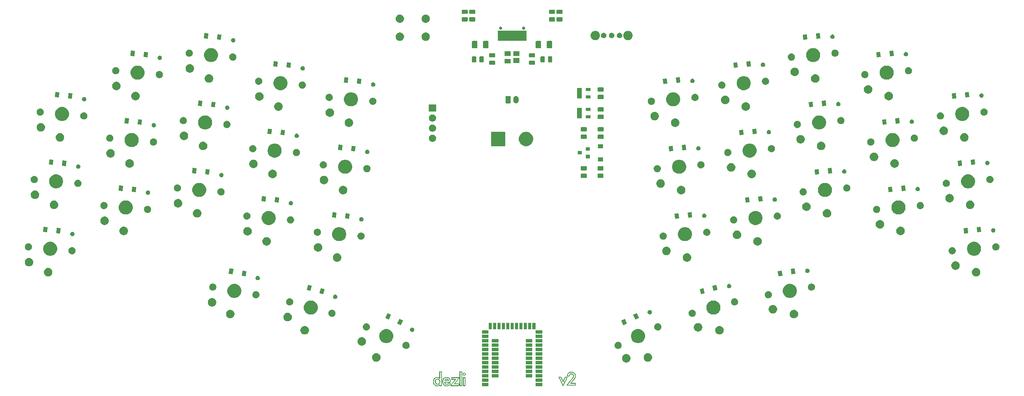
<source format=gts>
G04 #@! TF.GenerationSoftware,KiCad,Pcbnew,(5.1.4-0)*
G04 #@! TF.CreationDate,2021-02-22T17:12:31+11:00*
G04 #@! TF.ProjectId,ahokore,61686f6b-6f72-4652-9e6b-696361645f70,rev?*
G04 #@! TF.SameCoordinates,Original*
G04 #@! TF.FileFunction,Soldermask,Top*
G04 #@! TF.FilePolarity,Negative*
%FSLAX46Y46*%
G04 Gerber Fmt 4.6, Leading zero omitted, Abs format (unit mm)*
G04 Created by KiCad (PCBNEW (5.1.4-0)) date 2021-02-22 17:12:31*
%MOMM*%
%LPD*%
G04 APERTURE LIST*
%ADD10C,0.010000*%
%ADD11C,0.200000*%
G04 APERTURE END LIST*
D10*
G36*
X145002483Y-92499854D02*
G01*
X145121667Y-92516676D01*
X145149249Y-92523219D01*
X145343180Y-92594647D01*
X145514283Y-92697181D01*
X145659728Y-92826438D01*
X145776683Y-92978036D01*
X145862318Y-93147593D01*
X145913800Y-93330725D01*
X145928300Y-93523051D01*
X145907959Y-93697675D01*
X145884098Y-93795146D01*
X145852583Y-93890073D01*
X145810834Y-93986501D01*
X145756271Y-94088476D01*
X145686313Y-94200045D01*
X145598380Y-94325253D01*
X145489890Y-94468147D01*
X145358263Y-94632773D01*
X145200919Y-94823177D01*
X145155666Y-94877181D01*
X144820212Y-95276583D01*
X145350842Y-95282246D01*
X145546509Y-95285303D01*
X145700119Y-95289857D01*
X145811922Y-95295920D01*
X145882170Y-95303506D01*
X145910280Y-95311816D01*
X145923034Y-95333327D01*
X145930895Y-95376497D01*
X145934370Y-95447553D01*
X145933969Y-95552723D01*
X145933168Y-95591903D01*
X145927250Y-95848083D01*
X144810116Y-95853562D01*
X144561686Y-95854669D01*
X144352292Y-95855298D01*
X144178638Y-95855372D01*
X144037427Y-95854813D01*
X143925365Y-95853542D01*
X143839156Y-95851481D01*
X143775502Y-95848553D01*
X143731110Y-95844680D01*
X143702682Y-95839783D01*
X143686924Y-95833785D01*
X143680623Y-95826834D01*
X143680566Y-95783578D01*
X143688146Y-95768439D01*
X143700737Y-95752833D01*
X143838391Y-95752833D01*
X145832000Y-95752833D01*
X145832000Y-95414167D01*
X145252508Y-95414167D01*
X145076720Y-95413861D01*
X144938638Y-95412783D01*
X144833636Y-95410691D01*
X144757091Y-95407341D01*
X144704377Y-95402493D01*
X144670870Y-95395902D01*
X144651945Y-95387328D01*
X144646672Y-95382423D01*
X144637867Y-95372428D01*
X144632066Y-95362942D01*
X144631796Y-95350506D01*
X144639587Y-95331660D01*
X144657964Y-95302943D01*
X144689457Y-95260895D01*
X144736593Y-95202056D01*
X144801899Y-95122966D01*
X144887905Y-95020164D01*
X144997137Y-94890190D01*
X145066806Y-94807325D01*
X145234867Y-94604924D01*
X145375721Y-94429664D01*
X145491673Y-94278332D01*
X145585027Y-94147716D01*
X145658086Y-94034606D01*
X145713155Y-93935787D01*
X145749749Y-93855137D01*
X145773159Y-93788758D01*
X145788035Y-93722993D01*
X145796174Y-93645020D01*
X145799368Y-93542014D01*
X145799648Y-93498583D01*
X145798886Y-93391058D01*
X145794663Y-93313711D01*
X145785055Y-93254414D01*
X145768139Y-93201040D01*
X145743522Y-93144717D01*
X145644663Y-92982136D01*
X145514481Y-92844091D01*
X145358198Y-92733750D01*
X145181036Y-92654282D01*
X144988216Y-92608854D01*
X144843958Y-92599000D01*
X144629525Y-92615834D01*
X144440909Y-92666196D01*
X144278358Y-92749873D01*
X144142119Y-92866656D01*
X144032440Y-93016331D01*
X143949569Y-93198689D01*
X143894495Y-93409486D01*
X143879632Y-93489721D01*
X144250506Y-93477417D01*
X144275017Y-93380671D01*
X144332999Y-93227588D01*
X144421065Y-93103062D01*
X144537060Y-93009214D01*
X144678832Y-92948164D01*
X144725917Y-92936594D01*
X144887641Y-92923145D01*
X145040415Y-92950486D01*
X145180556Y-93017402D01*
X145304384Y-93122679D01*
X145310585Y-93129488D01*
X145395882Y-93253983D01*
X145442211Y-93392418D01*
X145449279Y-93541521D01*
X145416794Y-93698018D01*
X145371300Y-93808326D01*
X145335360Y-93872830D01*
X145282300Y-93955267D01*
X145211005Y-94057059D01*
X145120357Y-94179627D01*
X145009239Y-94324393D01*
X144876534Y-94492780D01*
X144721125Y-94686208D01*
X144541894Y-94906101D01*
X144337725Y-95153880D01*
X144107501Y-95430966D01*
X143923026Y-95651746D01*
X143838391Y-95752833D01*
X143700737Y-95752833D01*
X143705402Y-95747051D01*
X143746735Y-95696445D01*
X143809306Y-95620078D01*
X143890277Y-95521408D01*
X143986809Y-95403892D01*
X144096065Y-95270988D01*
X144215206Y-95126153D01*
X144300445Y-95022583D01*
X144492267Y-94789084D01*
X144658631Y-94585330D01*
X144801387Y-94408718D01*
X144922387Y-94256646D01*
X145023481Y-94126512D01*
X145106521Y-94015712D01*
X145173357Y-93921646D01*
X145225841Y-93841711D01*
X145265822Y-93773304D01*
X145295153Y-93713824D01*
X145315684Y-93660667D01*
X145329266Y-93611232D01*
X145337534Y-93564498D01*
X145337507Y-93426057D01*
X145300529Y-93302496D01*
X145230646Y-93198144D01*
X145131906Y-93117330D01*
X145008355Y-93064386D01*
X144864041Y-93043640D01*
X144850599Y-93043500D01*
X144711350Y-93056584D01*
X144598355Y-93097773D01*
X144508324Y-93169971D01*
X144437969Y-93276083D01*
X144384000Y-93419013D01*
X144371176Y-93466833D01*
X144336903Y-93604417D01*
X144073743Y-93609728D01*
X143970309Y-93610271D01*
X143880853Y-93607865D01*
X143814675Y-93602958D01*
X143781074Y-93595996D01*
X143780467Y-93595635D01*
X143766953Y-93580868D01*
X143762059Y-93553732D01*
X143766037Y-93505676D01*
X143779140Y-93428154D01*
X143786555Y-93389240D01*
X143847280Y-93164155D01*
X143936084Y-92969598D01*
X144052370Y-92806304D01*
X144195543Y-92675009D01*
X144365006Y-92576449D01*
X144479977Y-92533044D01*
X144586896Y-92510123D01*
X144719811Y-92496802D01*
X144863436Y-92493304D01*
X145002483Y-92499854D01*
X145002483Y-92499854D01*
G37*
X145002483Y-92499854D02*
X145121667Y-92516676D01*
X145149249Y-92523219D01*
X145343180Y-92594647D01*
X145514283Y-92697181D01*
X145659728Y-92826438D01*
X145776683Y-92978036D01*
X145862318Y-93147593D01*
X145913800Y-93330725D01*
X145928300Y-93523051D01*
X145907959Y-93697675D01*
X145884098Y-93795146D01*
X145852583Y-93890073D01*
X145810834Y-93986501D01*
X145756271Y-94088476D01*
X145686313Y-94200045D01*
X145598380Y-94325253D01*
X145489890Y-94468147D01*
X145358263Y-94632773D01*
X145200919Y-94823177D01*
X145155666Y-94877181D01*
X144820212Y-95276583D01*
X145350842Y-95282246D01*
X145546509Y-95285303D01*
X145700119Y-95289857D01*
X145811922Y-95295920D01*
X145882170Y-95303506D01*
X145910280Y-95311816D01*
X145923034Y-95333327D01*
X145930895Y-95376497D01*
X145934370Y-95447553D01*
X145933969Y-95552723D01*
X145933168Y-95591903D01*
X145927250Y-95848083D01*
X144810116Y-95853562D01*
X144561686Y-95854669D01*
X144352292Y-95855298D01*
X144178638Y-95855372D01*
X144037427Y-95854813D01*
X143925365Y-95853542D01*
X143839156Y-95851481D01*
X143775502Y-95848553D01*
X143731110Y-95844680D01*
X143702682Y-95839783D01*
X143686924Y-95833785D01*
X143680623Y-95826834D01*
X143680566Y-95783578D01*
X143688146Y-95768439D01*
X143700737Y-95752833D01*
X143838391Y-95752833D01*
X145832000Y-95752833D01*
X145832000Y-95414167D01*
X145252508Y-95414167D01*
X145076720Y-95413861D01*
X144938638Y-95412783D01*
X144833636Y-95410691D01*
X144757091Y-95407341D01*
X144704377Y-95402493D01*
X144670870Y-95395902D01*
X144651945Y-95387328D01*
X144646672Y-95382423D01*
X144637867Y-95372428D01*
X144632066Y-95362942D01*
X144631796Y-95350506D01*
X144639587Y-95331660D01*
X144657964Y-95302943D01*
X144689457Y-95260895D01*
X144736593Y-95202056D01*
X144801899Y-95122966D01*
X144887905Y-95020164D01*
X144997137Y-94890190D01*
X145066806Y-94807325D01*
X145234867Y-94604924D01*
X145375721Y-94429664D01*
X145491673Y-94278332D01*
X145585027Y-94147716D01*
X145658086Y-94034606D01*
X145713155Y-93935787D01*
X145749749Y-93855137D01*
X145773159Y-93788758D01*
X145788035Y-93722993D01*
X145796174Y-93645020D01*
X145799368Y-93542014D01*
X145799648Y-93498583D01*
X145798886Y-93391058D01*
X145794663Y-93313711D01*
X145785055Y-93254414D01*
X145768139Y-93201040D01*
X145743522Y-93144717D01*
X145644663Y-92982136D01*
X145514481Y-92844091D01*
X145358198Y-92733750D01*
X145181036Y-92654282D01*
X144988216Y-92608854D01*
X144843958Y-92599000D01*
X144629525Y-92615834D01*
X144440909Y-92666196D01*
X144278358Y-92749873D01*
X144142119Y-92866656D01*
X144032440Y-93016331D01*
X143949569Y-93198689D01*
X143894495Y-93409486D01*
X143879632Y-93489721D01*
X144250506Y-93477417D01*
X144275017Y-93380671D01*
X144332999Y-93227588D01*
X144421065Y-93103062D01*
X144537060Y-93009214D01*
X144678832Y-92948164D01*
X144725917Y-92936594D01*
X144887641Y-92923145D01*
X145040415Y-92950486D01*
X145180556Y-93017402D01*
X145304384Y-93122679D01*
X145310585Y-93129488D01*
X145395882Y-93253983D01*
X145442211Y-93392418D01*
X145449279Y-93541521D01*
X145416794Y-93698018D01*
X145371300Y-93808326D01*
X145335360Y-93872830D01*
X145282300Y-93955267D01*
X145211005Y-94057059D01*
X145120357Y-94179627D01*
X145009239Y-94324393D01*
X144876534Y-94492780D01*
X144721125Y-94686208D01*
X144541894Y-94906101D01*
X144337725Y-95153880D01*
X144107501Y-95430966D01*
X143923026Y-95651746D01*
X143838391Y-95752833D01*
X143700737Y-95752833D01*
X143705402Y-95747051D01*
X143746735Y-95696445D01*
X143809306Y-95620078D01*
X143890277Y-95521408D01*
X143986809Y-95403892D01*
X144096065Y-95270988D01*
X144215206Y-95126153D01*
X144300445Y-95022583D01*
X144492267Y-94789084D01*
X144658631Y-94585330D01*
X144801387Y-94408718D01*
X144922387Y-94256646D01*
X145023481Y-94126512D01*
X145106521Y-94015712D01*
X145173357Y-93921646D01*
X145225841Y-93841711D01*
X145265822Y-93773304D01*
X145295153Y-93713824D01*
X145315684Y-93660667D01*
X145329266Y-93611232D01*
X145337534Y-93564498D01*
X145337507Y-93426057D01*
X145300529Y-93302496D01*
X145230646Y-93198144D01*
X145131906Y-93117330D01*
X145008355Y-93064386D01*
X144864041Y-93043640D01*
X144850599Y-93043500D01*
X144711350Y-93056584D01*
X144598355Y-93097773D01*
X144508324Y-93169971D01*
X144437969Y-93276083D01*
X144384000Y-93419013D01*
X144371176Y-93466833D01*
X144336903Y-93604417D01*
X144073743Y-93609728D01*
X143970309Y-93610271D01*
X143880853Y-93607865D01*
X143814675Y-93602958D01*
X143781074Y-93595996D01*
X143780467Y-93595635D01*
X143766953Y-93580868D01*
X143762059Y-93553732D01*
X143766037Y-93505676D01*
X143779140Y-93428154D01*
X143786555Y-93389240D01*
X143847280Y-93164155D01*
X143936084Y-92969598D01*
X144052370Y-92806304D01*
X144195543Y-92675009D01*
X144365006Y-92576449D01*
X144479977Y-92533044D01*
X144586896Y-92510123D01*
X144719811Y-92496802D01*
X144863436Y-92493304D01*
X145002483Y-92499854D01*
G36*
X141939320Y-93724758D02*
G01*
X141982337Y-93725541D01*
X142282222Y-93731417D01*
X142516870Y-94244708D01*
X142579560Y-94380890D01*
X142636834Y-94503493D01*
X142686287Y-94607511D01*
X142725512Y-94687939D01*
X142752101Y-94739770D01*
X142763628Y-94758000D01*
X142775283Y-94739548D01*
X142801974Y-94687529D01*
X142841293Y-94606947D01*
X142890833Y-94502809D01*
X142948185Y-94380118D01*
X143010564Y-94244708D01*
X143245389Y-93731417D01*
X143548863Y-93731417D01*
X143670212Y-93732034D01*
X143755440Y-93734324D01*
X143810745Y-93738939D01*
X143842327Y-93746534D01*
X143856385Y-93757763D01*
X143858632Y-93764103D01*
X143850618Y-93787254D01*
X143826046Y-93844306D01*
X143786901Y-93931105D01*
X143735168Y-94043499D01*
X143672833Y-94177332D01*
X143601882Y-94328451D01*
X143524298Y-94492701D01*
X143442069Y-94665929D01*
X143357178Y-94843981D01*
X143271613Y-95022703D01*
X143187357Y-95197940D01*
X143106396Y-95365538D01*
X143030716Y-95521345D01*
X142962302Y-95661204D01*
X142903139Y-95780963D01*
X142855212Y-95876468D01*
X142820508Y-95943564D01*
X142801011Y-95978098D01*
X142799396Y-95980375D01*
X142767676Y-96004753D01*
X142735854Y-95990384D01*
X142712052Y-95959208D01*
X142689334Y-95918897D01*
X142652010Y-95846700D01*
X142602043Y-95746778D01*
X142541398Y-95623294D01*
X142472039Y-95480410D01*
X142395928Y-95322287D01*
X142315031Y-95153087D01*
X142231312Y-94976974D01*
X142146733Y-94798108D01*
X142063258Y-94620651D01*
X141982853Y-94448766D01*
X141907480Y-94286615D01*
X141839103Y-94138360D01*
X141779687Y-94008162D01*
X141731195Y-93900184D01*
X141707449Y-93845761D01*
X141813861Y-93845761D01*
X141827625Y-93877214D01*
X141857219Y-93940830D01*
X141900526Y-94032256D01*
X141955429Y-94147139D01*
X142019811Y-94281125D01*
X142091555Y-94429861D01*
X142168545Y-94588994D01*
X142248662Y-94754170D01*
X142329791Y-94921036D01*
X142409815Y-95085239D01*
X142486616Y-95242426D01*
X142558078Y-95388242D01*
X142622084Y-95518336D01*
X142676516Y-95628354D01*
X142719259Y-95713942D01*
X142748194Y-95770747D01*
X142761206Y-95794415D01*
X142761654Y-95794839D01*
X142772880Y-95776296D01*
X142800668Y-95723197D01*
X142843237Y-95639138D01*
X142898803Y-95527713D01*
X142965587Y-95392520D01*
X143041805Y-95237155D01*
X143125675Y-95065212D01*
X143215417Y-94880288D01*
X143239083Y-94831370D01*
X143330100Y-94643000D01*
X143415510Y-94466003D01*
X143493541Y-94304070D01*
X143562419Y-94160893D01*
X143620370Y-94040161D01*
X143665621Y-93945567D01*
X143696399Y-93880802D01*
X143710930Y-93849555D01*
X143711805Y-93847447D01*
X143696945Y-93836473D01*
X143650754Y-93829405D01*
X143584040Y-93826088D01*
X143507612Y-93826364D01*
X143432276Y-93830078D01*
X143368840Y-93837072D01*
X143328112Y-93847190D01*
X143319793Y-93853125D01*
X143306796Y-93878642D01*
X143278615Y-93937464D01*
X143237679Y-94024403D01*
X143186418Y-94134269D01*
X143127261Y-94261873D01*
X143062638Y-94402026D01*
X143054681Y-94419333D01*
X142975070Y-94590891D01*
X142910416Y-94726315D01*
X142859211Y-94828468D01*
X142819944Y-94900216D01*
X142791107Y-94944425D01*
X142771190Y-94963958D01*
X142767053Y-94965388D01*
X142752897Y-94961594D01*
X142734839Y-94943643D01*
X142710904Y-94907836D01*
X142679119Y-94850473D01*
X142637510Y-94767853D01*
X142584104Y-94656278D01*
X142516927Y-94512045D01*
X142465011Y-94399180D01*
X142202523Y-93826667D01*
X142004664Y-93826667D01*
X141920021Y-93828545D01*
X141855037Y-93833593D01*
X141818542Y-93840925D01*
X141813861Y-93845761D01*
X141707449Y-93845761D01*
X141695591Y-93818587D01*
X141674839Y-93767534D01*
X141670280Y-93751387D01*
X141681423Y-93738708D01*
X141707585Y-93730228D01*
X141755080Y-93725425D01*
X141830220Y-93723776D01*
X141939320Y-93724758D01*
X141939320Y-93724758D01*
G37*
X141939320Y-93724758D02*
X141982337Y-93725541D01*
X142282222Y-93731417D01*
X142516870Y-94244708D01*
X142579560Y-94380890D01*
X142636834Y-94503493D01*
X142686287Y-94607511D01*
X142725512Y-94687939D01*
X142752101Y-94739770D01*
X142763628Y-94758000D01*
X142775283Y-94739548D01*
X142801974Y-94687529D01*
X142841293Y-94606947D01*
X142890833Y-94502809D01*
X142948185Y-94380118D01*
X143010564Y-94244708D01*
X143245389Y-93731417D01*
X143548863Y-93731417D01*
X143670212Y-93732034D01*
X143755440Y-93734324D01*
X143810745Y-93738939D01*
X143842327Y-93746534D01*
X143856385Y-93757763D01*
X143858632Y-93764103D01*
X143850618Y-93787254D01*
X143826046Y-93844306D01*
X143786901Y-93931105D01*
X143735168Y-94043499D01*
X143672833Y-94177332D01*
X143601882Y-94328451D01*
X143524298Y-94492701D01*
X143442069Y-94665929D01*
X143357178Y-94843981D01*
X143271613Y-95022703D01*
X143187357Y-95197940D01*
X143106396Y-95365538D01*
X143030716Y-95521345D01*
X142962302Y-95661204D01*
X142903139Y-95780963D01*
X142855212Y-95876468D01*
X142820508Y-95943564D01*
X142801011Y-95978098D01*
X142799396Y-95980375D01*
X142767676Y-96004753D01*
X142735854Y-95990384D01*
X142712052Y-95959208D01*
X142689334Y-95918897D01*
X142652010Y-95846700D01*
X142602043Y-95746778D01*
X142541398Y-95623294D01*
X142472039Y-95480410D01*
X142395928Y-95322287D01*
X142315031Y-95153087D01*
X142231312Y-94976974D01*
X142146733Y-94798108D01*
X142063258Y-94620651D01*
X141982853Y-94448766D01*
X141907480Y-94286615D01*
X141839103Y-94138360D01*
X141779687Y-94008162D01*
X141731195Y-93900184D01*
X141707449Y-93845761D01*
X141813861Y-93845761D01*
X141827625Y-93877214D01*
X141857219Y-93940830D01*
X141900526Y-94032256D01*
X141955429Y-94147139D01*
X142019811Y-94281125D01*
X142091555Y-94429861D01*
X142168545Y-94588994D01*
X142248662Y-94754170D01*
X142329791Y-94921036D01*
X142409815Y-95085239D01*
X142486616Y-95242426D01*
X142558078Y-95388242D01*
X142622084Y-95518336D01*
X142676516Y-95628354D01*
X142719259Y-95713942D01*
X142748194Y-95770747D01*
X142761206Y-95794415D01*
X142761654Y-95794839D01*
X142772880Y-95776296D01*
X142800668Y-95723197D01*
X142843237Y-95639138D01*
X142898803Y-95527713D01*
X142965587Y-95392520D01*
X143041805Y-95237155D01*
X143125675Y-95065212D01*
X143215417Y-94880288D01*
X143239083Y-94831370D01*
X143330100Y-94643000D01*
X143415510Y-94466003D01*
X143493541Y-94304070D01*
X143562419Y-94160893D01*
X143620370Y-94040161D01*
X143665621Y-93945567D01*
X143696399Y-93880802D01*
X143710930Y-93849555D01*
X143711805Y-93847447D01*
X143696945Y-93836473D01*
X143650754Y-93829405D01*
X143584040Y-93826088D01*
X143507612Y-93826364D01*
X143432276Y-93830078D01*
X143368840Y-93837072D01*
X143328112Y-93847190D01*
X143319793Y-93853125D01*
X143306796Y-93878642D01*
X143278615Y-93937464D01*
X143237679Y-94024403D01*
X143186418Y-94134269D01*
X143127261Y-94261873D01*
X143062638Y-94402026D01*
X143054681Y-94419333D01*
X142975070Y-94590891D01*
X142910416Y-94726315D01*
X142859211Y-94828468D01*
X142819944Y-94900216D01*
X142791107Y-94944425D01*
X142771190Y-94963958D01*
X142767053Y-94965388D01*
X142752897Y-94961594D01*
X142734839Y-94943643D01*
X142710904Y-94907836D01*
X142679119Y-94850473D01*
X142637510Y-94767853D01*
X142584104Y-94656278D01*
X142516927Y-94512045D01*
X142465011Y-94399180D01*
X142202523Y-93826667D01*
X142004664Y-93826667D01*
X141920021Y-93828545D01*
X141855037Y-93833593D01*
X141818542Y-93840925D01*
X141813861Y-93845761D01*
X141707449Y-93845761D01*
X141695591Y-93818587D01*
X141674839Y-93767534D01*
X141670280Y-93751387D01*
X141681423Y-93738708D01*
X141707585Y-93730228D01*
X141755080Y-93725425D01*
X141830220Y-93723776D01*
X141939320Y-93724758D01*
G36*
X113512083Y-94232116D02*
G01*
X113612081Y-94235319D01*
X113685178Y-94246289D01*
X113746518Y-94267837D01*
X113771658Y-94280316D01*
X113862444Y-94347597D01*
X113943174Y-94442207D01*
X114001654Y-94549196D01*
X114010339Y-94572961D01*
X114023479Y-94614176D01*
X114029372Y-94646018D01*
X114023574Y-94669695D01*
X114001642Y-94686417D01*
X113959132Y-94697391D01*
X113891600Y-94703828D01*
X113794603Y-94706936D01*
X113663698Y-94707924D01*
X113513996Y-94708000D01*
X113329661Y-94707017D01*
X113185945Y-94704083D01*
X113083285Y-94699216D01*
X113022120Y-94692435D01*
X113003234Y-94685460D01*
X112992537Y-94630882D01*
X113004938Y-94581736D01*
X113120500Y-94581736D01*
X113140948Y-94589132D01*
X113199453Y-94595084D01*
X113291758Y-94599365D01*
X113413602Y-94601745D01*
X113501500Y-94602167D01*
X113638152Y-94601796D01*
X113738056Y-94600351D01*
X113806792Y-94597329D01*
X113849940Y-94592229D01*
X113873082Y-94584550D01*
X113881797Y-94573789D01*
X113882500Y-94567926D01*
X113868356Y-94534417D01*
X113832122Y-94485771D01*
X113802357Y-94453544D01*
X113698942Y-94378436D01*
X113579509Y-94338660D01*
X113453360Y-94335621D01*
X113329797Y-94370725D01*
X113311920Y-94379441D01*
X113266379Y-94410995D01*
X113214123Y-94458291D01*
X113165541Y-94510348D01*
X113131024Y-94556187D01*
X113120500Y-94581736D01*
X113004938Y-94581736D01*
X113010543Y-94559527D01*
X113052059Y-94479987D01*
X113111898Y-94400853D01*
X113184868Y-94330714D01*
X113241315Y-94291373D01*
X113299933Y-94260213D01*
X113353871Y-94242216D01*
X113418662Y-94233982D01*
X113509839Y-94232112D01*
X113512083Y-94232116D01*
X113512083Y-94232116D01*
G37*
X113512083Y-94232116D02*
X113612081Y-94235319D01*
X113685178Y-94246289D01*
X113746518Y-94267837D01*
X113771658Y-94280316D01*
X113862444Y-94347597D01*
X113943174Y-94442207D01*
X114001654Y-94549196D01*
X114010339Y-94572961D01*
X114023479Y-94614176D01*
X114029372Y-94646018D01*
X114023574Y-94669695D01*
X114001642Y-94686417D01*
X113959132Y-94697391D01*
X113891600Y-94703828D01*
X113794603Y-94706936D01*
X113663698Y-94707924D01*
X113513996Y-94708000D01*
X113329661Y-94707017D01*
X113185945Y-94704083D01*
X113083285Y-94699216D01*
X113022120Y-94692435D01*
X113003234Y-94685460D01*
X112992537Y-94630882D01*
X113004938Y-94581736D01*
X113120500Y-94581736D01*
X113140948Y-94589132D01*
X113199453Y-94595084D01*
X113291758Y-94599365D01*
X113413602Y-94601745D01*
X113501500Y-94602167D01*
X113638152Y-94601796D01*
X113738056Y-94600351D01*
X113806792Y-94597329D01*
X113849940Y-94592229D01*
X113873082Y-94584550D01*
X113881797Y-94573789D01*
X113882500Y-94567926D01*
X113868356Y-94534417D01*
X113832122Y-94485771D01*
X113802357Y-94453544D01*
X113698942Y-94378436D01*
X113579509Y-94338660D01*
X113453360Y-94335621D01*
X113329797Y-94370725D01*
X113311920Y-94379441D01*
X113266379Y-94410995D01*
X113214123Y-94458291D01*
X113165541Y-94510348D01*
X113131024Y-94556187D01*
X113120500Y-94581736D01*
X113004938Y-94581736D01*
X113010543Y-94559527D01*
X113052059Y-94479987D01*
X113111898Y-94400853D01*
X113184868Y-94330714D01*
X113241315Y-94291373D01*
X113299933Y-94260213D01*
X113353871Y-94242216D01*
X113418662Y-94233982D01*
X113509839Y-94232112D01*
X113512083Y-94232116D01*
G36*
X111339786Y-94233755D02*
G01*
X111475727Y-94276713D01*
X111599938Y-94351632D01*
X111706124Y-94457415D01*
X111778864Y-94573526D01*
X111830132Y-94721812D01*
X111850386Y-94885046D01*
X111840603Y-95052232D01*
X111801760Y-95212373D01*
X111734834Y-95354471D01*
X111705743Y-95396868D01*
X111611339Y-95491705D01*
X111492671Y-95565531D01*
X111360761Y-95614293D01*
X111226633Y-95633942D01*
X111101307Y-95620426D01*
X111099083Y-95619822D01*
X110996843Y-95586037D01*
X110916566Y-95543448D01*
X110837934Y-95481153D01*
X110833962Y-95477579D01*
X110733108Y-95359237D01*
X110662056Y-95218471D01*
X110621020Y-95063136D01*
X110611167Y-94915350D01*
X110731548Y-94915350D01*
X110733112Y-94969770D01*
X110758136Y-95137106D01*
X110812454Y-95277563D01*
X110894723Y-95388921D01*
X111003600Y-95468958D01*
X111046799Y-95488783D01*
X111124825Y-95506227D01*
X111224612Y-95510284D01*
X111328013Y-95501692D01*
X111416883Y-95481190D01*
X111437931Y-95472858D01*
X111525652Y-95416299D01*
X111609701Y-95333671D01*
X111675930Y-95239923D01*
X111694735Y-95201535D01*
X111731431Y-95065907D01*
X111739590Y-94914390D01*
X111720424Y-94761216D01*
X111675148Y-94620614D01*
X111639523Y-94553747D01*
X111549484Y-94447571D01*
X111436979Y-94377224D01*
X111302508Y-94342974D01*
X111238314Y-94339412D01*
X111091811Y-94357116D01*
X110967383Y-94409554D01*
X110867087Y-94494162D01*
X110792978Y-94608374D01*
X110747113Y-94749625D01*
X110731548Y-94915350D01*
X110611167Y-94915350D01*
X110610215Y-94901087D01*
X110629856Y-94740177D01*
X110680159Y-94588262D01*
X110761337Y-94453195D01*
X110804572Y-94403503D01*
X110924507Y-94307633D01*
X111057883Y-94248117D01*
X111198407Y-94223857D01*
X111339786Y-94233755D01*
X111339786Y-94233755D01*
G37*
X111339786Y-94233755D02*
X111475727Y-94276713D01*
X111599938Y-94351632D01*
X111706124Y-94457415D01*
X111778864Y-94573526D01*
X111830132Y-94721812D01*
X111850386Y-94885046D01*
X111840603Y-95052232D01*
X111801760Y-95212373D01*
X111734834Y-95354471D01*
X111705743Y-95396868D01*
X111611339Y-95491705D01*
X111492671Y-95565531D01*
X111360761Y-95614293D01*
X111226633Y-95633942D01*
X111101307Y-95620426D01*
X111099083Y-95619822D01*
X110996843Y-95586037D01*
X110916566Y-95543448D01*
X110837934Y-95481153D01*
X110833962Y-95477579D01*
X110733108Y-95359237D01*
X110662056Y-95218471D01*
X110621020Y-95063136D01*
X110611167Y-94915350D01*
X110731548Y-94915350D01*
X110733112Y-94969770D01*
X110758136Y-95137106D01*
X110812454Y-95277563D01*
X110894723Y-95388921D01*
X111003600Y-95468958D01*
X111046799Y-95488783D01*
X111124825Y-95506227D01*
X111224612Y-95510284D01*
X111328013Y-95501692D01*
X111416883Y-95481190D01*
X111437931Y-95472858D01*
X111525652Y-95416299D01*
X111609701Y-95333671D01*
X111675930Y-95239923D01*
X111694735Y-95201535D01*
X111731431Y-95065907D01*
X111739590Y-94914390D01*
X111720424Y-94761216D01*
X111675148Y-94620614D01*
X111639523Y-94553747D01*
X111549484Y-94447571D01*
X111436979Y-94377224D01*
X111302508Y-94342974D01*
X111238314Y-94339412D01*
X111091811Y-94357116D01*
X110967383Y-94409554D01*
X110867087Y-94494162D01*
X110792978Y-94608374D01*
X110747113Y-94749625D01*
X110731548Y-94915350D01*
X110611167Y-94915350D01*
X110610215Y-94901087D01*
X110629856Y-94740177D01*
X110680159Y-94588262D01*
X110761337Y-94453195D01*
X110804572Y-94403503D01*
X110924507Y-94307633D01*
X111057883Y-94248117D01*
X111198407Y-94223857D01*
X111339786Y-94233755D01*
G36*
X117944064Y-92722255D02*
G01*
X118068069Y-92747477D01*
X118163772Y-92803803D01*
X118232721Y-92892320D01*
X118254282Y-92939905D01*
X118278837Y-93058572D01*
X118264422Y-93173181D01*
X118214239Y-93275975D01*
X118131488Y-93359200D01*
X118065373Y-93397506D01*
X117972196Y-93429963D01*
X117890190Y-93432104D01*
X117801010Y-93403960D01*
X117787750Y-93397994D01*
X117684146Y-93330215D01*
X117612504Y-93242034D01*
X117573450Y-93140899D01*
X117568858Y-93057056D01*
X117677847Y-93057056D01*
X117692228Y-93151427D01*
X117738977Y-93231922D01*
X117811726Y-93286160D01*
X117900759Y-93310610D01*
X117996359Y-93301739D01*
X118048841Y-93281056D01*
X118116802Y-93223923D01*
X118157695Y-93143825D01*
X118167040Y-93053598D01*
X118151081Y-92988024D01*
X118095528Y-92899879D01*
X118020892Y-92844561D01*
X117934994Y-92824107D01*
X117845657Y-92840551D01*
X117768806Y-92888554D01*
X117702692Y-92968538D01*
X117677847Y-93057056D01*
X117568858Y-93057056D01*
X117567609Y-93034259D01*
X117595608Y-92929561D01*
X117658071Y-92834253D01*
X117734885Y-92768703D01*
X117790560Y-92736455D01*
X117842181Y-92721668D01*
X117908800Y-92720110D01*
X117944064Y-92722255D01*
X117944064Y-92722255D01*
G37*
X117944064Y-92722255D02*
X118068069Y-92747477D01*
X118163772Y-92803803D01*
X118232721Y-92892320D01*
X118254282Y-92939905D01*
X118278837Y-93058572D01*
X118264422Y-93173181D01*
X118214239Y-93275975D01*
X118131488Y-93359200D01*
X118065373Y-93397506D01*
X117972196Y-93429963D01*
X117890190Y-93432104D01*
X117801010Y-93403960D01*
X117787750Y-93397994D01*
X117684146Y-93330215D01*
X117612504Y-93242034D01*
X117573450Y-93140899D01*
X117568858Y-93057056D01*
X117677847Y-93057056D01*
X117692228Y-93151427D01*
X117738977Y-93231922D01*
X117811726Y-93286160D01*
X117900759Y-93310610D01*
X117996359Y-93301739D01*
X118048841Y-93281056D01*
X118116802Y-93223923D01*
X118157695Y-93143825D01*
X118167040Y-93053598D01*
X118151081Y-92988024D01*
X118095528Y-92899879D01*
X118020892Y-92844561D01*
X117934994Y-92824107D01*
X117845657Y-92840551D01*
X117768806Y-92888554D01*
X117702692Y-92968538D01*
X117677847Y-93057056D01*
X117568858Y-93057056D01*
X117567609Y-93034259D01*
X117595608Y-92929561D01*
X117658071Y-92834253D01*
X117734885Y-92768703D01*
X117790560Y-92736455D01*
X117842181Y-92721668D01*
X117908800Y-92720110D01*
X117944064Y-92722255D01*
G36*
X118119820Y-93866586D02*
G01*
X118173058Y-93872574D01*
X118199918Y-93882861D01*
X118203810Y-93887132D01*
X118208682Y-93915571D01*
X118212789Y-93980954D01*
X118216149Y-94078250D01*
X118218781Y-94202427D01*
X118220702Y-94348455D01*
X118221931Y-94511302D01*
X118222486Y-94685937D01*
X118222385Y-94867329D01*
X118221646Y-95050447D01*
X118220287Y-95230260D01*
X118218328Y-95401737D01*
X118215785Y-95559847D01*
X118212677Y-95699558D01*
X118209023Y-95815839D01*
X118204840Y-95903659D01*
X118200146Y-95957988D01*
X118196266Y-95973767D01*
X118162876Y-95986167D01*
X118098438Y-95994728D01*
X118013525Y-95999518D01*
X117918706Y-96000603D01*
X117824553Y-95998052D01*
X117741638Y-95991932D01*
X117680531Y-95982309D01*
X117652555Y-95970295D01*
X117646628Y-95949178D01*
X117641807Y-95900102D01*
X117638056Y-95821011D01*
X117635340Y-95709850D01*
X117633622Y-95564562D01*
X117632868Y-95383092D01*
X117633041Y-95163384D01*
X117634088Y-94906670D01*
X117639077Y-93967167D01*
X117756000Y-93967167D01*
X117756000Y-95872167D01*
X118094666Y-95872167D01*
X118094666Y-93967167D01*
X117756000Y-93967167D01*
X117639077Y-93967167D01*
X117639583Y-93871917D01*
X117913093Y-93865965D01*
X118034925Y-93864511D01*
X118119820Y-93866586D01*
X118119820Y-93866586D01*
G37*
X118119820Y-93866586D02*
X118173058Y-93872574D01*
X118199918Y-93882861D01*
X118203810Y-93887132D01*
X118208682Y-93915571D01*
X118212789Y-93980954D01*
X118216149Y-94078250D01*
X118218781Y-94202427D01*
X118220702Y-94348455D01*
X118221931Y-94511302D01*
X118222486Y-94685937D01*
X118222385Y-94867329D01*
X118221646Y-95050447D01*
X118220287Y-95230260D01*
X118218328Y-95401737D01*
X118215785Y-95559847D01*
X118212677Y-95699558D01*
X118209023Y-95815839D01*
X118204840Y-95903659D01*
X118200146Y-95957988D01*
X118196266Y-95973767D01*
X118162876Y-95986167D01*
X118098438Y-95994728D01*
X118013525Y-95999518D01*
X117918706Y-96000603D01*
X117824553Y-95998052D01*
X117741638Y-95991932D01*
X117680531Y-95982309D01*
X117652555Y-95970295D01*
X117646628Y-95949178D01*
X117641807Y-95900102D01*
X117638056Y-95821011D01*
X117635340Y-95709850D01*
X117633622Y-95564562D01*
X117632868Y-95383092D01*
X117633041Y-95163384D01*
X117634088Y-94906670D01*
X117639077Y-93967167D01*
X117756000Y-93967167D01*
X117756000Y-95872167D01*
X118094666Y-95872167D01*
X118094666Y-93967167D01*
X117756000Y-93967167D01*
X117639077Y-93967167D01*
X117639583Y-93871917D01*
X117913093Y-93865965D01*
X118034925Y-93864511D01*
X118119820Y-93866586D01*
G36*
X117369829Y-94165935D02*
G01*
X117370699Y-94508521D01*
X117371082Y-94810435D01*
X117370959Y-95073336D01*
X117370315Y-95298880D01*
X117369133Y-95488727D01*
X117367395Y-95644535D01*
X117365085Y-95767963D01*
X117362185Y-95860668D01*
X117358679Y-95924309D01*
X117354549Y-95960544D01*
X117351363Y-95970393D01*
X117319285Y-95983860D01*
X117255666Y-95993480D01*
X117171115Y-95999245D01*
X117076241Y-96001146D01*
X116981651Y-95999177D01*
X116897956Y-95993329D01*
X116835763Y-95983594D01*
X116806301Y-95970792D01*
X116800036Y-95946280D01*
X116794568Y-95887939D01*
X116789858Y-95794432D01*
X116785869Y-95664424D01*
X116782563Y-95496578D01*
X116779902Y-95289556D01*
X116777849Y-95042023D01*
X116777251Y-94942638D01*
X116771750Y-93942859D01*
X116164381Y-94679971D01*
X115557013Y-95417083D01*
X116090298Y-95427667D01*
X116237309Y-95431220D01*
X116370908Y-95435662D01*
X116485070Y-95440692D01*
X116573771Y-95446014D01*
X116630987Y-95451328D01*
X116650041Y-95455374D01*
X116662111Y-95483628D01*
X116670748Y-95543511D01*
X116675932Y-95624454D01*
X116677640Y-95715889D01*
X116675850Y-95807249D01*
X116670542Y-95887966D01*
X116661694Y-95947473D01*
X116651099Y-95973767D01*
X116634012Y-95979856D01*
X116594221Y-95984991D01*
X116529176Y-95989229D01*
X116436326Y-95992630D01*
X116313119Y-95995253D01*
X116157004Y-95997157D01*
X115965431Y-95998400D01*
X115735846Y-95999043D01*
X115553025Y-95999167D01*
X115308790Y-95999034D01*
X115103510Y-95998570D01*
X114933807Y-95997678D01*
X114796302Y-95996260D01*
X114687617Y-95994218D01*
X114604374Y-95991455D01*
X114543196Y-95987874D01*
X114500703Y-95983376D01*
X114473518Y-95977864D01*
X114458263Y-95971241D01*
X114454000Y-95967417D01*
X114439749Y-95927511D01*
X114448411Y-95909208D01*
X114465841Y-95887774D01*
X114478626Y-95872167D01*
X114620401Y-95872167D01*
X116570666Y-95872167D01*
X116570666Y-95554667D01*
X115993875Y-95554342D01*
X115840694Y-95553592D01*
X115700640Y-95551641D01*
X115579520Y-95548671D01*
X115483137Y-95544864D01*
X115417299Y-95540403D01*
X115387808Y-95535469D01*
X115387540Y-95535312D01*
X115368175Y-95502493D01*
X115370466Y-95484114D01*
X115386179Y-95461487D01*
X115426154Y-95409740D01*
X115487609Y-95332319D01*
X115567760Y-95232673D01*
X115663825Y-95114249D01*
X115773022Y-94980494D01*
X115892566Y-94834856D01*
X115987383Y-94719851D01*
X116112239Y-94568470D01*
X116228389Y-94427208D01*
X116333132Y-94299382D01*
X116423764Y-94188312D01*
X116497582Y-94097317D01*
X116551885Y-94029715D01*
X116583969Y-93988825D01*
X116591833Y-93977623D01*
X116571399Y-93975383D01*
X116513032Y-93973307D01*
X116421129Y-93971448D01*
X116300089Y-93969857D01*
X116154312Y-93968589D01*
X115988196Y-93967694D01*
X115806141Y-93967225D01*
X115713416Y-93967167D01*
X114835000Y-93967167D01*
X114835000Y-94283900D01*
X115337708Y-94289575D01*
X115496213Y-94291504D01*
X115617448Y-94293571D01*
X115706475Y-94296255D01*
X115768356Y-94300034D01*
X115808153Y-94305385D01*
X115830929Y-94312789D01*
X115841744Y-94322721D01*
X115845661Y-94335662D01*
X115845927Y-94337583D01*
X115844813Y-94348085D01*
X115838164Y-94364130D01*
X115824306Y-94387820D01*
X115801570Y-94421255D01*
X115768283Y-94466537D01*
X115722774Y-94525766D01*
X115663371Y-94601044D01*
X115588404Y-94694471D01*
X115496200Y-94808148D01*
X115385088Y-94944176D01*
X115253397Y-95104656D01*
X115099455Y-95291689D01*
X114921591Y-95507376D01*
X114747129Y-95718708D01*
X114620401Y-95872167D01*
X114478626Y-95872167D01*
X114507347Y-95837109D01*
X114570094Y-95760663D01*
X114651246Y-95661885D01*
X114747970Y-95544224D01*
X114857431Y-95411130D01*
X114976795Y-95266051D01*
X115064836Y-95159076D01*
X115188644Y-95008402D01*
X115303745Y-94867823D01*
X115407424Y-94740691D01*
X115496966Y-94630360D01*
X115569655Y-94540182D01*
X115622777Y-94473509D01*
X115653617Y-94433696D01*
X115660500Y-94423535D01*
X115640366Y-94420004D01*
X115584093Y-94416892D01*
X115497877Y-94414363D01*
X115387911Y-94412585D01*
X115260389Y-94411722D01*
X115217511Y-94411666D01*
X115065722Y-94411241D01*
X114950759Y-94409707D01*
X114867121Y-94406682D01*
X114809308Y-94401780D01*
X114771819Y-94394618D01*
X114749152Y-94384812D01*
X114741261Y-94378405D01*
X114725168Y-94352298D01*
X114715007Y-94307557D01*
X114709738Y-94236336D01*
X114708322Y-94130790D01*
X114708324Y-94129696D01*
X114710061Y-94036307D01*
X114714482Y-93957581D01*
X114720839Y-93903937D01*
X114725698Y-93887386D01*
X114737965Y-93881006D01*
X114767932Y-93875771D01*
X114818626Y-93871621D01*
X114893078Y-93868494D01*
X114994315Y-93866327D01*
X115125366Y-93865059D01*
X115289260Y-93864628D01*
X115489025Y-93864972D01*
X115727689Y-93866030D01*
X115762281Y-93866220D01*
X116781814Y-93871917D01*
X116787365Y-93131083D01*
X116792202Y-92485500D01*
X116909333Y-92485500D01*
X116909333Y-95872167D01*
X117248000Y-95872167D01*
X117248000Y-92485500D01*
X116909333Y-92485500D01*
X116792202Y-92485500D01*
X116792916Y-92390250D01*
X117364416Y-92390250D01*
X117369829Y-94165935D01*
X117369829Y-94165935D01*
G37*
X117369829Y-94165935D02*
X117370699Y-94508521D01*
X117371082Y-94810435D01*
X117370959Y-95073336D01*
X117370315Y-95298880D01*
X117369133Y-95488727D01*
X117367395Y-95644535D01*
X117365085Y-95767963D01*
X117362185Y-95860668D01*
X117358679Y-95924309D01*
X117354549Y-95960544D01*
X117351363Y-95970393D01*
X117319285Y-95983860D01*
X117255666Y-95993480D01*
X117171115Y-95999245D01*
X117076241Y-96001146D01*
X116981651Y-95999177D01*
X116897956Y-95993329D01*
X116835763Y-95983594D01*
X116806301Y-95970792D01*
X116800036Y-95946280D01*
X116794568Y-95887939D01*
X116789858Y-95794432D01*
X116785869Y-95664424D01*
X116782563Y-95496578D01*
X116779902Y-95289556D01*
X116777849Y-95042023D01*
X116777251Y-94942638D01*
X116771750Y-93942859D01*
X116164381Y-94679971D01*
X115557013Y-95417083D01*
X116090298Y-95427667D01*
X116237309Y-95431220D01*
X116370908Y-95435662D01*
X116485070Y-95440692D01*
X116573771Y-95446014D01*
X116630987Y-95451328D01*
X116650041Y-95455374D01*
X116662111Y-95483628D01*
X116670748Y-95543511D01*
X116675932Y-95624454D01*
X116677640Y-95715889D01*
X116675850Y-95807249D01*
X116670542Y-95887966D01*
X116661694Y-95947473D01*
X116651099Y-95973767D01*
X116634012Y-95979856D01*
X116594221Y-95984991D01*
X116529176Y-95989229D01*
X116436326Y-95992630D01*
X116313119Y-95995253D01*
X116157004Y-95997157D01*
X115965431Y-95998400D01*
X115735846Y-95999043D01*
X115553025Y-95999167D01*
X115308790Y-95999034D01*
X115103510Y-95998570D01*
X114933807Y-95997678D01*
X114796302Y-95996260D01*
X114687617Y-95994218D01*
X114604374Y-95991455D01*
X114543196Y-95987874D01*
X114500703Y-95983376D01*
X114473518Y-95977864D01*
X114458263Y-95971241D01*
X114454000Y-95967417D01*
X114439749Y-95927511D01*
X114448411Y-95909208D01*
X114465841Y-95887774D01*
X114478626Y-95872167D01*
X114620401Y-95872167D01*
X116570666Y-95872167D01*
X116570666Y-95554667D01*
X115993875Y-95554342D01*
X115840694Y-95553592D01*
X115700640Y-95551641D01*
X115579520Y-95548671D01*
X115483137Y-95544864D01*
X115417299Y-95540403D01*
X115387808Y-95535469D01*
X115387540Y-95535312D01*
X115368175Y-95502493D01*
X115370466Y-95484114D01*
X115386179Y-95461487D01*
X115426154Y-95409740D01*
X115487609Y-95332319D01*
X115567760Y-95232673D01*
X115663825Y-95114249D01*
X115773022Y-94980494D01*
X115892566Y-94834856D01*
X115987383Y-94719851D01*
X116112239Y-94568470D01*
X116228389Y-94427208D01*
X116333132Y-94299382D01*
X116423764Y-94188312D01*
X116497582Y-94097317D01*
X116551885Y-94029715D01*
X116583969Y-93988825D01*
X116591833Y-93977623D01*
X116571399Y-93975383D01*
X116513032Y-93973307D01*
X116421129Y-93971448D01*
X116300089Y-93969857D01*
X116154312Y-93968589D01*
X115988196Y-93967694D01*
X115806141Y-93967225D01*
X115713416Y-93967167D01*
X114835000Y-93967167D01*
X114835000Y-94283900D01*
X115337708Y-94289575D01*
X115496213Y-94291504D01*
X115617448Y-94293571D01*
X115706475Y-94296255D01*
X115768356Y-94300034D01*
X115808153Y-94305385D01*
X115830929Y-94312789D01*
X115841744Y-94322721D01*
X115845661Y-94335662D01*
X115845927Y-94337583D01*
X115844813Y-94348085D01*
X115838164Y-94364130D01*
X115824306Y-94387820D01*
X115801570Y-94421255D01*
X115768283Y-94466537D01*
X115722774Y-94525766D01*
X115663371Y-94601044D01*
X115588404Y-94694471D01*
X115496200Y-94808148D01*
X115385088Y-94944176D01*
X115253397Y-95104656D01*
X115099455Y-95291689D01*
X114921591Y-95507376D01*
X114747129Y-95718708D01*
X114620401Y-95872167D01*
X114478626Y-95872167D01*
X114507347Y-95837109D01*
X114570094Y-95760663D01*
X114651246Y-95661885D01*
X114747970Y-95544224D01*
X114857431Y-95411130D01*
X114976795Y-95266051D01*
X115064836Y-95159076D01*
X115188644Y-95008402D01*
X115303745Y-94867823D01*
X115407424Y-94740691D01*
X115496966Y-94630360D01*
X115569655Y-94540182D01*
X115622777Y-94473509D01*
X115653617Y-94433696D01*
X115660500Y-94423535D01*
X115640366Y-94420004D01*
X115584093Y-94416892D01*
X115497877Y-94414363D01*
X115387911Y-94412585D01*
X115260389Y-94411722D01*
X115217511Y-94411666D01*
X115065722Y-94411241D01*
X114950759Y-94409707D01*
X114867121Y-94406682D01*
X114809308Y-94401780D01*
X114771819Y-94394618D01*
X114749152Y-94384812D01*
X114741261Y-94378405D01*
X114725168Y-94352298D01*
X114715007Y-94307557D01*
X114709738Y-94236336D01*
X114708322Y-94130790D01*
X114708324Y-94129696D01*
X114710061Y-94036307D01*
X114714482Y-93957581D01*
X114720839Y-93903937D01*
X114725698Y-93887386D01*
X114737965Y-93881006D01*
X114767932Y-93875771D01*
X114818626Y-93871621D01*
X114893078Y-93868494D01*
X114994315Y-93866327D01*
X115125366Y-93865059D01*
X115289260Y-93864628D01*
X115489025Y-93864972D01*
X115727689Y-93866030D01*
X115762281Y-93866220D01*
X116781814Y-93871917D01*
X116787365Y-93131083D01*
X116792202Y-92485500D01*
X116909333Y-92485500D01*
X116909333Y-95872167D01*
X117248000Y-95872167D01*
X117248000Y-92485500D01*
X116909333Y-92485500D01*
X116792202Y-92485500D01*
X116792916Y-92390250D01*
X117364416Y-92390250D01*
X117369829Y-94165935D01*
G36*
X113610620Y-93804075D02*
G01*
X113803642Y-93838946D01*
X113967166Y-93898960D01*
X114111138Y-93988599D01*
X114240626Y-94111904D01*
X114349450Y-94261028D01*
X114431429Y-94428127D01*
X114464161Y-94529878D01*
X114484330Y-94624243D01*
X114499648Y-94728820D01*
X114509505Y-94833712D01*
X114513288Y-94929017D01*
X114510386Y-95004838D01*
X114500184Y-95051274D01*
X114496741Y-95056758D01*
X114484421Y-95065713D01*
X114461085Y-95072881D01*
X114422487Y-95078452D01*
X114364385Y-95082615D01*
X114282534Y-95085559D01*
X114172689Y-95087473D01*
X114030607Y-95088547D01*
X113852044Y-95088970D01*
X113774074Y-95089000D01*
X113578238Y-95088859D01*
X113420976Y-95089043D01*
X113298532Y-95090460D01*
X113207153Y-95094020D01*
X113143082Y-95100632D01*
X113102565Y-95111206D01*
X113081846Y-95126649D01*
X113077170Y-95147872D01*
X113084783Y-95175784D01*
X113100928Y-95211293D01*
X113118380Y-95247750D01*
X113172682Y-95334926D01*
X113246512Y-95414812D01*
X113326412Y-95473923D01*
X113360002Y-95489868D01*
X113433024Y-95505806D01*
X113527180Y-95511532D01*
X113622557Y-95507051D01*
X113699242Y-95492364D01*
X113706497Y-95489820D01*
X113783105Y-95445862D01*
X113867412Y-95367839D01*
X113962443Y-95252914D01*
X113970288Y-95242458D01*
X114015980Y-95185509D01*
X114054281Y-95145431D01*
X114075790Y-95131333D01*
X114102370Y-95141180D01*
X114157294Y-95167898D01*
X114232211Y-95207257D01*
X114307956Y-95248941D01*
X114414681Y-95312039D01*
X114483278Y-95360273D01*
X114514920Y-95394512D01*
X114517500Y-95404063D01*
X114502008Y-95457729D01*
X114459832Y-95530181D01*
X114397420Y-95613856D01*
X114321222Y-95701188D01*
X114237684Y-95784613D01*
X114153256Y-95856568D01*
X114099227Y-95894705D01*
X113947598Y-95969031D01*
X113772020Y-96018803D01*
X113583835Y-96042852D01*
X113394385Y-96040007D01*
X113215011Y-96009096D01*
X113158001Y-95991871D01*
X112970439Y-95907096D01*
X112810269Y-95791048D01*
X112678861Y-95645845D01*
X112577582Y-95473604D01*
X112507800Y-95276441D01*
X112470882Y-95056473D01*
X112466956Y-94964090D01*
X112583341Y-94964090D01*
X112592344Y-95113604D01*
X112613713Y-95242184D01*
X112620908Y-95268917D01*
X112696501Y-95458982D01*
X112801054Y-95619727D01*
X112932868Y-95749454D01*
X113090242Y-95846465D01*
X113258083Y-95905842D01*
X113387281Y-95926632D01*
X113535184Y-95932935D01*
X113680631Y-95924497D01*
X113759749Y-95911867D01*
X113931987Y-95854515D01*
X114093532Y-95760291D01*
X114236594Y-95634555D01*
X114328802Y-95520296D01*
X114358961Y-95475443D01*
X114372164Y-95443902D01*
X114364103Y-95417993D01*
X114330466Y-95390038D01*
X114266944Y-95352357D01*
X114219641Y-95325792D01*
X114101700Y-95259537D01*
X113997391Y-95390166D01*
X113896034Y-95499997D01*
X113793242Y-95572893D01*
X113679850Y-95613541D01*
X113546692Y-95626628D01*
X113534957Y-95626625D01*
X113424594Y-95619914D01*
X113336221Y-95598906D01*
X113284790Y-95577374D01*
X113167189Y-95498860D01*
X113070830Y-95391272D01*
X113002148Y-95264382D01*
X112967581Y-95127963D01*
X112964966Y-95091840D01*
X112961750Y-94993750D01*
X113676125Y-94988177D01*
X114390500Y-94982603D01*
X114390500Y-94839165D01*
X114372571Y-94631967D01*
X114320196Y-94445692D01*
X114235491Y-94282936D01*
X114120571Y-94146295D01*
X113977553Y-94038366D01*
X113808553Y-93961745D01*
X113643613Y-93922805D01*
X113439632Y-93911620D01*
X113249268Y-93939109D01*
X113075785Y-94003272D01*
X112922450Y-94102110D01*
X112792530Y-94233624D01*
X112689290Y-94395814D01*
X112628846Y-94543998D01*
X112601761Y-94663882D01*
X112586536Y-94809048D01*
X112583341Y-94964090D01*
X112466956Y-94964090D01*
X112465068Y-94919667D01*
X112482810Y-94689717D01*
X112535148Y-94478557D01*
X112620750Y-94289137D01*
X112738283Y-94124409D01*
X112885842Y-93987753D01*
X113043368Y-93894720D01*
X113222197Y-93832642D01*
X113414043Y-93802201D01*
X113610620Y-93804075D01*
X113610620Y-93804075D01*
G37*
X113610620Y-93804075D02*
X113803642Y-93838946D01*
X113967166Y-93898960D01*
X114111138Y-93988599D01*
X114240626Y-94111904D01*
X114349450Y-94261028D01*
X114431429Y-94428127D01*
X114464161Y-94529878D01*
X114484330Y-94624243D01*
X114499648Y-94728820D01*
X114509505Y-94833712D01*
X114513288Y-94929017D01*
X114510386Y-95004838D01*
X114500184Y-95051274D01*
X114496741Y-95056758D01*
X114484421Y-95065713D01*
X114461085Y-95072881D01*
X114422487Y-95078452D01*
X114364385Y-95082615D01*
X114282534Y-95085559D01*
X114172689Y-95087473D01*
X114030607Y-95088547D01*
X113852044Y-95088970D01*
X113774074Y-95089000D01*
X113578238Y-95088859D01*
X113420976Y-95089043D01*
X113298532Y-95090460D01*
X113207153Y-95094020D01*
X113143082Y-95100632D01*
X113102565Y-95111206D01*
X113081846Y-95126649D01*
X113077170Y-95147872D01*
X113084783Y-95175784D01*
X113100928Y-95211293D01*
X113118380Y-95247750D01*
X113172682Y-95334926D01*
X113246512Y-95414812D01*
X113326412Y-95473923D01*
X113360002Y-95489868D01*
X113433024Y-95505806D01*
X113527180Y-95511532D01*
X113622557Y-95507051D01*
X113699242Y-95492364D01*
X113706497Y-95489820D01*
X113783105Y-95445862D01*
X113867412Y-95367839D01*
X113962443Y-95252914D01*
X113970288Y-95242458D01*
X114015980Y-95185509D01*
X114054281Y-95145431D01*
X114075790Y-95131333D01*
X114102370Y-95141180D01*
X114157294Y-95167898D01*
X114232211Y-95207257D01*
X114307956Y-95248941D01*
X114414681Y-95312039D01*
X114483278Y-95360273D01*
X114514920Y-95394512D01*
X114517500Y-95404063D01*
X114502008Y-95457729D01*
X114459832Y-95530181D01*
X114397420Y-95613856D01*
X114321222Y-95701188D01*
X114237684Y-95784613D01*
X114153256Y-95856568D01*
X114099227Y-95894705D01*
X113947598Y-95969031D01*
X113772020Y-96018803D01*
X113583835Y-96042852D01*
X113394385Y-96040007D01*
X113215011Y-96009096D01*
X113158001Y-95991871D01*
X112970439Y-95907096D01*
X112810269Y-95791048D01*
X112678861Y-95645845D01*
X112577582Y-95473604D01*
X112507800Y-95276441D01*
X112470882Y-95056473D01*
X112466956Y-94964090D01*
X112583341Y-94964090D01*
X112592344Y-95113604D01*
X112613713Y-95242184D01*
X112620908Y-95268917D01*
X112696501Y-95458982D01*
X112801054Y-95619727D01*
X112932868Y-95749454D01*
X113090242Y-95846465D01*
X113258083Y-95905842D01*
X113387281Y-95926632D01*
X113535184Y-95932935D01*
X113680631Y-95924497D01*
X113759749Y-95911867D01*
X113931987Y-95854515D01*
X114093532Y-95760291D01*
X114236594Y-95634555D01*
X114328802Y-95520296D01*
X114358961Y-95475443D01*
X114372164Y-95443902D01*
X114364103Y-95417993D01*
X114330466Y-95390038D01*
X114266944Y-95352357D01*
X114219641Y-95325792D01*
X114101700Y-95259537D01*
X113997391Y-95390166D01*
X113896034Y-95499997D01*
X113793242Y-95572893D01*
X113679850Y-95613541D01*
X113546692Y-95626628D01*
X113534957Y-95626625D01*
X113424594Y-95619914D01*
X113336221Y-95598906D01*
X113284790Y-95577374D01*
X113167189Y-95498860D01*
X113070830Y-95391272D01*
X113002148Y-95264382D01*
X112967581Y-95127963D01*
X112964966Y-95091840D01*
X112961750Y-94993750D01*
X113676125Y-94988177D01*
X114390500Y-94982603D01*
X114390500Y-94839165D01*
X114372571Y-94631967D01*
X114320196Y-94445692D01*
X114235491Y-94282936D01*
X114120571Y-94146295D01*
X113977553Y-94038366D01*
X113808553Y-93961745D01*
X113643613Y-93922805D01*
X113439632Y-93911620D01*
X113249268Y-93939109D01*
X113075785Y-94003272D01*
X112922450Y-94102110D01*
X112792530Y-94233624D01*
X112689290Y-94395814D01*
X112628846Y-94543998D01*
X112601761Y-94663882D01*
X112586536Y-94809048D01*
X112583341Y-94964090D01*
X112466956Y-94964090D01*
X112465068Y-94919667D01*
X112482810Y-94689717D01*
X112535148Y-94478557D01*
X112620750Y-94289137D01*
X112738283Y-94124409D01*
X112885842Y-93987753D01*
X113043368Y-93894720D01*
X113222197Y-93832642D01*
X113414043Y-93802201D01*
X113610620Y-93804075D01*
G36*
X112284416Y-92390250D02*
G01*
X112289829Y-94165935D01*
X112290701Y-94504952D01*
X112291109Y-94803476D01*
X112291033Y-95063344D01*
X112290456Y-95286394D01*
X112289356Y-95474462D01*
X112287715Y-95629386D01*
X112285514Y-95753004D01*
X112282733Y-95847154D01*
X112279353Y-95913671D01*
X112275354Y-95954395D01*
X112270843Y-95971019D01*
X112249886Y-95983969D01*
X112208578Y-95991999D01*
X112140453Y-95995652D01*
X112039040Y-95995468D01*
X111990263Y-95994501D01*
X111734083Y-95988583D01*
X111721243Y-95856701D01*
X111551698Y-95943324D01*
X111471260Y-95983180D01*
X111408628Y-96008840D01*
X111349249Y-96023813D01*
X111278571Y-96031609D01*
X111182041Y-96035734D01*
X111166535Y-96036193D01*
X111047746Y-96037186D01*
X110958405Y-96031367D01*
X110885992Y-96017508D01*
X110844806Y-96004587D01*
X110658380Y-95916265D01*
X110494829Y-95794310D01*
X110357673Y-95642736D01*
X110250429Y-95465555D01*
X110176613Y-95266782D01*
X110167867Y-95232092D01*
X110145801Y-95091653D01*
X110139154Y-94955842D01*
X110245462Y-94955842D01*
X110267034Y-95148997D01*
X110318103Y-95333786D01*
X110397374Y-95503803D01*
X110503554Y-95652641D01*
X110635346Y-95773895D01*
X110652851Y-95786309D01*
X110812195Y-95871066D01*
X110987226Y-95920115D01*
X111168874Y-95932089D01*
X111348067Y-95905620D01*
X111381005Y-95896157D01*
X111525232Y-95837631D01*
X111652354Y-95753746D01*
X111706859Y-95706784D01*
X111748782Y-95673632D01*
X111777369Y-95669157D01*
X111796818Y-95681031D01*
X111819674Y-95721733D01*
X111829296Y-95785722D01*
X111829333Y-95790092D01*
X111829333Y-95872167D01*
X112189166Y-95872167D01*
X112189166Y-92485500D01*
X111829333Y-92485500D01*
X111829333Y-93332831D01*
X111829152Y-93547971D01*
X111828521Y-93724495D01*
X111827305Y-93866120D01*
X111825371Y-93976562D01*
X111822583Y-94059538D01*
X111818808Y-94118764D01*
X111813912Y-94157957D01*
X111807760Y-94180833D01*
X111800219Y-94191108D01*
X111798318Y-94192063D01*
X111766212Y-94185694D01*
X111711862Y-94156269D01*
X111644860Y-94109026D01*
X111548055Y-94037597D01*
X111467510Y-93988772D01*
X111389087Y-93955695D01*
X111298646Y-93931509D01*
X111264174Y-93924392D01*
X111092772Y-93911448D01*
X110923432Y-93937835D01*
X110761646Y-94000689D01*
X110612906Y-94097149D01*
X110482703Y-94224350D01*
X110376529Y-94379429D01*
X110370679Y-94390241D01*
X110295990Y-94570058D01*
X110254682Y-94760727D01*
X110245462Y-94955842D01*
X110139154Y-94955842D01*
X110137910Y-94930446D01*
X110144173Y-94767587D01*
X110164568Y-94622190D01*
X110168592Y-94604136D01*
X110232599Y-94414474D01*
X110328891Y-94241287D01*
X110452571Y-94089849D01*
X110598744Y-93965436D01*
X110762513Y-93873323D01*
X110886572Y-93830479D01*
X111073552Y-93802155D01*
X111261316Y-93811328D01*
X111441130Y-93856628D01*
X111604260Y-93936679D01*
X111617666Y-93945436D01*
X111712916Y-94009071D01*
X111718457Y-93193756D01*
X111723998Y-92378442D01*
X112284416Y-92390250D01*
X112284416Y-92390250D01*
G37*
X112284416Y-92390250D02*
X112289829Y-94165935D01*
X112290701Y-94504952D01*
X112291109Y-94803476D01*
X112291033Y-95063344D01*
X112290456Y-95286394D01*
X112289356Y-95474462D01*
X112287715Y-95629386D01*
X112285514Y-95753004D01*
X112282733Y-95847154D01*
X112279353Y-95913671D01*
X112275354Y-95954395D01*
X112270843Y-95971019D01*
X112249886Y-95983969D01*
X112208578Y-95991999D01*
X112140453Y-95995652D01*
X112039040Y-95995468D01*
X111990263Y-95994501D01*
X111734083Y-95988583D01*
X111721243Y-95856701D01*
X111551698Y-95943324D01*
X111471260Y-95983180D01*
X111408628Y-96008840D01*
X111349249Y-96023813D01*
X111278571Y-96031609D01*
X111182041Y-96035734D01*
X111166535Y-96036193D01*
X111047746Y-96037186D01*
X110958405Y-96031367D01*
X110885992Y-96017508D01*
X110844806Y-96004587D01*
X110658380Y-95916265D01*
X110494829Y-95794310D01*
X110357673Y-95642736D01*
X110250429Y-95465555D01*
X110176613Y-95266782D01*
X110167867Y-95232092D01*
X110145801Y-95091653D01*
X110139154Y-94955842D01*
X110245462Y-94955842D01*
X110267034Y-95148997D01*
X110318103Y-95333786D01*
X110397374Y-95503803D01*
X110503554Y-95652641D01*
X110635346Y-95773895D01*
X110652851Y-95786309D01*
X110812195Y-95871066D01*
X110987226Y-95920115D01*
X111168874Y-95932089D01*
X111348067Y-95905620D01*
X111381005Y-95896157D01*
X111525232Y-95837631D01*
X111652354Y-95753746D01*
X111706859Y-95706784D01*
X111748782Y-95673632D01*
X111777369Y-95669157D01*
X111796818Y-95681031D01*
X111819674Y-95721733D01*
X111829296Y-95785722D01*
X111829333Y-95790092D01*
X111829333Y-95872167D01*
X112189166Y-95872167D01*
X112189166Y-92485500D01*
X111829333Y-92485500D01*
X111829333Y-93332831D01*
X111829152Y-93547971D01*
X111828521Y-93724495D01*
X111827305Y-93866120D01*
X111825371Y-93976562D01*
X111822583Y-94059538D01*
X111818808Y-94118764D01*
X111813912Y-94157957D01*
X111807760Y-94180833D01*
X111800219Y-94191108D01*
X111798318Y-94192063D01*
X111766212Y-94185694D01*
X111711862Y-94156269D01*
X111644860Y-94109026D01*
X111548055Y-94037597D01*
X111467510Y-93988772D01*
X111389087Y-93955695D01*
X111298646Y-93931509D01*
X111264174Y-93924392D01*
X111092772Y-93911448D01*
X110923432Y-93937835D01*
X110761646Y-94000689D01*
X110612906Y-94097149D01*
X110482703Y-94224350D01*
X110376529Y-94379429D01*
X110370679Y-94390241D01*
X110295990Y-94570058D01*
X110254682Y-94760727D01*
X110245462Y-94955842D01*
X110139154Y-94955842D01*
X110137910Y-94930446D01*
X110144173Y-94767587D01*
X110164568Y-94622190D01*
X110168592Y-94604136D01*
X110232599Y-94414474D01*
X110328891Y-94241287D01*
X110452571Y-94089849D01*
X110598744Y-93965436D01*
X110762513Y-93873323D01*
X110886572Y-93830479D01*
X111073552Y-93802155D01*
X111261316Y-93811328D01*
X111441130Y-93856628D01*
X111604260Y-93936679D01*
X111617666Y-93945436D01*
X111712916Y-94009071D01*
X111718457Y-93193756D01*
X111723998Y-92378442D01*
X112284416Y-92390250D01*
D11*
G36*
X137563000Y-96101000D02*
G01*
X135937000Y-96101000D01*
X135937000Y-95299000D01*
X137563000Y-95299000D01*
X137563000Y-96101000D01*
X137563000Y-96101000D01*
G37*
G36*
X124063000Y-96101000D02*
G01*
X122437000Y-96101000D01*
X122437000Y-95299000D01*
X124063000Y-95299000D01*
X124063000Y-96101000D01*
X124063000Y-96101000D01*
G37*
G36*
X137563000Y-95001000D02*
G01*
X135937000Y-95001000D01*
X135937000Y-94199000D01*
X137563000Y-94199000D01*
X137563000Y-95001000D01*
X137563000Y-95001000D01*
G37*
G36*
X124063000Y-95001000D02*
G01*
X122437000Y-95001000D01*
X122437000Y-94199000D01*
X124063000Y-94199000D01*
X124063000Y-95001000D01*
X124063000Y-95001000D01*
G37*
G36*
X137563000Y-93901000D02*
G01*
X135937000Y-93901000D01*
X135937000Y-93099000D01*
X137563000Y-93099000D01*
X137563000Y-93901000D01*
X137563000Y-93901000D01*
G37*
G36*
X135063000Y-93901000D02*
G01*
X133437000Y-93901000D01*
X133437000Y-93099000D01*
X135063000Y-93099000D01*
X135063000Y-93901000D01*
X135063000Y-93901000D01*
G37*
G36*
X126563000Y-93901000D02*
G01*
X124937000Y-93901000D01*
X124937000Y-93099000D01*
X126563000Y-93099000D01*
X126563000Y-93901000D01*
X126563000Y-93901000D01*
G37*
G36*
X124063000Y-93901000D02*
G01*
X122437000Y-93901000D01*
X122437000Y-93099000D01*
X124063000Y-93099000D01*
X124063000Y-93901000D01*
X124063000Y-93901000D01*
G37*
G36*
X126563000Y-92801000D02*
G01*
X124937000Y-92801000D01*
X124937000Y-91999000D01*
X126563000Y-91999000D01*
X126563000Y-92801000D01*
X126563000Y-92801000D01*
G37*
G36*
X137563000Y-92801000D02*
G01*
X135937000Y-92801000D01*
X135937000Y-91999000D01*
X137563000Y-91999000D01*
X137563000Y-92801000D01*
X137563000Y-92801000D01*
G37*
G36*
X135063000Y-92801000D02*
G01*
X133437000Y-92801000D01*
X133437000Y-91999000D01*
X135063000Y-91999000D01*
X135063000Y-92801000D01*
X135063000Y-92801000D01*
G37*
G36*
X124063000Y-92801000D02*
G01*
X122437000Y-92801000D01*
X122437000Y-91999000D01*
X124063000Y-91999000D01*
X124063000Y-92801000D01*
X124063000Y-92801000D01*
G37*
G36*
X137563000Y-91701000D02*
G01*
X135937000Y-91701000D01*
X135937000Y-90899000D01*
X137563000Y-90899000D01*
X137563000Y-91701000D01*
X137563000Y-91701000D01*
G37*
G36*
X124063000Y-91701000D02*
G01*
X122437000Y-91701000D01*
X122437000Y-90899000D01*
X124063000Y-90899000D01*
X124063000Y-91701000D01*
X124063000Y-91701000D01*
G37*
G36*
X126563000Y-91701000D02*
G01*
X124937000Y-91701000D01*
X124937000Y-90899000D01*
X126563000Y-90899000D01*
X126563000Y-91701000D01*
X126563000Y-91701000D01*
G37*
G36*
X135063000Y-91701000D02*
G01*
X133437000Y-91701000D01*
X133437000Y-90899000D01*
X135063000Y-90899000D01*
X135063000Y-91701000D01*
X135063000Y-91701000D01*
G37*
G36*
X124063000Y-90601000D02*
G01*
X122437000Y-90601000D01*
X122437000Y-89799000D01*
X124063000Y-89799000D01*
X124063000Y-90601000D01*
X124063000Y-90601000D01*
G37*
G36*
X135063000Y-90601000D02*
G01*
X133437000Y-90601000D01*
X133437000Y-89799000D01*
X135063000Y-89799000D01*
X135063000Y-90601000D01*
X135063000Y-90601000D01*
G37*
G36*
X126563000Y-90601000D02*
G01*
X124937000Y-90601000D01*
X124937000Y-89799000D01*
X126563000Y-89799000D01*
X126563000Y-90601000D01*
X126563000Y-90601000D01*
G37*
G36*
X137563000Y-90601000D02*
G01*
X135937000Y-90601000D01*
X135937000Y-89799000D01*
X137563000Y-89799000D01*
X137563000Y-90601000D01*
X137563000Y-90601000D01*
G37*
G36*
X159001501Y-88059162D02*
G01*
X159195682Y-88139595D01*
X159195684Y-88139596D01*
X159370443Y-88256366D01*
X159519063Y-88404986D01*
X159625367Y-88564082D01*
X159635834Y-88579747D01*
X159716267Y-88773928D01*
X159757270Y-88980067D01*
X159757270Y-89190251D01*
X159716267Y-89396390D01*
X159650367Y-89555486D01*
X159635833Y-89590573D01*
X159519063Y-89765332D01*
X159370443Y-89913952D01*
X159195684Y-90030722D01*
X159195683Y-90030723D01*
X159195682Y-90030723D01*
X159001501Y-90111156D01*
X158795362Y-90152159D01*
X158585178Y-90152159D01*
X158379039Y-90111156D01*
X158184858Y-90030723D01*
X158184857Y-90030723D01*
X158184856Y-90030722D01*
X158010097Y-89913952D01*
X157861477Y-89765332D01*
X157744707Y-89590573D01*
X157730173Y-89555486D01*
X157664273Y-89396390D01*
X157623270Y-89190251D01*
X157623270Y-88980067D01*
X157664273Y-88773928D01*
X157744706Y-88579747D01*
X157755173Y-88564082D01*
X157861477Y-88404986D01*
X158010097Y-88256366D01*
X158184856Y-88139596D01*
X158184858Y-88139595D01*
X158379039Y-88059162D01*
X158585178Y-88018159D01*
X158795362Y-88018159D01*
X159001501Y-88059162D01*
X159001501Y-88059162D01*
G37*
G36*
X164420539Y-87849317D02*
G01*
X164614720Y-87929750D01*
X164614722Y-87929751D01*
X164789481Y-88046521D01*
X164938101Y-88195141D01*
X164979010Y-88256366D01*
X165054872Y-88369902D01*
X165135305Y-88564083D01*
X165176308Y-88770222D01*
X165176308Y-88980406D01*
X165135305Y-89186545D01*
X165054872Y-89380726D01*
X165054871Y-89380728D01*
X164938101Y-89555487D01*
X164789481Y-89704107D01*
X164614722Y-89820877D01*
X164614721Y-89820878D01*
X164614720Y-89820878D01*
X164420539Y-89901311D01*
X164214400Y-89942314D01*
X164004216Y-89942314D01*
X163798077Y-89901311D01*
X163603896Y-89820878D01*
X163603895Y-89820878D01*
X163603894Y-89820877D01*
X163429135Y-89704107D01*
X163280515Y-89555487D01*
X163163745Y-89380728D01*
X163163744Y-89380726D01*
X163083311Y-89186545D01*
X163042308Y-88980406D01*
X163042308Y-88770222D01*
X163083311Y-88564083D01*
X163163744Y-88369902D01*
X163239606Y-88256366D01*
X163280515Y-88195141D01*
X163429135Y-88046521D01*
X163603894Y-87929751D01*
X163603896Y-87929750D01*
X163798077Y-87849317D01*
X164004216Y-87808314D01*
X164214400Y-87808314D01*
X164420539Y-87849317D01*
X164420539Y-87849317D01*
G37*
G36*
X96201923Y-87849317D02*
G01*
X96396104Y-87929750D01*
X96396106Y-87929751D01*
X96570865Y-88046521D01*
X96719485Y-88195141D01*
X96760394Y-88256366D01*
X96836256Y-88369902D01*
X96916689Y-88564083D01*
X96957692Y-88770222D01*
X96957692Y-88980406D01*
X96916689Y-89186545D01*
X96836256Y-89380726D01*
X96836255Y-89380728D01*
X96719485Y-89555487D01*
X96570865Y-89704107D01*
X96396106Y-89820877D01*
X96396105Y-89820878D01*
X96396104Y-89820878D01*
X96201923Y-89901311D01*
X95995784Y-89942314D01*
X95785600Y-89942314D01*
X95579461Y-89901311D01*
X95385280Y-89820878D01*
X95385279Y-89820878D01*
X95385278Y-89820877D01*
X95210519Y-89704107D01*
X95061899Y-89555487D01*
X94945129Y-89380728D01*
X94945128Y-89380726D01*
X94864695Y-89186545D01*
X94823692Y-88980406D01*
X94823692Y-88770222D01*
X94864695Y-88564083D01*
X94945128Y-88369902D01*
X95020990Y-88256366D01*
X95061899Y-88195141D01*
X95210519Y-88046521D01*
X95385278Y-87929751D01*
X95385280Y-87929750D01*
X95579461Y-87849317D01*
X95785600Y-87808314D01*
X95995784Y-87808314D01*
X96201923Y-87849317D01*
X96201923Y-87849317D01*
G37*
G36*
X124063000Y-89501000D02*
G01*
X122437000Y-89501000D01*
X122437000Y-88699000D01*
X124063000Y-88699000D01*
X124063000Y-89501000D01*
X124063000Y-89501000D01*
G37*
G36*
X126563000Y-89501000D02*
G01*
X124937000Y-89501000D01*
X124937000Y-88699000D01*
X126563000Y-88699000D01*
X126563000Y-89501000D01*
X126563000Y-89501000D01*
G37*
G36*
X135063000Y-89501000D02*
G01*
X133437000Y-89501000D01*
X133437000Y-88699000D01*
X135063000Y-88699000D01*
X135063000Y-89501000D01*
X135063000Y-89501000D01*
G37*
G36*
X137563000Y-89501000D02*
G01*
X135937000Y-89501000D01*
X135937000Y-88699000D01*
X137563000Y-88699000D01*
X137563000Y-89501000D01*
X137563000Y-89501000D01*
G37*
G36*
X126563000Y-88401000D02*
G01*
X124937000Y-88401000D01*
X124937000Y-87599000D01*
X126563000Y-87599000D01*
X126563000Y-88401000D01*
X126563000Y-88401000D01*
G37*
G36*
X124063000Y-88401000D02*
G01*
X122437000Y-88401000D01*
X122437000Y-87599000D01*
X124063000Y-87599000D01*
X124063000Y-88401000D01*
X124063000Y-88401000D01*
G37*
G36*
X135063000Y-88401000D02*
G01*
X133437000Y-88401000D01*
X133437000Y-87599000D01*
X135063000Y-87599000D01*
X135063000Y-88401000D01*
X135063000Y-88401000D01*
G37*
G36*
X137563000Y-88401000D02*
G01*
X135937000Y-88401000D01*
X135937000Y-87599000D01*
X137563000Y-87599000D01*
X137563000Y-88401000D01*
X137563000Y-88401000D01*
G37*
G36*
X124063000Y-87301000D02*
G01*
X122437000Y-87301000D01*
X122437000Y-86499000D01*
X124063000Y-86499000D01*
X124063000Y-87301000D01*
X124063000Y-87301000D01*
G37*
G36*
X137563000Y-87301000D02*
G01*
X135937000Y-87301000D01*
X135937000Y-86499000D01*
X137563000Y-86499000D01*
X137563000Y-87301000D01*
X137563000Y-87301000D01*
G37*
G36*
X135063000Y-87301000D02*
G01*
X133437000Y-87301000D01*
X133437000Y-86499000D01*
X135063000Y-86499000D01*
X135063000Y-87301000D01*
X135063000Y-87301000D01*
G37*
G36*
X126563000Y-87301000D02*
G01*
X124937000Y-87301000D01*
X124937000Y-86499000D01*
X126563000Y-86499000D01*
X126563000Y-87301000D01*
X126563000Y-87301000D01*
G37*
G36*
X103525372Y-84964066D02*
G01*
X103631908Y-84985257D01*
X103741331Y-85030582D01*
X103796044Y-85053245D01*
X103942766Y-85151281D01*
X103943761Y-85151946D01*
X104069385Y-85277570D01*
X104069387Y-85277573D01*
X104168086Y-85425287D01*
X104168086Y-85425288D01*
X104236074Y-85589423D01*
X104270733Y-85763669D01*
X104270733Y-85941327D01*
X104236074Y-86115573D01*
X104200688Y-86201000D01*
X104168086Y-86279709D01*
X104070050Y-86426431D01*
X104069385Y-86427426D01*
X103943761Y-86553050D01*
X103943758Y-86553052D01*
X103796044Y-86651751D01*
X103741331Y-86674414D01*
X103631908Y-86719739D01*
X103544785Y-86737068D01*
X103457664Y-86754398D01*
X103280002Y-86754398D01*
X103192881Y-86737068D01*
X103105758Y-86719739D01*
X102996335Y-86674414D01*
X102941622Y-86651751D01*
X102793908Y-86553052D01*
X102793905Y-86553050D01*
X102668281Y-86427426D01*
X102667616Y-86426431D01*
X102569580Y-86279709D01*
X102536978Y-86201000D01*
X102501592Y-86115573D01*
X102466933Y-85941327D01*
X102466933Y-85763669D01*
X102501592Y-85589423D01*
X102569580Y-85425288D01*
X102569580Y-85425287D01*
X102668279Y-85277573D01*
X102668281Y-85277570D01*
X102793905Y-85151946D01*
X102794900Y-85151281D01*
X102941622Y-85053245D01*
X102996335Y-85030582D01*
X103105758Y-84985257D01*
X103212294Y-84964066D01*
X103280002Y-84950598D01*
X103457664Y-84950598D01*
X103525372Y-84964066D01*
X103525372Y-84964066D01*
G37*
G36*
X156787706Y-84964066D02*
G01*
X156894242Y-84985257D01*
X157003665Y-85030582D01*
X157058378Y-85053245D01*
X157205100Y-85151281D01*
X157206095Y-85151946D01*
X157331719Y-85277570D01*
X157331721Y-85277573D01*
X157430420Y-85425287D01*
X157430420Y-85425288D01*
X157498408Y-85589423D01*
X157533067Y-85763669D01*
X157533067Y-85941327D01*
X157498408Y-86115573D01*
X157463022Y-86201000D01*
X157430420Y-86279709D01*
X157332384Y-86426431D01*
X157331719Y-86427426D01*
X157206095Y-86553050D01*
X157206092Y-86553052D01*
X157058378Y-86651751D01*
X157003665Y-86674414D01*
X156894242Y-86719739D01*
X156807119Y-86737068D01*
X156719998Y-86754398D01*
X156542336Y-86754398D01*
X156455215Y-86737068D01*
X156368092Y-86719739D01*
X156258669Y-86674414D01*
X156203956Y-86651751D01*
X156056242Y-86553052D01*
X156056239Y-86553050D01*
X155930615Y-86427426D01*
X155929950Y-86426431D01*
X155831914Y-86279709D01*
X155799312Y-86201000D01*
X155763926Y-86115573D01*
X155729267Y-85941327D01*
X155729267Y-85763669D01*
X155763926Y-85589423D01*
X155831914Y-85425288D01*
X155831914Y-85425287D01*
X155930613Y-85277573D01*
X155930615Y-85277570D01*
X156056239Y-85151946D01*
X156057234Y-85151281D01*
X156203956Y-85053245D01*
X156258669Y-85030582D01*
X156368092Y-84985257D01*
X156474628Y-84964066D01*
X156542336Y-84950598D01*
X156719998Y-84950598D01*
X156787706Y-84964066D01*
X156787706Y-84964066D01*
G37*
G36*
X137563000Y-86201000D02*
G01*
X135937000Y-86201000D01*
X135937000Y-85399000D01*
X137563000Y-85399000D01*
X137563000Y-86201000D01*
X137563000Y-86201000D01*
G37*
G36*
X135063000Y-86201000D02*
G01*
X133437000Y-86201000D01*
X133437000Y-85399000D01*
X135063000Y-85399000D01*
X135063000Y-86201000D01*
X135063000Y-86201000D01*
G37*
G36*
X124063000Y-86201000D02*
G01*
X122437000Y-86201000D01*
X122437000Y-85399000D01*
X124063000Y-85399000D01*
X124063000Y-86201000D01*
X124063000Y-86201000D01*
G37*
G36*
X126563000Y-86201000D02*
G01*
X124937000Y-86201000D01*
X124937000Y-85399000D01*
X126563000Y-85399000D01*
X126563000Y-86201000D01*
X126563000Y-86201000D01*
G37*
G36*
X92557883Y-83832979D02*
G01*
X92752064Y-83913412D01*
X92752066Y-83913413D01*
X92926825Y-84030183D01*
X93075445Y-84178803D01*
X93192215Y-84353562D01*
X93192216Y-84353564D01*
X93272649Y-84547745D01*
X93313652Y-84753884D01*
X93313652Y-84964068D01*
X93272649Y-85170207D01*
X93228177Y-85277570D01*
X93192215Y-85364390D01*
X93075445Y-85539149D01*
X92926825Y-85687769D01*
X92752066Y-85804539D01*
X92752065Y-85804540D01*
X92752064Y-85804540D01*
X92557883Y-85884973D01*
X92351744Y-85925976D01*
X92141560Y-85925976D01*
X91935421Y-85884973D01*
X91741240Y-85804540D01*
X91741239Y-85804540D01*
X91741238Y-85804539D01*
X91566479Y-85687769D01*
X91417859Y-85539149D01*
X91301089Y-85364390D01*
X91265127Y-85277570D01*
X91220655Y-85170207D01*
X91179652Y-84964068D01*
X91179652Y-84753884D01*
X91220655Y-84547745D01*
X91301088Y-84353564D01*
X91301089Y-84353562D01*
X91417859Y-84178803D01*
X91566479Y-84030183D01*
X91741238Y-83913413D01*
X91741240Y-83913412D01*
X91935421Y-83832979D01*
X92141560Y-83791976D01*
X92351744Y-83791976D01*
X92557883Y-83832979D01*
X92557883Y-83832979D01*
G37*
G36*
X98899116Y-81830445D02*
G01*
X99171721Y-81943362D01*
X99220418Y-81963533D01*
X99504786Y-82153542D01*
X99509580Y-82156745D01*
X99755493Y-82402658D01*
X99948706Y-82691822D01*
X100081793Y-83013122D01*
X100149640Y-83354210D01*
X100149640Y-83701986D01*
X100081793Y-84043074D01*
X99948706Y-84364374D01*
X99948705Y-84364376D01*
X99755493Y-84653538D01*
X99509580Y-84899451D01*
X99220418Y-85092663D01*
X99220417Y-85092664D01*
X99220416Y-85092664D01*
X98899116Y-85225751D01*
X98558028Y-85293598D01*
X98210252Y-85293598D01*
X97869164Y-85225751D01*
X97547864Y-85092664D01*
X97547863Y-85092664D01*
X97547862Y-85092663D01*
X97258700Y-84899451D01*
X97012787Y-84653538D01*
X96819575Y-84364376D01*
X96819574Y-84364374D01*
X96686487Y-84043074D01*
X96618640Y-83701986D01*
X96618640Y-83354210D01*
X96686487Y-83013122D01*
X96819574Y-82691822D01*
X97012787Y-82402658D01*
X97258700Y-82156745D01*
X97263494Y-82153542D01*
X97547862Y-81963533D01*
X97596559Y-81943362D01*
X97869164Y-81830445D01*
X98210252Y-81762598D01*
X98558028Y-81762598D01*
X98899116Y-81830445D01*
X98899116Y-81830445D01*
G37*
G36*
X162130836Y-81830445D02*
G01*
X162403441Y-81943362D01*
X162452138Y-81963533D01*
X162736506Y-82153542D01*
X162741300Y-82156745D01*
X162987213Y-82402658D01*
X163180426Y-82691822D01*
X163313513Y-83013122D01*
X163381360Y-83354210D01*
X163381360Y-83701986D01*
X163313513Y-84043074D01*
X163180426Y-84364374D01*
X163180425Y-84364376D01*
X162987213Y-84653538D01*
X162741300Y-84899451D01*
X162452138Y-85092663D01*
X162452137Y-85092664D01*
X162452136Y-85092664D01*
X162130836Y-85225751D01*
X161789748Y-85293598D01*
X161441972Y-85293598D01*
X161100884Y-85225751D01*
X160779584Y-85092664D01*
X160779583Y-85092664D01*
X160779582Y-85092663D01*
X160490420Y-84899451D01*
X160244507Y-84653538D01*
X160051295Y-84364376D01*
X160051294Y-84364374D01*
X159918207Y-84043074D01*
X159850360Y-83701986D01*
X159850360Y-83354210D01*
X159918207Y-83013122D01*
X160051294Y-82691822D01*
X160244507Y-82402658D01*
X160490420Y-82156745D01*
X160495214Y-82153542D01*
X160779582Y-81963533D01*
X160828279Y-81943362D01*
X161100884Y-81830445D01*
X161441972Y-81762598D01*
X161789748Y-81762598D01*
X162130836Y-81830445D01*
X162130836Y-81830445D01*
G37*
G36*
X124063000Y-85101000D02*
G01*
X122437000Y-85101000D01*
X122437000Y-84299000D01*
X124063000Y-84299000D01*
X124063000Y-85101000D01*
X124063000Y-85101000D01*
G37*
G36*
X126563000Y-85101000D02*
G01*
X124937000Y-85101000D01*
X124937000Y-84299000D01*
X126563000Y-84299000D01*
X126563000Y-85101000D01*
X126563000Y-85101000D01*
G37*
G36*
X135063000Y-85101000D02*
G01*
X133437000Y-85101000D01*
X133437000Y-84299000D01*
X135063000Y-84299000D01*
X135063000Y-85101000D01*
X135063000Y-85101000D01*
G37*
G36*
X137563000Y-85101000D02*
G01*
X135937000Y-85101000D01*
X135937000Y-84299000D01*
X137563000Y-84299000D01*
X137563000Y-85101000D01*
X137563000Y-85101000D01*
G37*
G36*
X124063000Y-84001000D02*
G01*
X122437000Y-84001000D01*
X122437000Y-83199000D01*
X124063000Y-83199000D01*
X124063000Y-84001000D01*
X124063000Y-84001000D01*
G37*
G36*
X137563000Y-84001000D02*
G01*
X135937000Y-84001000D01*
X135937000Y-83199000D01*
X137563000Y-83199000D01*
X137563000Y-84001000D01*
X137563000Y-84001000D01*
G37*
G36*
X78221899Y-81022455D02*
G01*
X78416080Y-81102888D01*
X78416082Y-81102889D01*
X78590841Y-81219659D01*
X78739461Y-81368279D01*
X78856231Y-81543038D01*
X78856232Y-81543040D01*
X78936665Y-81737221D01*
X78977668Y-81943360D01*
X78977668Y-82153544D01*
X78936665Y-82359683D01*
X78915078Y-82411798D01*
X78856231Y-82553866D01*
X78739461Y-82728625D01*
X78590841Y-82877245D01*
X78416082Y-82994015D01*
X78416081Y-82994016D01*
X78416080Y-82994016D01*
X78221899Y-83074449D01*
X78015760Y-83115452D01*
X77805576Y-83115452D01*
X77599437Y-83074449D01*
X77405256Y-82994016D01*
X77405255Y-82994016D01*
X77405254Y-82994015D01*
X77230495Y-82877245D01*
X77081875Y-82728625D01*
X76965105Y-82553866D01*
X76906258Y-82411798D01*
X76884671Y-82359683D01*
X76843668Y-82153544D01*
X76843668Y-81943360D01*
X76884671Y-81737221D01*
X76965104Y-81543040D01*
X76965105Y-81543038D01*
X77081875Y-81368279D01*
X77230495Y-81219659D01*
X77405254Y-81102889D01*
X77405256Y-81102888D01*
X77599437Y-81022455D01*
X77805576Y-80981452D01*
X78015760Y-80981452D01*
X78221899Y-81022455D01*
X78221899Y-81022455D01*
G37*
G36*
X182400563Y-81022455D02*
G01*
X182594744Y-81102888D01*
X182594746Y-81102889D01*
X182769505Y-81219659D01*
X182918125Y-81368279D01*
X183034895Y-81543038D01*
X183034896Y-81543040D01*
X183115329Y-81737221D01*
X183156332Y-81943360D01*
X183156332Y-82153544D01*
X183115329Y-82359683D01*
X183093742Y-82411798D01*
X183034895Y-82553866D01*
X182918125Y-82728625D01*
X182769505Y-82877245D01*
X182594746Y-82994015D01*
X182594745Y-82994016D01*
X182594744Y-82994016D01*
X182400563Y-83074449D01*
X182194424Y-83115452D01*
X181984240Y-83115452D01*
X181778101Y-83074449D01*
X181583920Y-82994016D01*
X181583919Y-82994016D01*
X181583918Y-82994015D01*
X181409159Y-82877245D01*
X181260539Y-82728625D01*
X181143769Y-82553866D01*
X181084922Y-82411798D01*
X181063335Y-82359683D01*
X181022332Y-82153544D01*
X181022332Y-81943360D01*
X181063335Y-81737221D01*
X181143768Y-81543040D01*
X181143769Y-81543038D01*
X181260539Y-81368279D01*
X181409159Y-81219659D01*
X181583918Y-81102889D01*
X181583920Y-81102888D01*
X181778101Y-81022455D01*
X181984240Y-80981452D01*
X182194424Y-80981452D01*
X182400563Y-81022455D01*
X182400563Y-81022455D01*
G37*
G36*
X124063000Y-82901000D02*
G01*
X122437000Y-82901000D01*
X122437000Y-82099000D01*
X124063000Y-82099000D01*
X124063000Y-82901000D01*
X124063000Y-82901000D01*
G37*
G36*
X137563000Y-82901000D02*
G01*
X135937000Y-82901000D01*
X135937000Y-82099000D01*
X137563000Y-82099000D01*
X137563000Y-82901000D01*
X137563000Y-82901000D01*
G37*
G36*
X104996641Y-81391870D02*
G01*
X105049413Y-81402367D01*
X105148833Y-81443548D01*
X105238309Y-81503334D01*
X105314402Y-81579427D01*
X105374188Y-81668903D01*
X105415369Y-81768323D01*
X105436363Y-81873867D01*
X105436363Y-81981479D01*
X105415369Y-82087023D01*
X105374188Y-82186443D01*
X105314402Y-82275919D01*
X105238309Y-82352012D01*
X105148833Y-82411798D01*
X105049413Y-82452979D01*
X104996641Y-82463476D01*
X104943870Y-82473973D01*
X104836256Y-82473973D01*
X104783485Y-82463476D01*
X104730713Y-82452979D01*
X104631293Y-82411798D01*
X104541817Y-82352012D01*
X104465724Y-82275919D01*
X104405938Y-82186443D01*
X104364757Y-82087023D01*
X104343763Y-81981479D01*
X104343763Y-81873867D01*
X104364757Y-81768323D01*
X104405938Y-81668903D01*
X104465724Y-81579427D01*
X104541817Y-81503334D01*
X104631293Y-81443548D01*
X104730713Y-81402367D01*
X104783485Y-81391870D01*
X104836256Y-81381373D01*
X104943870Y-81381373D01*
X104996641Y-81391870D01*
X104996641Y-81391870D01*
G37*
G36*
X177027414Y-80288106D02*
G01*
X177221595Y-80368539D01*
X177221597Y-80368540D01*
X177396356Y-80485310D01*
X177544976Y-80633930D01*
X177634231Y-80767510D01*
X177661747Y-80808691D01*
X177742180Y-81002872D01*
X177783183Y-81209011D01*
X177783183Y-81419195D01*
X177742180Y-81625334D01*
X177661747Y-81819515D01*
X177661746Y-81819517D01*
X177544976Y-81994276D01*
X177396356Y-82142896D01*
X177221597Y-82259666D01*
X177221596Y-82259667D01*
X177221595Y-82259667D01*
X177027414Y-82340100D01*
X176821275Y-82381103D01*
X176611091Y-82381103D01*
X176404952Y-82340100D01*
X176210771Y-82259667D01*
X176210770Y-82259667D01*
X176210769Y-82259666D01*
X176036010Y-82142896D01*
X175887390Y-81994276D01*
X175770620Y-81819517D01*
X175770619Y-81819515D01*
X175690186Y-81625334D01*
X175649183Y-81419195D01*
X175649183Y-81209011D01*
X175690186Y-81002872D01*
X175770619Y-80808691D01*
X175798135Y-80767510D01*
X175887390Y-80633930D01*
X176036010Y-80485310D01*
X176210769Y-80368540D01*
X176210771Y-80368539D01*
X176404952Y-80288106D01*
X176611091Y-80247103D01*
X176821275Y-80247103D01*
X177027414Y-80288106D01*
X177027414Y-80288106D01*
G37*
G36*
X93575399Y-80319127D02*
G01*
X93662522Y-80336457D01*
X93771945Y-80381782D01*
X93826658Y-80404445D01*
X93947681Y-80485310D01*
X93974375Y-80503146D01*
X94099999Y-80628770D01*
X94100001Y-80628773D01*
X94198700Y-80776487D01*
X94198700Y-80776488D01*
X94266688Y-80940623D01*
X94301347Y-81114869D01*
X94301347Y-81292527D01*
X94266688Y-81466773D01*
X94221363Y-81576196D01*
X94198700Y-81630909D01*
X94106883Y-81768323D01*
X94099999Y-81778626D01*
X93974375Y-81904250D01*
X93974372Y-81904252D01*
X93826658Y-82002951D01*
X93771945Y-82025614D01*
X93662522Y-82070939D01*
X93581666Y-82087022D01*
X93488278Y-82105598D01*
X93310616Y-82105598D01*
X93217228Y-82087022D01*
X93136372Y-82070939D01*
X93026949Y-82025614D01*
X92972236Y-82002951D01*
X92824522Y-81904252D01*
X92824519Y-81904250D01*
X92698895Y-81778626D01*
X92692011Y-81768323D01*
X92600194Y-81630909D01*
X92577531Y-81576196D01*
X92532206Y-81466773D01*
X92497547Y-81292527D01*
X92497547Y-81114869D01*
X92532206Y-80940623D01*
X92600194Y-80776488D01*
X92600194Y-80776487D01*
X92698893Y-80628773D01*
X92698895Y-80628770D01*
X92824519Y-80503146D01*
X92851213Y-80485310D01*
X92972236Y-80404445D01*
X93026949Y-80381782D01*
X93136372Y-80336457D01*
X93223495Y-80319127D01*
X93310616Y-80301798D01*
X93488278Y-80301798D01*
X93575399Y-80319127D01*
X93575399Y-80319127D01*
G37*
G36*
X166776505Y-80319127D02*
G01*
X166863628Y-80336457D01*
X166973051Y-80381782D01*
X167027764Y-80404445D01*
X167148787Y-80485310D01*
X167175481Y-80503146D01*
X167301105Y-80628770D01*
X167301107Y-80628773D01*
X167399806Y-80776487D01*
X167399806Y-80776488D01*
X167467794Y-80940623D01*
X167502453Y-81114869D01*
X167502453Y-81292527D01*
X167467794Y-81466773D01*
X167422469Y-81576196D01*
X167399806Y-81630909D01*
X167307989Y-81768323D01*
X167301105Y-81778626D01*
X167175481Y-81904250D01*
X167175478Y-81904252D01*
X167027764Y-82002951D01*
X166973051Y-82025614D01*
X166863628Y-82070939D01*
X166782772Y-82087022D01*
X166689384Y-82105598D01*
X166511722Y-82105598D01*
X166418334Y-82087022D01*
X166337478Y-82070939D01*
X166228055Y-82025614D01*
X166173342Y-82002951D01*
X166025628Y-81904252D01*
X166025625Y-81904250D01*
X165900001Y-81778626D01*
X165893117Y-81768323D01*
X165801300Y-81630909D01*
X165778637Y-81576196D01*
X165733312Y-81466773D01*
X165698653Y-81292527D01*
X165698653Y-81114869D01*
X165733312Y-80940623D01*
X165801300Y-80776488D01*
X165801300Y-80776487D01*
X165899999Y-80628773D01*
X165900001Y-80628770D01*
X166025625Y-80503146D01*
X166052319Y-80485310D01*
X166173342Y-80404445D01*
X166228055Y-80381782D01*
X166337478Y-80336457D01*
X166424601Y-80319127D01*
X166511722Y-80301798D01*
X166689384Y-80301798D01*
X166776505Y-80319127D01*
X166776505Y-80319127D01*
G37*
G36*
X126001000Y-81813000D02*
G01*
X125199000Y-81813000D01*
X125199000Y-80187000D01*
X126001000Y-80187000D01*
X126001000Y-81813000D01*
X126001000Y-81813000D01*
G37*
G36*
X124901000Y-81813000D02*
G01*
X124099000Y-81813000D01*
X124099000Y-80187000D01*
X124901000Y-80187000D01*
X124901000Y-81813000D01*
X124901000Y-81813000D01*
G37*
G36*
X135901000Y-81813000D02*
G01*
X135099000Y-81813000D01*
X135099000Y-80187000D01*
X135901000Y-80187000D01*
X135901000Y-81813000D01*
X135901000Y-81813000D01*
G37*
G36*
X134801000Y-81813000D02*
G01*
X133999000Y-81813000D01*
X133999000Y-80187000D01*
X134801000Y-80187000D01*
X134801000Y-81813000D01*
X134801000Y-81813000D01*
G37*
G36*
X133701000Y-81813000D02*
G01*
X132899000Y-81813000D01*
X132899000Y-80187000D01*
X133701000Y-80187000D01*
X133701000Y-81813000D01*
X133701000Y-81813000D01*
G37*
G36*
X132601000Y-81813000D02*
G01*
X131799000Y-81813000D01*
X131799000Y-80187000D01*
X132601000Y-80187000D01*
X132601000Y-81813000D01*
X132601000Y-81813000D01*
G37*
G36*
X131501000Y-81813000D02*
G01*
X130699000Y-81813000D01*
X130699000Y-80187000D01*
X131501000Y-80187000D01*
X131501000Y-81813000D01*
X131501000Y-81813000D01*
G37*
G36*
X130401000Y-81813000D02*
G01*
X129599000Y-81813000D01*
X129599000Y-80187000D01*
X130401000Y-80187000D01*
X130401000Y-81813000D01*
X130401000Y-81813000D01*
G37*
G36*
X129301000Y-81813000D02*
G01*
X128499000Y-81813000D01*
X128499000Y-80187000D01*
X129301000Y-80187000D01*
X129301000Y-81813000D01*
X129301000Y-81813000D01*
G37*
G36*
X128201000Y-81813000D02*
G01*
X127399000Y-81813000D01*
X127399000Y-80187000D01*
X128201000Y-80187000D01*
X128201000Y-81813000D01*
X128201000Y-81813000D01*
G37*
G36*
X127101000Y-81813000D02*
G01*
X126299000Y-81813000D01*
X126299000Y-80187000D01*
X127101000Y-80187000D01*
X127101000Y-81813000D01*
X127101000Y-81813000D01*
G37*
G36*
X101831228Y-79231327D02*
G01*
X102595038Y-79587497D01*
X102044789Y-80767510D01*
X102044788Y-80767510D01*
X101825674Y-80665335D01*
X101136668Y-80344047D01*
X101686917Y-79164034D01*
X101686918Y-79164034D01*
X101831228Y-79231327D01*
X101831228Y-79231327D01*
G37*
G36*
X158863332Y-80344047D02*
G01*
X158174326Y-80665335D01*
X157955212Y-80767510D01*
X157955211Y-80767510D01*
X157404962Y-79587497D01*
X158168772Y-79231327D01*
X158313082Y-79164034D01*
X158313083Y-79164034D01*
X158863332Y-80344047D01*
X158863332Y-80344047D01*
G37*
G36*
X73935789Y-77699916D02*
G01*
X74115388Y-77774309D01*
X74129972Y-77780350D01*
X74304731Y-77897120D01*
X74453351Y-78045740D01*
X74570121Y-78220499D01*
X74570122Y-78220501D01*
X74650555Y-78414682D01*
X74691558Y-78620821D01*
X74691558Y-78831005D01*
X74650555Y-79037144D01*
X74597995Y-79164034D01*
X74570121Y-79231327D01*
X74453351Y-79406086D01*
X74304731Y-79554706D01*
X74129972Y-79671476D01*
X74129971Y-79671477D01*
X74129970Y-79671477D01*
X73935789Y-79751910D01*
X73729650Y-79792913D01*
X73519466Y-79792913D01*
X73313327Y-79751910D01*
X73119146Y-79671477D01*
X73119145Y-79671477D01*
X73119144Y-79671476D01*
X72944385Y-79554706D01*
X72795765Y-79406086D01*
X72678995Y-79231327D01*
X72651121Y-79164034D01*
X72598561Y-79037144D01*
X72557558Y-78831005D01*
X72557558Y-78620821D01*
X72598561Y-78414682D01*
X72678994Y-78220501D01*
X72678995Y-78220499D01*
X72795765Y-78045740D01*
X72944385Y-77897120D01*
X73119144Y-77780350D01*
X73133728Y-77774309D01*
X73313327Y-77699916D01*
X73519466Y-77658913D01*
X73729650Y-77658913D01*
X73935789Y-77699916D01*
X73935789Y-77699916D01*
G37*
G36*
X161854148Y-78949407D02*
G01*
X161249567Y-79231327D01*
X160946028Y-79372870D01*
X160946027Y-79372870D01*
X160395778Y-78192857D01*
X161101485Y-77863781D01*
X161303898Y-77769394D01*
X161303899Y-77769394D01*
X161854148Y-78949407D01*
X161854148Y-78949407D01*
G37*
G36*
X98898515Y-77863781D02*
G01*
X99604222Y-78192857D01*
X99053973Y-79372870D01*
X99053972Y-79372870D01*
X98750433Y-79231327D01*
X98145852Y-78949407D01*
X98696101Y-77769394D01*
X98696102Y-77769394D01*
X98898515Y-77863781D01*
X98898515Y-77863781D01*
G37*
G36*
X201105962Y-76943836D02*
G01*
X201300143Y-77024269D01*
X201300145Y-77024270D01*
X201474904Y-77141040D01*
X201623524Y-77289660D01*
X201740293Y-77464418D01*
X201740295Y-77464421D01*
X201820728Y-77658602D01*
X201861731Y-77864741D01*
X201861731Y-78074925D01*
X201820728Y-78281064D01*
X201740295Y-78475244D01*
X201740294Y-78475247D01*
X201623524Y-78650006D01*
X201474904Y-78798626D01*
X201300145Y-78915396D01*
X201300144Y-78915397D01*
X201300143Y-78915397D01*
X201105962Y-78995830D01*
X200899823Y-79036833D01*
X200689639Y-79036833D01*
X200483500Y-78995830D01*
X200289319Y-78915397D01*
X200289318Y-78915397D01*
X200289317Y-78915396D01*
X200114558Y-78798626D01*
X199965938Y-78650006D01*
X199849168Y-78475247D01*
X199849167Y-78475244D01*
X199768734Y-78281064D01*
X199727731Y-78074925D01*
X199727731Y-77864741D01*
X199768734Y-77658602D01*
X199849167Y-77464421D01*
X199849169Y-77464418D01*
X199965938Y-77289660D01*
X200114558Y-77141040D01*
X200289317Y-77024270D01*
X200289319Y-77024269D01*
X200483500Y-76943836D01*
X200689639Y-76902833D01*
X200899823Y-76902833D01*
X201105962Y-76943836D01*
X201105962Y-76943836D01*
G37*
G36*
X59516500Y-76943835D02*
G01*
X59628511Y-76990232D01*
X59710683Y-77024269D01*
X59885442Y-77141039D01*
X60034062Y-77289659D01*
X60149037Y-77461732D01*
X60150833Y-77464420D01*
X60231266Y-77658601D01*
X60272269Y-77864740D01*
X60272269Y-78074924D01*
X60231266Y-78281063D01*
X60151536Y-78473547D01*
X60150832Y-78475246D01*
X60034062Y-78650005D01*
X59885442Y-78798625D01*
X59710683Y-78915395D01*
X59710682Y-78915396D01*
X59710681Y-78915396D01*
X59516500Y-78995829D01*
X59310361Y-79036832D01*
X59100177Y-79036832D01*
X58894038Y-78995829D01*
X58699857Y-78915396D01*
X58699856Y-78915396D01*
X58699855Y-78915395D01*
X58525096Y-78798625D01*
X58376476Y-78650005D01*
X58259706Y-78475246D01*
X58259002Y-78473547D01*
X58179272Y-78281063D01*
X58138269Y-78074924D01*
X58138269Y-77864740D01*
X58179272Y-77658601D01*
X58259705Y-77464420D01*
X58261501Y-77461732D01*
X58376476Y-77289659D01*
X58525096Y-77141039D01*
X58699855Y-77024269D01*
X58782027Y-76990232D01*
X58894038Y-76943835D01*
X59100177Y-76902832D01*
X59310361Y-76902832D01*
X59516500Y-76943835D01*
X59516500Y-76943835D01*
G37*
G36*
X175425660Y-76888424D02*
G01*
X175512783Y-76905754D01*
X175604722Y-76943837D01*
X175676919Y-76973742D01*
X175823641Y-77071778D01*
X175824636Y-77072443D01*
X175950260Y-77198067D01*
X175950262Y-77198070D01*
X176048961Y-77345784D01*
X176048961Y-77345785D01*
X176116949Y-77509920D01*
X176116949Y-77509922D01*
X176151608Y-77684164D01*
X176151608Y-77861826D01*
X176141219Y-77914055D01*
X176116949Y-78036070D01*
X176100854Y-78074925D01*
X176048961Y-78200206D01*
X175994933Y-78281065D01*
X175950260Y-78347923D01*
X175824636Y-78473547D01*
X175824633Y-78473549D01*
X175676919Y-78572248D01*
X175622206Y-78594911D01*
X175512783Y-78640236D01*
X175425660Y-78657565D01*
X175338539Y-78674895D01*
X175160877Y-78674895D01*
X175073756Y-78657565D01*
X174986633Y-78640236D01*
X174877210Y-78594911D01*
X174822497Y-78572248D01*
X174674783Y-78473549D01*
X174674780Y-78473547D01*
X174549156Y-78347923D01*
X174504483Y-78281065D01*
X174450455Y-78200206D01*
X174398562Y-78074925D01*
X174382467Y-78036070D01*
X174358197Y-77914055D01*
X174347808Y-77861826D01*
X174347808Y-77684164D01*
X174382467Y-77509922D01*
X174382467Y-77509920D01*
X174450455Y-77345785D01*
X174450455Y-77345784D01*
X174549154Y-77198070D01*
X174549156Y-77198067D01*
X174674780Y-77072443D01*
X174675775Y-77071778D01*
X174822497Y-76973742D01*
X174894694Y-76943837D01*
X174986633Y-76905754D01*
X175073756Y-76888424D01*
X175160877Y-76871095D01*
X175338539Y-76871095D01*
X175425660Y-76888424D01*
X175425660Y-76888424D01*
G37*
G36*
X84926244Y-76888424D02*
G01*
X85013367Y-76905754D01*
X85105306Y-76943837D01*
X85177503Y-76973742D01*
X85324225Y-77071778D01*
X85325220Y-77072443D01*
X85450844Y-77198067D01*
X85450846Y-77198070D01*
X85549545Y-77345784D01*
X85549545Y-77345785D01*
X85617533Y-77509920D01*
X85617533Y-77509922D01*
X85652192Y-77684164D01*
X85652192Y-77861826D01*
X85641803Y-77914055D01*
X85617533Y-78036070D01*
X85601438Y-78074925D01*
X85549545Y-78200206D01*
X85495517Y-78281065D01*
X85450844Y-78347923D01*
X85325220Y-78473547D01*
X85325217Y-78473549D01*
X85177503Y-78572248D01*
X85122790Y-78594911D01*
X85013367Y-78640236D01*
X84926244Y-78657565D01*
X84839123Y-78674895D01*
X84661461Y-78674895D01*
X84574340Y-78657565D01*
X84487217Y-78640236D01*
X84377794Y-78594911D01*
X84323081Y-78572248D01*
X84175367Y-78473549D01*
X84175364Y-78473547D01*
X84049740Y-78347923D01*
X84005067Y-78281065D01*
X83951039Y-78200206D01*
X83899146Y-78074925D01*
X83883051Y-78036070D01*
X83858781Y-77914055D01*
X83848392Y-77861826D01*
X83848392Y-77684164D01*
X83883051Y-77509922D01*
X83883051Y-77509920D01*
X83951039Y-77345785D01*
X83951039Y-77345784D01*
X84049738Y-77198070D01*
X84049740Y-77198067D01*
X84175364Y-77072443D01*
X84176359Y-77071778D01*
X84323081Y-76973742D01*
X84395278Y-76943837D01*
X84487217Y-76905754D01*
X84574340Y-76888424D01*
X84661461Y-76871095D01*
X84839123Y-76871095D01*
X84926244Y-76888424D01*
X84926244Y-76888424D01*
G37*
G36*
X181077276Y-74651837D02*
G01*
X181398576Y-74784924D01*
X181398578Y-74784925D01*
X181476744Y-74837154D01*
X181687740Y-74978137D01*
X181933653Y-75224050D01*
X182126866Y-75513214D01*
X182259953Y-75834514D01*
X182327800Y-76175602D01*
X182327800Y-76523378D01*
X182259953Y-76864466D01*
X182145392Y-77141040D01*
X182126865Y-77185768D01*
X181933653Y-77474930D01*
X181687740Y-77720843D01*
X181398578Y-77914055D01*
X181398577Y-77914056D01*
X181398576Y-77914056D01*
X181077276Y-78047143D01*
X180736188Y-78114990D01*
X180388412Y-78114990D01*
X180047324Y-78047143D01*
X179726024Y-77914056D01*
X179726023Y-77914056D01*
X179726022Y-77914055D01*
X179436860Y-77720843D01*
X179190947Y-77474930D01*
X178997735Y-77185768D01*
X178979208Y-77141040D01*
X178864647Y-76864466D01*
X178796800Y-76523378D01*
X178796800Y-76175602D01*
X178864647Y-75834514D01*
X178997734Y-75513214D01*
X179190947Y-75224050D01*
X179436860Y-74978137D01*
X179647856Y-74837154D01*
X179726022Y-74784925D01*
X179726024Y-74784924D01*
X180047324Y-74651837D01*
X180388412Y-74583990D01*
X180736188Y-74583990D01*
X181077276Y-74651837D01*
X181077276Y-74651837D01*
G37*
G36*
X79952676Y-74651837D02*
G01*
X80273976Y-74784924D01*
X80273978Y-74784925D01*
X80352144Y-74837154D01*
X80563140Y-74978137D01*
X80809053Y-75224050D01*
X81002266Y-75513214D01*
X81135353Y-75834514D01*
X81203200Y-76175602D01*
X81203200Y-76523378D01*
X81135353Y-76864466D01*
X81020792Y-77141040D01*
X81002265Y-77185768D01*
X80809053Y-77474930D01*
X80563140Y-77720843D01*
X80273978Y-77914055D01*
X80273977Y-77914056D01*
X80273976Y-77914056D01*
X79952676Y-78047143D01*
X79611588Y-78114990D01*
X79263812Y-78114990D01*
X78922724Y-78047143D01*
X78601424Y-77914056D01*
X78601423Y-77914056D01*
X78601422Y-77914055D01*
X78312260Y-77720843D01*
X78066347Y-77474930D01*
X77873135Y-77185768D01*
X77854608Y-77141040D01*
X77740047Y-76864466D01*
X77672200Y-76523378D01*
X77672200Y-76175602D01*
X77740047Y-75834514D01*
X77873134Y-75513214D01*
X78066347Y-75224050D01*
X78312260Y-74978137D01*
X78523256Y-74837154D01*
X78601422Y-74784925D01*
X78601424Y-74784924D01*
X78922724Y-74651837D01*
X79263812Y-74583990D01*
X79611588Y-74583990D01*
X79952676Y-74651837D01*
X79952676Y-74651837D01*
G37*
G36*
X164678368Y-76979735D02*
G01*
X164731140Y-76990232D01*
X164830560Y-77031413D01*
X164920036Y-77091199D01*
X164996129Y-77167292D01*
X165055915Y-77256768D01*
X165097096Y-77356188D01*
X165118090Y-77461732D01*
X165118090Y-77569344D01*
X165097096Y-77674888D01*
X165055915Y-77774308D01*
X164996129Y-77863784D01*
X164920036Y-77939877D01*
X164830560Y-77999663D01*
X164731140Y-78040844D01*
X164678368Y-78051341D01*
X164625597Y-78061838D01*
X164517983Y-78061838D01*
X164465212Y-78051341D01*
X164412440Y-78040844D01*
X164313020Y-77999663D01*
X164223544Y-77939877D01*
X164147451Y-77863784D01*
X164087665Y-77774308D01*
X164046484Y-77674888D01*
X164025490Y-77569344D01*
X164025490Y-77461732D01*
X164046484Y-77356188D01*
X164087665Y-77256768D01*
X164147451Y-77167292D01*
X164223544Y-77091199D01*
X164313020Y-77031413D01*
X164412440Y-76990232D01*
X164465212Y-76979735D01*
X164517983Y-76969238D01*
X164625597Y-76969238D01*
X164678368Y-76979735D01*
X164678368Y-76979735D01*
G37*
G36*
X195817262Y-75743980D02*
G01*
X195936151Y-75793226D01*
X196011445Y-75824414D01*
X196186204Y-75941184D01*
X196334824Y-76089804D01*
X196451594Y-76264563D01*
X196451595Y-76264565D01*
X196532028Y-76458746D01*
X196573031Y-76664885D01*
X196573031Y-76875069D01*
X196532028Y-77081208D01*
X196459308Y-77256768D01*
X196451594Y-77275391D01*
X196334824Y-77450150D01*
X196186204Y-77598770D01*
X196011445Y-77715540D01*
X196011444Y-77715541D01*
X196011443Y-77715541D01*
X195817262Y-77795974D01*
X195611123Y-77836977D01*
X195400939Y-77836977D01*
X195194800Y-77795974D01*
X195000619Y-77715541D01*
X195000618Y-77715541D01*
X195000617Y-77715540D01*
X194825858Y-77598770D01*
X194677238Y-77450150D01*
X194560468Y-77275391D01*
X194552754Y-77256768D01*
X194480034Y-77081208D01*
X194439031Y-76875069D01*
X194439031Y-76664885D01*
X194480034Y-76458746D01*
X194560467Y-76264565D01*
X194560468Y-76264563D01*
X194677238Y-76089804D01*
X194825858Y-75941184D01*
X195000617Y-75824414D01*
X195075911Y-75793226D01*
X195194800Y-75743980D01*
X195400939Y-75702977D01*
X195611123Y-75702977D01*
X195817262Y-75743980D01*
X195817262Y-75743980D01*
G37*
G36*
X54957122Y-74007498D02*
G01*
X55151303Y-74087931D01*
X55151305Y-74087932D01*
X55326064Y-74204702D01*
X55474684Y-74353322D01*
X55571872Y-74498775D01*
X55591455Y-74528083D01*
X55671888Y-74722264D01*
X55712891Y-74928403D01*
X55712891Y-75138587D01*
X55671888Y-75344726D01*
X55602098Y-75513212D01*
X55591454Y-75538909D01*
X55474684Y-75713668D01*
X55326064Y-75862288D01*
X55151305Y-75979058D01*
X55151304Y-75979059D01*
X55151303Y-75979059D01*
X54957122Y-76059492D01*
X54750983Y-76100495D01*
X54540799Y-76100495D01*
X54334660Y-76059492D01*
X54140479Y-75979059D01*
X54140478Y-75979059D01*
X54140477Y-75979058D01*
X53965718Y-75862288D01*
X53817098Y-75713668D01*
X53700328Y-75538909D01*
X53689684Y-75513212D01*
X53619894Y-75344726D01*
X53578891Y-75138587D01*
X53578891Y-74928403D01*
X53619894Y-74722264D01*
X53700327Y-74528083D01*
X53719910Y-74498775D01*
X53817098Y-74353322D01*
X53965718Y-74204702D01*
X54140477Y-74087932D01*
X54140479Y-74087931D01*
X54334660Y-74007498D01*
X54540799Y-73966495D01*
X54750983Y-73966495D01*
X54957122Y-74007498D01*
X54957122Y-74007498D01*
G37*
G36*
X186050844Y-74041415D02*
G01*
X186137967Y-74058744D01*
X186247390Y-74104069D01*
X186302103Y-74126732D01*
X186365276Y-74168943D01*
X186449820Y-74225433D01*
X186575444Y-74351057D01*
X186575446Y-74351060D01*
X186674145Y-74498774D01*
X186674145Y-74498775D01*
X186742133Y-74662910D01*
X186776792Y-74837156D01*
X186776792Y-75014814D01*
X186742133Y-75189060D01*
X186727639Y-75224050D01*
X186674145Y-75353196D01*
X186576109Y-75499918D01*
X186575444Y-75500913D01*
X186449820Y-75626537D01*
X186449817Y-75626539D01*
X186302103Y-75725238D01*
X186256856Y-75743980D01*
X186137967Y-75793226D01*
X186050844Y-75810555D01*
X185963723Y-75827885D01*
X185786061Y-75827885D01*
X185698940Y-75810555D01*
X185611817Y-75793226D01*
X185492928Y-75743980D01*
X185447681Y-75725238D01*
X185299967Y-75626539D01*
X185299964Y-75626537D01*
X185174340Y-75500913D01*
X185173675Y-75499918D01*
X185075639Y-75353196D01*
X185022145Y-75224050D01*
X185007651Y-75189060D01*
X184972992Y-75014814D01*
X184972992Y-74837156D01*
X185007651Y-74662910D01*
X185075639Y-74498775D01*
X185075639Y-74498774D01*
X185174338Y-74351060D01*
X185174340Y-74351057D01*
X185299964Y-74225433D01*
X185384508Y-74168943D01*
X185447681Y-74126732D01*
X185502394Y-74104069D01*
X185611817Y-74058744D01*
X185698940Y-74041415D01*
X185786061Y-74024085D01*
X185963723Y-74024085D01*
X186050844Y-74041415D01*
X186050844Y-74041415D01*
G37*
G36*
X74301060Y-74041415D02*
G01*
X74388183Y-74058744D01*
X74497606Y-74104069D01*
X74552319Y-74126732D01*
X74615492Y-74168943D01*
X74700036Y-74225433D01*
X74825660Y-74351057D01*
X74825662Y-74351060D01*
X74924361Y-74498774D01*
X74924361Y-74498775D01*
X74992349Y-74662910D01*
X75027008Y-74837156D01*
X75027008Y-75014814D01*
X74992349Y-75189060D01*
X74977855Y-75224050D01*
X74924361Y-75353196D01*
X74826325Y-75499918D01*
X74825660Y-75500913D01*
X74700036Y-75626537D01*
X74700033Y-75626539D01*
X74552319Y-75725238D01*
X74507072Y-75743980D01*
X74388183Y-75793226D01*
X74301060Y-75810555D01*
X74213939Y-75827885D01*
X74036277Y-75827885D01*
X73949156Y-75810555D01*
X73862033Y-75793226D01*
X73743144Y-75743980D01*
X73697897Y-75725238D01*
X73550183Y-75626539D01*
X73550180Y-75626537D01*
X73424556Y-75500913D01*
X73423891Y-75499918D01*
X73325855Y-75353196D01*
X73272361Y-75224050D01*
X73257867Y-75189060D01*
X73223208Y-75014814D01*
X73223208Y-74837156D01*
X73257867Y-74662910D01*
X73325855Y-74498775D01*
X73325855Y-74498774D01*
X73424554Y-74351060D01*
X73424556Y-74351057D01*
X73550180Y-74225433D01*
X73634724Y-74168943D01*
X73697897Y-74126732D01*
X73752610Y-74104069D01*
X73862033Y-74058744D01*
X73949156Y-74041415D01*
X74036277Y-74024085D01*
X74213939Y-74024085D01*
X74301060Y-74041415D01*
X74301060Y-74041415D01*
G37*
G36*
X85673451Y-73107834D02*
G01*
X85726223Y-73118331D01*
X85825643Y-73159512D01*
X85915119Y-73219298D01*
X85991212Y-73295391D01*
X86050998Y-73384867D01*
X86092179Y-73484287D01*
X86113173Y-73589831D01*
X86113173Y-73697443D01*
X86092179Y-73802987D01*
X86050998Y-73902407D01*
X85991212Y-73991883D01*
X85915119Y-74067976D01*
X85825643Y-74127762D01*
X85726223Y-74168943D01*
X85673451Y-74179440D01*
X85620680Y-74189937D01*
X85513066Y-74189937D01*
X85460295Y-74179440D01*
X85407523Y-74168943D01*
X85308103Y-74127762D01*
X85218627Y-74067976D01*
X85142534Y-73991883D01*
X85082748Y-73902407D01*
X85041567Y-73802987D01*
X85020573Y-73697443D01*
X85020573Y-73589831D01*
X85041567Y-73484287D01*
X85082748Y-73384867D01*
X85142534Y-73295391D01*
X85218627Y-73219298D01*
X85308103Y-73159512D01*
X85407523Y-73118331D01*
X85460295Y-73107834D01*
X85513066Y-73097337D01*
X85620680Y-73097337D01*
X85673451Y-73107834D01*
X85673451Y-73107834D01*
G37*
G36*
X194529716Y-72229961D02*
G01*
X194616839Y-72247291D01*
X194726262Y-72292616D01*
X194780975Y-72315279D01*
X194927697Y-72413315D01*
X194928692Y-72413980D01*
X195054316Y-72539604D01*
X195054317Y-72539606D01*
X195054318Y-72539607D01*
X195153017Y-72687321D01*
X195153017Y-72687322D01*
X195221005Y-72851457D01*
X195221005Y-72851459D01*
X195255664Y-73025701D01*
X195255664Y-73203363D01*
X195252494Y-73219298D01*
X195221005Y-73377607D01*
X195176816Y-73484287D01*
X195153017Y-73541743D01*
X195054981Y-73688465D01*
X195054316Y-73689460D01*
X194928692Y-73815084D01*
X194928689Y-73815086D01*
X194780975Y-73913785D01*
X194753979Y-73924967D01*
X194616839Y-73981773D01*
X194529716Y-73999103D01*
X194442595Y-74016432D01*
X194264933Y-74016432D01*
X194177812Y-73999103D01*
X194090689Y-73981773D01*
X193953549Y-73924967D01*
X193926553Y-73913785D01*
X193778839Y-73815086D01*
X193778836Y-73815084D01*
X193653212Y-73689460D01*
X193652547Y-73688465D01*
X193554511Y-73541743D01*
X193530712Y-73484287D01*
X193486523Y-73377607D01*
X193455034Y-73219298D01*
X193451864Y-73203363D01*
X193451864Y-73025701D01*
X193486523Y-72851459D01*
X193486523Y-72851457D01*
X193554511Y-72687322D01*
X193554511Y-72687321D01*
X193653210Y-72539607D01*
X193653211Y-72539606D01*
X193653212Y-72539604D01*
X193778836Y-72413980D01*
X193779831Y-72413315D01*
X193926553Y-72315279D01*
X193981266Y-72292616D01*
X194090689Y-72247291D01*
X194177812Y-72229961D01*
X194264933Y-72212632D01*
X194442595Y-72212632D01*
X194529716Y-72229961D01*
X194529716Y-72229961D01*
G37*
G36*
X65822188Y-72229961D02*
G01*
X65909311Y-72247290D01*
X66018734Y-72292615D01*
X66073447Y-72315278D01*
X66220169Y-72413314D01*
X66221164Y-72413979D01*
X66346788Y-72539603D01*
X66346790Y-72539606D01*
X66445489Y-72687320D01*
X66465586Y-72735839D01*
X66513477Y-72851456D01*
X66530807Y-72938579D01*
X66548136Y-73025700D01*
X66548136Y-73203362D01*
X66544966Y-73219298D01*
X66513477Y-73377606D01*
X66510469Y-73384867D01*
X66445489Y-73541742D01*
X66413357Y-73589831D01*
X66346788Y-73689459D01*
X66221164Y-73815083D01*
X66221161Y-73815085D01*
X66073447Y-73913784D01*
X66018734Y-73936447D01*
X65909311Y-73981772D01*
X65822188Y-73999101D01*
X65735067Y-74016431D01*
X65557405Y-74016431D01*
X65470284Y-73999101D01*
X65383161Y-73981772D01*
X65273738Y-73936447D01*
X65219025Y-73913784D01*
X65071311Y-73815085D01*
X65071308Y-73815083D01*
X64945684Y-73689459D01*
X64879115Y-73589831D01*
X64846983Y-73541742D01*
X64782003Y-73384867D01*
X64778995Y-73377606D01*
X64747506Y-73219298D01*
X64744336Y-73203362D01*
X64744336Y-73025700D01*
X64761665Y-72938579D01*
X64778995Y-72851456D01*
X64826886Y-72735839D01*
X64846983Y-72687320D01*
X64945682Y-72539606D01*
X64945684Y-72539603D01*
X65071308Y-72413979D01*
X65072303Y-72413314D01*
X65219025Y-72315278D01*
X65273738Y-72292615D01*
X65383161Y-72247290D01*
X65470284Y-72229961D01*
X65557405Y-72212631D01*
X65735067Y-72212631D01*
X65822188Y-72229961D01*
X65822188Y-72229961D01*
G37*
G36*
X200285183Y-70461814D02*
G01*
X200606483Y-70594901D01*
X200606485Y-70594902D01*
X200895647Y-70788114D01*
X201141560Y-71034027D01*
X201314755Y-71293231D01*
X201334773Y-71323191D01*
X201467860Y-71644491D01*
X201535707Y-71985579D01*
X201535707Y-72333355D01*
X201467860Y-72674443D01*
X201394538Y-72851457D01*
X201334772Y-72995745D01*
X201141560Y-73284907D01*
X200895647Y-73530820D01*
X200606485Y-73724032D01*
X200606484Y-73724033D01*
X200606483Y-73724033D01*
X200285183Y-73857120D01*
X199944095Y-73924967D01*
X199596319Y-73924967D01*
X199255231Y-73857120D01*
X198933931Y-73724033D01*
X198933930Y-73724033D01*
X198933929Y-73724032D01*
X198644767Y-73530820D01*
X198398854Y-73284907D01*
X198205642Y-72995745D01*
X198145876Y-72851457D01*
X198072554Y-72674443D01*
X198004707Y-72333355D01*
X198004707Y-71985579D01*
X198072554Y-71644491D01*
X198205641Y-71323191D01*
X198225660Y-71293231D01*
X198398854Y-71034027D01*
X198644767Y-70788114D01*
X198933929Y-70594902D01*
X198933931Y-70594901D01*
X199255231Y-70461814D01*
X199596319Y-70393967D01*
X199944095Y-70393967D01*
X200285183Y-70461814D01*
X200285183Y-70461814D01*
G37*
G36*
X60744769Y-70461813D02*
G01*
X61066069Y-70594900D01*
X61066071Y-70594901D01*
X61355233Y-70788113D01*
X61601146Y-71034026D01*
X61774343Y-71293233D01*
X61794359Y-71323190D01*
X61927446Y-71644490D01*
X61995293Y-71985578D01*
X61995293Y-72333354D01*
X61927446Y-72674442D01*
X61902014Y-72735839D01*
X61794358Y-72995744D01*
X61601146Y-73284906D01*
X61355233Y-73530819D01*
X61066071Y-73724031D01*
X61066070Y-73724032D01*
X61066069Y-73724032D01*
X60744769Y-73857119D01*
X60403681Y-73924966D01*
X60055905Y-73924966D01*
X59714817Y-73857119D01*
X59393517Y-73724032D01*
X59393516Y-73724032D01*
X59393515Y-73724031D01*
X59104353Y-73530819D01*
X58858440Y-73284906D01*
X58665228Y-72995744D01*
X58557572Y-72735839D01*
X58532140Y-72674442D01*
X58464293Y-72333354D01*
X58464293Y-71985578D01*
X58532140Y-71644490D01*
X58665227Y-71323190D01*
X58685244Y-71293233D01*
X58858440Y-71034026D01*
X59104353Y-70788113D01*
X59393515Y-70594901D01*
X59393517Y-70594900D01*
X59714817Y-70461813D01*
X60055905Y-70393966D01*
X60403681Y-70393966D01*
X60744769Y-70461813D01*
X60744769Y-70461813D01*
G37*
G36*
X82553080Y-71644491D02*
G01*
X82900347Y-71737541D01*
X82563365Y-72995176D01*
X82563364Y-72995176D01*
X81595507Y-72735839D01*
X81648087Y-72539607D01*
X81932489Y-71478204D01*
X81932490Y-71478204D01*
X82553080Y-71644491D01*
X82553080Y-71644491D01*
G37*
G36*
X178351913Y-72539607D02*
G01*
X178404493Y-72735839D01*
X177436636Y-72995176D01*
X177436635Y-72995176D01*
X177099653Y-71737541D01*
X177446920Y-71644491D01*
X178067510Y-71478204D01*
X178067511Y-71478204D01*
X178351913Y-72539607D01*
X178351913Y-72539607D01*
G37*
G36*
X181528479Y-71644490D02*
G01*
X181592049Y-71881737D01*
X180624192Y-72141074D01*
X180624191Y-72141074D01*
X180287209Y-70883439D01*
X180664978Y-70782216D01*
X181255066Y-70624102D01*
X181255067Y-70624102D01*
X181528479Y-71644490D01*
X181528479Y-71644490D01*
G37*
G36*
X79335022Y-70782216D02*
G01*
X79712791Y-70883439D01*
X79375809Y-72141074D01*
X79375808Y-72141074D01*
X78407951Y-71881737D01*
X78471521Y-71644490D01*
X78744933Y-70624102D01*
X78744934Y-70624102D01*
X79335022Y-70782216D01*
X79335022Y-70782216D01*
G37*
G36*
X205362602Y-70319832D02*
G01*
X205449725Y-70337161D01*
X205559148Y-70382486D01*
X205613861Y-70405149D01*
X205692123Y-70457442D01*
X205761578Y-70503850D01*
X205887202Y-70629474D01*
X205887203Y-70629476D01*
X205887204Y-70629477D01*
X205985903Y-70777191D01*
X205990427Y-70788113D01*
X206053891Y-70941327D01*
X206053891Y-70941329D01*
X206088550Y-71115571D01*
X206088550Y-71293233D01*
X206082591Y-71323189D01*
X206053891Y-71467477D01*
X206045445Y-71487866D01*
X205985903Y-71631613D01*
X205977298Y-71644491D01*
X205887202Y-71779330D01*
X205761578Y-71904954D01*
X205761575Y-71904956D01*
X205613861Y-72003655D01*
X205559148Y-72026318D01*
X205449725Y-72071643D01*
X205362602Y-72088972D01*
X205275481Y-72106302D01*
X205097819Y-72106302D01*
X205010698Y-72088972D01*
X204923575Y-72071643D01*
X204814152Y-72026318D01*
X204759439Y-72003655D01*
X204611725Y-71904956D01*
X204611722Y-71904954D01*
X204486098Y-71779330D01*
X204396002Y-71644491D01*
X204387397Y-71631613D01*
X204327855Y-71487866D01*
X204319409Y-71467477D01*
X204290709Y-71323189D01*
X204284750Y-71293233D01*
X204284750Y-71115571D01*
X204319409Y-70941329D01*
X204319409Y-70941327D01*
X204382873Y-70788113D01*
X204387397Y-70777191D01*
X204486096Y-70629477D01*
X204486097Y-70629476D01*
X204486098Y-70629474D01*
X204611722Y-70503850D01*
X204681177Y-70457442D01*
X204759439Y-70405149D01*
X204814152Y-70382486D01*
X204923575Y-70337161D01*
X205010698Y-70319832D01*
X205097819Y-70302502D01*
X205275481Y-70302502D01*
X205362602Y-70319832D01*
X205362602Y-70319832D01*
G37*
G36*
X54989302Y-70319830D02*
G01*
X55076425Y-70337160D01*
X55185848Y-70382485D01*
X55240561Y-70405148D01*
X55325366Y-70461813D01*
X55388278Y-70503849D01*
X55513902Y-70629473D01*
X55513904Y-70629476D01*
X55612603Y-70777190D01*
X55614685Y-70782217D01*
X55680591Y-70941326D01*
X55691341Y-70995372D01*
X55715250Y-71115570D01*
X55715250Y-71293232D01*
X55709291Y-71323188D01*
X55680591Y-71467476D01*
X55635266Y-71576899D01*
X55612603Y-71631612D01*
X55541824Y-71737541D01*
X55513902Y-71779329D01*
X55388278Y-71904953D01*
X55388275Y-71904955D01*
X55240561Y-72003654D01*
X55185848Y-72026317D01*
X55076425Y-72071642D01*
X54989302Y-72088971D01*
X54902181Y-72106301D01*
X54724519Y-72106301D01*
X54637398Y-72088971D01*
X54550275Y-72071642D01*
X54440852Y-72026317D01*
X54386139Y-72003654D01*
X54238425Y-71904955D01*
X54238422Y-71904953D01*
X54112798Y-71779329D01*
X54084876Y-71737541D01*
X54014097Y-71631612D01*
X53991434Y-71576899D01*
X53946109Y-71467476D01*
X53917409Y-71323188D01*
X53911450Y-71293232D01*
X53911450Y-71115570D01*
X53935359Y-70995372D01*
X53946109Y-70941326D01*
X54012015Y-70782217D01*
X54014097Y-70777190D01*
X54112796Y-70629476D01*
X54112798Y-70629473D01*
X54238422Y-70503849D01*
X54301334Y-70461813D01*
X54386139Y-70405148D01*
X54440852Y-70382485D01*
X54550275Y-70337160D01*
X54637398Y-70319830D01*
X54724519Y-70302501D01*
X54902181Y-70302501D01*
X54989302Y-70319830D01*
X54989302Y-70319830D01*
G37*
G36*
X184620879Y-70405148D02*
G01*
X184676743Y-70416260D01*
X184776163Y-70457441D01*
X184865639Y-70517227D01*
X184941732Y-70593320D01*
X185001518Y-70682796D01*
X185040618Y-70777192D01*
X185042699Y-70782217D01*
X185062834Y-70883439D01*
X185063693Y-70887760D01*
X185063693Y-70995372D01*
X185042699Y-71100916D01*
X185001518Y-71200336D01*
X184941732Y-71289812D01*
X184865639Y-71365905D01*
X184776163Y-71425691D01*
X184676743Y-71466872D01*
X184673706Y-71467476D01*
X184571200Y-71487866D01*
X184463586Y-71487866D01*
X184361080Y-71467476D01*
X184358043Y-71466872D01*
X184258623Y-71425691D01*
X184169147Y-71365905D01*
X184093054Y-71289812D01*
X184033268Y-71200336D01*
X183992087Y-71100916D01*
X183971093Y-70995372D01*
X183971093Y-70887760D01*
X183971953Y-70883439D01*
X183992087Y-70782217D01*
X183994168Y-70777192D01*
X184033268Y-70682796D01*
X184093054Y-70593320D01*
X184169147Y-70517227D01*
X184258623Y-70457441D01*
X184358043Y-70416260D01*
X184413907Y-70405148D01*
X184463586Y-70395266D01*
X184571200Y-70395266D01*
X184620879Y-70405148D01*
X184620879Y-70405148D01*
G37*
G36*
X66206390Y-68393914D02*
G01*
X66259162Y-68404411D01*
X66358582Y-68445592D01*
X66448058Y-68505378D01*
X66524151Y-68581471D01*
X66583937Y-68670947D01*
X66625118Y-68770367D01*
X66646112Y-68875911D01*
X66646112Y-68983523D01*
X66625118Y-69089067D01*
X66583937Y-69188487D01*
X66524151Y-69277963D01*
X66448058Y-69354056D01*
X66358582Y-69413842D01*
X66259162Y-69455023D01*
X66206390Y-69465520D01*
X66153619Y-69476017D01*
X66046005Y-69476017D01*
X65993234Y-69465520D01*
X65940462Y-69455023D01*
X65841042Y-69413842D01*
X65751566Y-69354056D01*
X65675473Y-69277963D01*
X65615687Y-69188487D01*
X65574506Y-69089067D01*
X65553512Y-68983523D01*
X65553512Y-68875911D01*
X65574506Y-68770367D01*
X65615687Y-68670947D01*
X65675473Y-68581471D01*
X65751566Y-68505378D01*
X65841042Y-68445592D01*
X65940462Y-68404411D01*
X65993234Y-68393914D01*
X66046005Y-68383417D01*
X66153619Y-68383417D01*
X66206390Y-68393914D01*
X66206390Y-68393914D01*
G37*
G36*
X197935561Y-68371501D02*
G01*
X196948783Y-68545497D01*
X196722693Y-67263277D01*
X197709471Y-67089281D01*
X197935561Y-68371501D01*
X197935561Y-68371501D01*
G37*
G36*
X63277307Y-67263277D02*
G01*
X63051217Y-68545497D01*
X62064439Y-68371501D01*
X62290529Y-67089281D01*
X63277307Y-67263277D01*
X63277307Y-67263277D01*
G37*
G36*
X246850295Y-66439433D02*
G01*
X247044476Y-66519866D01*
X247044478Y-66519867D01*
X247219237Y-66636637D01*
X247367857Y-66785257D01*
X247484627Y-66960016D01*
X247484628Y-66960018D01*
X247565061Y-67154199D01*
X247606064Y-67360338D01*
X247606064Y-67570522D01*
X247565061Y-67776661D01*
X247556030Y-67798463D01*
X247484627Y-67970844D01*
X247367857Y-68145603D01*
X247219237Y-68294223D01*
X247044478Y-68410993D01*
X247044477Y-68410994D01*
X247044476Y-68410994D01*
X246850295Y-68491427D01*
X246644156Y-68532430D01*
X246433972Y-68532430D01*
X246227833Y-68491427D01*
X246033652Y-68410994D01*
X246033651Y-68410994D01*
X246033650Y-68410993D01*
X245858891Y-68294223D01*
X245710271Y-68145603D01*
X245593501Y-67970844D01*
X245522098Y-67798463D01*
X245513067Y-67776661D01*
X245472064Y-67570522D01*
X245472064Y-67360338D01*
X245513067Y-67154199D01*
X245593500Y-66960018D01*
X245593501Y-66960016D01*
X245710271Y-66785257D01*
X245858891Y-66636637D01*
X246033650Y-66519867D01*
X246033652Y-66519866D01*
X246227833Y-66439433D01*
X246433972Y-66398430D01*
X246644156Y-66398430D01*
X246850295Y-66439433D01*
X246850295Y-66439433D01*
G37*
G36*
X13772167Y-66439433D02*
G01*
X13966348Y-66519866D01*
X13966350Y-66519867D01*
X14141109Y-66636637D01*
X14289729Y-66785257D01*
X14406499Y-66960016D01*
X14406500Y-66960018D01*
X14486933Y-67154199D01*
X14527936Y-67360338D01*
X14527936Y-67570522D01*
X14486933Y-67776661D01*
X14477902Y-67798463D01*
X14406499Y-67970844D01*
X14289729Y-68145603D01*
X14141109Y-68294223D01*
X13966350Y-68410993D01*
X13966349Y-68410994D01*
X13966348Y-68410994D01*
X13772167Y-68491427D01*
X13566028Y-68532430D01*
X13355844Y-68532430D01*
X13149705Y-68491427D01*
X12955524Y-68410994D01*
X12955523Y-68410994D01*
X12955522Y-68410993D01*
X12780763Y-68294223D01*
X12632143Y-68145603D01*
X12515373Y-67970844D01*
X12443970Y-67798463D01*
X12434939Y-67776661D01*
X12393936Y-67570522D01*
X12393936Y-67360338D01*
X12434939Y-67154199D01*
X12515372Y-66960018D01*
X12515373Y-66960016D01*
X12632143Y-66785257D01*
X12780763Y-66636637D01*
X12955522Y-66519867D01*
X12955524Y-66519866D01*
X13149705Y-66439433D01*
X13355844Y-66398430D01*
X13566028Y-66398430D01*
X13772167Y-66439433D01*
X13772167Y-66439433D01*
G37*
G36*
X201185427Y-67798463D02*
G01*
X200198649Y-67972459D01*
X199972559Y-66690239D01*
X200959337Y-66516243D01*
X201185427Y-67798463D01*
X201185427Y-67798463D01*
G37*
G36*
X60027441Y-66690239D02*
G01*
X59801351Y-67972459D01*
X58814573Y-67798463D01*
X59040663Y-66516243D01*
X60027441Y-66690239D01*
X60027441Y-66690239D01*
G37*
G36*
X204288159Y-66581028D02*
G01*
X204340931Y-66591525D01*
X204440351Y-66632706D01*
X204529827Y-66692492D01*
X204605920Y-66768585D01*
X204665706Y-66858061D01*
X204706887Y-66957481D01*
X204727881Y-67063025D01*
X204727881Y-67170637D01*
X204706887Y-67276181D01*
X204665706Y-67375601D01*
X204605920Y-67465077D01*
X204529827Y-67541170D01*
X204440351Y-67600956D01*
X204340931Y-67642137D01*
X204288159Y-67652634D01*
X204235388Y-67663131D01*
X204127774Y-67663131D01*
X204075003Y-67652634D01*
X204022231Y-67642137D01*
X203922811Y-67600956D01*
X203833335Y-67541170D01*
X203757242Y-67465077D01*
X203697456Y-67375601D01*
X203656275Y-67276181D01*
X203635281Y-67170637D01*
X203635281Y-67063025D01*
X203656275Y-66957481D01*
X203697456Y-66858061D01*
X203757242Y-66768585D01*
X203833335Y-66692492D01*
X203922811Y-66632706D01*
X204022231Y-66591525D01*
X204075003Y-66581028D01*
X204127774Y-66570531D01*
X204235388Y-66570531D01*
X204288159Y-66581028D01*
X204288159Y-66581028D01*
G37*
G36*
X241686294Y-64783203D02*
G01*
X241880475Y-64863636D01*
X241880477Y-64863637D01*
X242055236Y-64980407D01*
X242203856Y-65129027D01*
X242283934Y-65248873D01*
X242320627Y-65303788D01*
X242401060Y-65497969D01*
X242442063Y-65704108D01*
X242442063Y-65914292D01*
X242401060Y-66120431D01*
X242320627Y-66314612D01*
X242320626Y-66314614D01*
X242203856Y-66489373D01*
X242055236Y-66637993D01*
X241880477Y-66754763D01*
X241880476Y-66754764D01*
X241880475Y-66754764D01*
X241686294Y-66835197D01*
X241480155Y-66876200D01*
X241269971Y-66876200D01*
X241063832Y-66835197D01*
X240869651Y-66754764D01*
X240869650Y-66754764D01*
X240869649Y-66754763D01*
X240694890Y-66637993D01*
X240546270Y-66489373D01*
X240429500Y-66314614D01*
X240429499Y-66314612D01*
X240349066Y-66120431D01*
X240308063Y-65914292D01*
X240308063Y-65704108D01*
X240349066Y-65497969D01*
X240429499Y-65303788D01*
X240466192Y-65248873D01*
X240546270Y-65129027D01*
X240694890Y-64980407D01*
X240869649Y-64863637D01*
X240869651Y-64863636D01*
X241063832Y-64783203D01*
X241269971Y-64742200D01*
X241480155Y-64742200D01*
X241686294Y-64783203D01*
X241686294Y-64783203D01*
G37*
G36*
X8974221Y-63911645D02*
G01*
X9168402Y-63992078D01*
X9168404Y-63992079D01*
X9343163Y-64108849D01*
X9491783Y-64257469D01*
X9608553Y-64432228D01*
X9608554Y-64432230D01*
X9688987Y-64626411D01*
X9729990Y-64832550D01*
X9729990Y-65042734D01*
X9688987Y-65248873D01*
X9666241Y-65303786D01*
X9608553Y-65443056D01*
X9491783Y-65617815D01*
X9343163Y-65766435D01*
X9168404Y-65883205D01*
X9168403Y-65883206D01*
X9168402Y-65883206D01*
X8974221Y-65963639D01*
X8768082Y-66004642D01*
X8557898Y-66004642D01*
X8351759Y-65963639D01*
X8157578Y-65883206D01*
X8157577Y-65883206D01*
X8157576Y-65883205D01*
X7982817Y-65766435D01*
X7834197Y-65617815D01*
X7717427Y-65443056D01*
X7659739Y-65303786D01*
X7636993Y-65248873D01*
X7595990Y-65042734D01*
X7595990Y-64832550D01*
X7636993Y-64626411D01*
X7717426Y-64432230D01*
X7717427Y-64432228D01*
X7834197Y-64257469D01*
X7982817Y-64108849D01*
X8157576Y-63992079D01*
X8157578Y-63992078D01*
X8351759Y-63911645D01*
X8557898Y-63870642D01*
X8768082Y-63870642D01*
X8974221Y-63911645D01*
X8974221Y-63911645D01*
G37*
G36*
X86369742Y-62752700D02*
G01*
X86563923Y-62833133D01*
X86563925Y-62833134D01*
X86738684Y-62949904D01*
X86887304Y-63098524D01*
X86923333Y-63152446D01*
X87004075Y-63273285D01*
X87084508Y-63467466D01*
X87125511Y-63673605D01*
X87125511Y-63883789D01*
X87084508Y-64089928D01*
X87015110Y-64257469D01*
X87004074Y-64284111D01*
X86887304Y-64458870D01*
X86738684Y-64607490D01*
X86563925Y-64724260D01*
X86563924Y-64724261D01*
X86563923Y-64724261D01*
X86369742Y-64804694D01*
X86163603Y-64845697D01*
X85953419Y-64845697D01*
X85747280Y-64804694D01*
X85553099Y-64724261D01*
X85553098Y-64724261D01*
X85553097Y-64724260D01*
X85378338Y-64607490D01*
X85229718Y-64458870D01*
X85112948Y-64284111D01*
X85101912Y-64257469D01*
X85032514Y-64089928D01*
X84991511Y-63883789D01*
X84991511Y-63673605D01*
X85032514Y-63467466D01*
X85112947Y-63273285D01*
X85193689Y-63152446D01*
X85229718Y-63098524D01*
X85378338Y-62949904D01*
X85553097Y-62833134D01*
X85553099Y-62833133D01*
X85747280Y-62752700D01*
X85953419Y-62711697D01*
X86163603Y-62711697D01*
X86369742Y-62752700D01*
X86369742Y-62752700D01*
G37*
G36*
X174252720Y-62752700D02*
G01*
X174446901Y-62833133D01*
X174446903Y-62833134D01*
X174621662Y-62949904D01*
X174770282Y-63098524D01*
X174806311Y-63152446D01*
X174887053Y-63273285D01*
X174967486Y-63467466D01*
X175008489Y-63673605D01*
X175008489Y-63883789D01*
X174967486Y-64089928D01*
X174898088Y-64257469D01*
X174887052Y-64284111D01*
X174770282Y-64458870D01*
X174621662Y-64607490D01*
X174446903Y-64724260D01*
X174446902Y-64724261D01*
X174446901Y-64724261D01*
X174252720Y-64804694D01*
X174046581Y-64845697D01*
X173836397Y-64845697D01*
X173630258Y-64804694D01*
X173436077Y-64724261D01*
X173436076Y-64724261D01*
X173436075Y-64724260D01*
X173261316Y-64607490D01*
X173112696Y-64458870D01*
X172995926Y-64284111D01*
X172984890Y-64257469D01*
X172915492Y-64089928D01*
X172874489Y-63883789D01*
X172874489Y-63673605D01*
X172915492Y-63467466D01*
X172995925Y-63273285D01*
X173076667Y-63152446D01*
X173112696Y-63098524D01*
X173261316Y-62949904D01*
X173436075Y-62833134D01*
X173436077Y-62833133D01*
X173630258Y-62752700D01*
X173836397Y-62711697D01*
X174046581Y-62711697D01*
X174252720Y-62752700D01*
X174252720Y-62752700D01*
G37*
G36*
X14490131Y-59890228D02*
G01*
X14811431Y-60023315D01*
X14811433Y-60023316D01*
X15100595Y-60216528D01*
X15346508Y-60462441D01*
X15535639Y-60745495D01*
X15539721Y-60751605D01*
X15672808Y-61072905D01*
X15740655Y-61413993D01*
X15740655Y-61761769D01*
X15672808Y-62102857D01*
X15539721Y-62424157D01*
X15539720Y-62424159D01*
X15346508Y-62713321D01*
X15100595Y-62959234D01*
X14811433Y-63152446D01*
X14811432Y-63152447D01*
X14811431Y-63152447D01*
X14490131Y-63285534D01*
X14149043Y-63353381D01*
X13801267Y-63353381D01*
X13460179Y-63285534D01*
X13138879Y-63152447D01*
X13138878Y-63152447D01*
X13138877Y-63152446D01*
X12849715Y-62959234D01*
X12603802Y-62713321D01*
X12410590Y-62424159D01*
X12410589Y-62424157D01*
X12277502Y-62102857D01*
X12209655Y-61761769D01*
X12209655Y-61413993D01*
X12277502Y-61072905D01*
X12410589Y-60751605D01*
X12414672Y-60745495D01*
X12603802Y-60462441D01*
X12849715Y-60216528D01*
X13138877Y-60023316D01*
X13138879Y-60023315D01*
X13460179Y-59890228D01*
X13801267Y-59822381D01*
X14149043Y-59822381D01*
X14490131Y-59890228D01*
X14490131Y-59890228D01*
G37*
G36*
X246539821Y-59890228D02*
G01*
X246861121Y-60023315D01*
X246861123Y-60023316D01*
X247150285Y-60216528D01*
X247396198Y-60462441D01*
X247585329Y-60745495D01*
X247589411Y-60751605D01*
X247722498Y-61072905D01*
X247790345Y-61413993D01*
X247790345Y-61761769D01*
X247722498Y-62102857D01*
X247589411Y-62424157D01*
X247589410Y-62424159D01*
X247396198Y-62713321D01*
X247150285Y-62959234D01*
X246861123Y-63152446D01*
X246861122Y-63152447D01*
X246861121Y-63152447D01*
X246539821Y-63285534D01*
X246198733Y-63353381D01*
X245850957Y-63353381D01*
X245509869Y-63285534D01*
X245188569Y-63152447D01*
X245188568Y-63152447D01*
X245188567Y-63152446D01*
X244899405Y-62959234D01*
X244653492Y-62713321D01*
X244460280Y-62424159D01*
X244460279Y-62424157D01*
X244327192Y-62102857D01*
X244259345Y-61761769D01*
X244259345Y-61413993D01*
X244327192Y-61072905D01*
X244460279Y-60751605D01*
X244464362Y-60745495D01*
X244653492Y-60462441D01*
X244899405Y-60216528D01*
X245188567Y-60023316D01*
X245188569Y-60023315D01*
X245509869Y-59890228D01*
X245850957Y-59822381D01*
X246198733Y-59822381D01*
X246539821Y-59890228D01*
X246539821Y-59890228D01*
G37*
G36*
X169088719Y-61096470D02*
G01*
X169282900Y-61176903D01*
X169282902Y-61176904D01*
X169457661Y-61293674D01*
X169606281Y-61442294D01*
X169668715Y-61535734D01*
X169723052Y-61617055D01*
X169803485Y-61811236D01*
X169844488Y-62017375D01*
X169844488Y-62227559D01*
X169803485Y-62433698D01*
X169723052Y-62627879D01*
X169723051Y-62627881D01*
X169606281Y-62802640D01*
X169457661Y-62951260D01*
X169282902Y-63068030D01*
X169282901Y-63068031D01*
X169282900Y-63068031D01*
X169088719Y-63148464D01*
X168882580Y-63189467D01*
X168672396Y-63189467D01*
X168466257Y-63148464D01*
X168272076Y-63068031D01*
X168272075Y-63068031D01*
X168272074Y-63068030D01*
X168097315Y-62951260D01*
X167948695Y-62802640D01*
X167831925Y-62627881D01*
X167831924Y-62627879D01*
X167751491Y-62433698D01*
X167710488Y-62227559D01*
X167710488Y-62017375D01*
X167751491Y-61811236D01*
X167831924Y-61617055D01*
X167886261Y-61535734D01*
X167948695Y-61442294D01*
X168097315Y-61293674D01*
X168272074Y-61176904D01*
X168272076Y-61176903D01*
X168466257Y-61096470D01*
X168672396Y-61055467D01*
X168882580Y-61055467D01*
X169088719Y-61096470D01*
X169088719Y-61096470D01*
G37*
G36*
X240721726Y-61182668D02*
G01*
X240808849Y-61199997D01*
X240918272Y-61245322D01*
X240972985Y-61267985D01*
X241011431Y-61293674D01*
X241120702Y-61366686D01*
X241246326Y-61492310D01*
X241246328Y-61492313D01*
X241345027Y-61640027D01*
X241345027Y-61640028D01*
X241413015Y-61804163D01*
X241447674Y-61978409D01*
X241447674Y-62156067D01*
X241413015Y-62330313D01*
X241374143Y-62424157D01*
X241345027Y-62494449D01*
X241255872Y-62627879D01*
X241246326Y-62642166D01*
X241120702Y-62767790D01*
X241120699Y-62767792D01*
X240972985Y-62866491D01*
X240918272Y-62889154D01*
X240808849Y-62934479D01*
X240721726Y-62951808D01*
X240634605Y-62969138D01*
X240456943Y-62969138D01*
X240369822Y-62951808D01*
X240282699Y-62934479D01*
X240173276Y-62889154D01*
X240118563Y-62866491D01*
X239970849Y-62767792D01*
X239970846Y-62767790D01*
X239845222Y-62642166D01*
X239835676Y-62627879D01*
X239746521Y-62494449D01*
X239717405Y-62424157D01*
X239678533Y-62330313D01*
X239643874Y-62156067D01*
X239643874Y-61978409D01*
X239678533Y-61804163D01*
X239746521Y-61640028D01*
X239746521Y-61640027D01*
X239845220Y-61492313D01*
X239845222Y-61492310D01*
X239970846Y-61366686D01*
X240080117Y-61293674D01*
X240118563Y-61267985D01*
X240173276Y-61245322D01*
X240282699Y-61199997D01*
X240369822Y-61182668D01*
X240456943Y-61165338D01*
X240634605Y-61165338D01*
X240721726Y-61182668D01*
X240721726Y-61182668D01*
G37*
G36*
X19630178Y-61182668D02*
G01*
X19717301Y-61199997D01*
X19826724Y-61245322D01*
X19881437Y-61267985D01*
X19919883Y-61293674D01*
X20029154Y-61366686D01*
X20154778Y-61492310D01*
X20154780Y-61492313D01*
X20253479Y-61640027D01*
X20253479Y-61640028D01*
X20321467Y-61804163D01*
X20356126Y-61978409D01*
X20356126Y-62156067D01*
X20321467Y-62330313D01*
X20282595Y-62424157D01*
X20253479Y-62494449D01*
X20164324Y-62627879D01*
X20154778Y-62642166D01*
X20029154Y-62767790D01*
X20029151Y-62767792D01*
X19881437Y-62866491D01*
X19826724Y-62889154D01*
X19717301Y-62934479D01*
X19630178Y-62951808D01*
X19543057Y-62969138D01*
X19365395Y-62969138D01*
X19278274Y-62951808D01*
X19191151Y-62934479D01*
X19081728Y-62889154D01*
X19027015Y-62866491D01*
X18879301Y-62767792D01*
X18879298Y-62767790D01*
X18753674Y-62642166D01*
X18744128Y-62627879D01*
X18654973Y-62494449D01*
X18625857Y-62424157D01*
X18586985Y-62330313D01*
X18552326Y-62156067D01*
X18552326Y-61978409D01*
X18586985Y-61804163D01*
X18654973Y-61640028D01*
X18654973Y-61640027D01*
X18753672Y-61492313D01*
X18753674Y-61492310D01*
X18879298Y-61366686D01*
X18988569Y-61293674D01*
X19027015Y-61267985D01*
X19081728Y-61245322D01*
X19191151Y-61199997D01*
X19278274Y-61182668D01*
X19365395Y-61165338D01*
X19543057Y-61165338D01*
X19630178Y-61182668D01*
X19630178Y-61182668D01*
G37*
G36*
X81571796Y-60224912D02*
G01*
X81765977Y-60305345D01*
X81765979Y-60305346D01*
X81940738Y-60422116D01*
X82089358Y-60570736D01*
X82206067Y-60745404D01*
X82206129Y-60745497D01*
X82286562Y-60939678D01*
X82327565Y-61145817D01*
X82327565Y-61356001D01*
X82286562Y-61562140D01*
X82206129Y-61756321D01*
X82206128Y-61756323D01*
X82089358Y-61931082D01*
X81940738Y-62079702D01*
X81765979Y-62196472D01*
X81765978Y-62196473D01*
X81765977Y-62196473D01*
X81571796Y-62276906D01*
X81365657Y-62317909D01*
X81155473Y-62317909D01*
X80949334Y-62276906D01*
X80755153Y-62196473D01*
X80755152Y-62196473D01*
X80755151Y-62196472D01*
X80580392Y-62079702D01*
X80431772Y-61931082D01*
X80315002Y-61756323D01*
X80315001Y-61756321D01*
X80234568Y-61562140D01*
X80193565Y-61356001D01*
X80193565Y-61145817D01*
X80234568Y-60939678D01*
X80315001Y-60745497D01*
X80315063Y-60745404D01*
X80431772Y-60570736D01*
X80580392Y-60422116D01*
X80755151Y-60305346D01*
X80755153Y-60305345D01*
X80949334Y-60224912D01*
X81155473Y-60183909D01*
X81365657Y-60183909D01*
X81571796Y-60224912D01*
X81571796Y-60224912D01*
G37*
G36*
X8672036Y-60223953D02*
G01*
X8759159Y-60241283D01*
X8868582Y-60286608D01*
X8923295Y-60309271D01*
X9058451Y-60399579D01*
X9071012Y-60407972D01*
X9196636Y-60533596D01*
X9196638Y-60533599D01*
X9295337Y-60681313D01*
X9295337Y-60681314D01*
X9363325Y-60845449D01*
X9397984Y-61019695D01*
X9397984Y-61197353D01*
X9363325Y-61371599D01*
X9334041Y-61442295D01*
X9295337Y-61535735D01*
X9225651Y-61640028D01*
X9196636Y-61683452D01*
X9071012Y-61809076D01*
X9071009Y-61809078D01*
X8923295Y-61907777D01*
X8868582Y-61930440D01*
X8759159Y-61975765D01*
X8672036Y-61993095D01*
X8584915Y-62010424D01*
X8407253Y-62010424D01*
X8320132Y-61993095D01*
X8233009Y-61975765D01*
X8123586Y-61930440D01*
X8068873Y-61907777D01*
X7921159Y-61809078D01*
X7921156Y-61809076D01*
X7795532Y-61683452D01*
X7766517Y-61640028D01*
X7696831Y-61535735D01*
X7658127Y-61442295D01*
X7628843Y-61371599D01*
X7594184Y-61197353D01*
X7594184Y-61019695D01*
X7628843Y-60845449D01*
X7696831Y-60681314D01*
X7696831Y-60681313D01*
X7795530Y-60533599D01*
X7795532Y-60533596D01*
X7921156Y-60407972D01*
X7933717Y-60399579D01*
X8068873Y-60309271D01*
X8123586Y-60286608D01*
X8233009Y-60241283D01*
X8320132Y-60223953D01*
X8407253Y-60206624D01*
X8584915Y-60206624D01*
X8672036Y-60223953D01*
X8672036Y-60223953D01*
G37*
G36*
X251679868Y-60223953D02*
G01*
X251766991Y-60241283D01*
X251876414Y-60286608D01*
X251931127Y-60309271D01*
X252066283Y-60399579D01*
X252078844Y-60407972D01*
X252204468Y-60533596D01*
X252204470Y-60533599D01*
X252303169Y-60681313D01*
X252303169Y-60681314D01*
X252371157Y-60845449D01*
X252405816Y-61019695D01*
X252405816Y-61197353D01*
X252371157Y-61371599D01*
X252341873Y-61442295D01*
X252303169Y-61535735D01*
X252233483Y-61640028D01*
X252204468Y-61683452D01*
X252078844Y-61809076D01*
X252078841Y-61809078D01*
X251931127Y-61907777D01*
X251876414Y-61930440D01*
X251766991Y-61975765D01*
X251679868Y-61993095D01*
X251592747Y-62010424D01*
X251415085Y-62010424D01*
X251327964Y-61993095D01*
X251240841Y-61975765D01*
X251131418Y-61930440D01*
X251076705Y-61907777D01*
X250928991Y-61809078D01*
X250928988Y-61809076D01*
X250803364Y-61683452D01*
X250774349Y-61640028D01*
X250704663Y-61535735D01*
X250665959Y-61442295D01*
X250636675Y-61371599D01*
X250602016Y-61197353D01*
X250602016Y-61019695D01*
X250636675Y-60845449D01*
X250704663Y-60681314D01*
X250704663Y-60681313D01*
X250803362Y-60533599D01*
X250803364Y-60533596D01*
X250928988Y-60407972D01*
X250941549Y-60399579D01*
X251076705Y-60309271D01*
X251131418Y-60286608D01*
X251240841Y-60241283D01*
X251327964Y-60223953D01*
X251415085Y-60206624D01*
X251592747Y-60206624D01*
X251679868Y-60223953D01*
X251679868Y-60223953D01*
G37*
G36*
X191966335Y-58693410D02*
G01*
X192160516Y-58773843D01*
X192160518Y-58773844D01*
X192335277Y-58890614D01*
X192483897Y-59039234D01*
X192544663Y-59130177D01*
X192600668Y-59213995D01*
X192681101Y-59408176D01*
X192722104Y-59614315D01*
X192722104Y-59824499D01*
X192681101Y-60030638D01*
X192604102Y-60216528D01*
X192600667Y-60224821D01*
X192483897Y-60399580D01*
X192335277Y-60548200D01*
X192160518Y-60664970D01*
X192160517Y-60664971D01*
X192160516Y-60664971D01*
X191966335Y-60745404D01*
X191760196Y-60786407D01*
X191550012Y-60786407D01*
X191343873Y-60745404D01*
X191149692Y-60664971D01*
X191149691Y-60664971D01*
X191149690Y-60664970D01*
X190974931Y-60548200D01*
X190826311Y-60399580D01*
X190709541Y-60224821D01*
X190706106Y-60216528D01*
X190629107Y-60030638D01*
X190588104Y-59824499D01*
X190588104Y-59614315D01*
X190629107Y-59408176D01*
X190709540Y-59213995D01*
X190765545Y-59130177D01*
X190826311Y-59039234D01*
X190974931Y-58890614D01*
X191149690Y-58773844D01*
X191149692Y-58773843D01*
X191343873Y-58693410D01*
X191550012Y-58652407D01*
X191760196Y-58652407D01*
X191966335Y-58693410D01*
X191966335Y-58693410D01*
G37*
G36*
X68656127Y-58693410D02*
G01*
X68850308Y-58773843D01*
X68850310Y-58773844D01*
X69025069Y-58890614D01*
X69173689Y-59039234D01*
X69234455Y-59130177D01*
X69290460Y-59213995D01*
X69370893Y-59408176D01*
X69411896Y-59614315D01*
X69411896Y-59824499D01*
X69370893Y-60030638D01*
X69293894Y-60216528D01*
X69290459Y-60224821D01*
X69173689Y-60399580D01*
X69025069Y-60548200D01*
X68850310Y-60664970D01*
X68850309Y-60664971D01*
X68850308Y-60664971D01*
X68656127Y-60745404D01*
X68449988Y-60786407D01*
X68239804Y-60786407D01*
X68033665Y-60745404D01*
X67839484Y-60664971D01*
X67839483Y-60664971D01*
X67839482Y-60664970D01*
X67664723Y-60548200D01*
X67516103Y-60399580D01*
X67399333Y-60224821D01*
X67395898Y-60216528D01*
X67318899Y-60030638D01*
X67277896Y-59824499D01*
X67277896Y-59614315D01*
X67318899Y-59408176D01*
X67399332Y-59213995D01*
X67455337Y-59130177D01*
X67516103Y-59039234D01*
X67664723Y-58890614D01*
X67839482Y-58773844D01*
X67839484Y-58773843D01*
X68033665Y-58693410D01*
X68239804Y-58652407D01*
X68449988Y-58652407D01*
X68656127Y-58693410D01*
X68656127Y-58693410D01*
G37*
G36*
X173942246Y-56203495D02*
G01*
X174263546Y-56336582D01*
X174263548Y-56336583D01*
X174552710Y-56529795D01*
X174798623Y-56775708D01*
X174973334Y-57037181D01*
X174991836Y-57064872D01*
X175124923Y-57386172D01*
X175192770Y-57727260D01*
X175192770Y-58075036D01*
X175124923Y-58416124D01*
X175027051Y-58652407D01*
X174991835Y-58737426D01*
X174798623Y-59026588D01*
X174552710Y-59272501D01*
X174263548Y-59465713D01*
X174263547Y-59465714D01*
X174263546Y-59465714D01*
X173942246Y-59598801D01*
X173601158Y-59666648D01*
X173253382Y-59666648D01*
X172912294Y-59598801D01*
X172590994Y-59465714D01*
X172590993Y-59465714D01*
X172590992Y-59465713D01*
X172301830Y-59272501D01*
X172055917Y-59026588D01*
X171862705Y-58737426D01*
X171827489Y-58652407D01*
X171729617Y-58416124D01*
X171661770Y-58075036D01*
X171661770Y-57727260D01*
X171729617Y-57386172D01*
X171862704Y-57064872D01*
X171881207Y-57037181D01*
X172055917Y-56775708D01*
X172301830Y-56529795D01*
X172590992Y-56336583D01*
X172590994Y-56336582D01*
X172912294Y-56203495D01*
X173253382Y-56135648D01*
X173601158Y-56135648D01*
X173942246Y-56203495D01*
X173942246Y-56203495D01*
G37*
G36*
X87087706Y-56203495D02*
G01*
X87409006Y-56336582D01*
X87409008Y-56336583D01*
X87698170Y-56529795D01*
X87944083Y-56775708D01*
X88118794Y-57037181D01*
X88137296Y-57064872D01*
X88270383Y-57386172D01*
X88338230Y-57727260D01*
X88338230Y-58075036D01*
X88270383Y-58416124D01*
X88172511Y-58652407D01*
X88137295Y-58737426D01*
X87944083Y-59026588D01*
X87698170Y-59272501D01*
X87409008Y-59465713D01*
X87409007Y-59465714D01*
X87409006Y-59465714D01*
X87087706Y-59598801D01*
X86746618Y-59666648D01*
X86398842Y-59666648D01*
X86057754Y-59598801D01*
X85736454Y-59465714D01*
X85736453Y-59465714D01*
X85736452Y-59465713D01*
X85447290Y-59272501D01*
X85201377Y-59026588D01*
X85008165Y-58737426D01*
X84972949Y-58652407D01*
X84875077Y-58416124D01*
X84807230Y-58075036D01*
X84807230Y-57727260D01*
X84875077Y-57386172D01*
X85008164Y-57064872D01*
X85026667Y-57037181D01*
X85201377Y-56775708D01*
X85447290Y-56529795D01*
X85736452Y-56336583D01*
X85736454Y-56336582D01*
X86057754Y-56203495D01*
X86398842Y-56135648D01*
X86746618Y-56135648D01*
X87087706Y-56203495D01*
X87087706Y-56203495D01*
G37*
G36*
X168120509Y-57495210D02*
G01*
X168211274Y-57513264D01*
X168318702Y-57557763D01*
X168375410Y-57581252D01*
X168484930Y-57654431D01*
X168523127Y-57679953D01*
X168648751Y-57805577D01*
X168648753Y-57805580D01*
X168747452Y-57953294D01*
X168747452Y-57953295D01*
X168815440Y-58117430D01*
X168819369Y-58137182D01*
X168848405Y-58283157D01*
X168850099Y-58291676D01*
X168850099Y-58469334D01*
X168815440Y-58643580D01*
X168794799Y-58693410D01*
X168747452Y-58807716D01*
X168691155Y-58891970D01*
X168648751Y-58955433D01*
X168523127Y-59081057D01*
X168523124Y-59081059D01*
X168375410Y-59179758D01*
X168320697Y-59202421D01*
X168211274Y-59247746D01*
X168124151Y-59265076D01*
X168037030Y-59282405D01*
X167859368Y-59282405D01*
X167772247Y-59265076D01*
X167685124Y-59247746D01*
X167575701Y-59202421D01*
X167520988Y-59179758D01*
X167373274Y-59081059D01*
X167373271Y-59081057D01*
X167247647Y-58955433D01*
X167205243Y-58891970D01*
X167148946Y-58807716D01*
X167101599Y-58693410D01*
X167080958Y-58643580D01*
X167046299Y-58469334D01*
X167046299Y-58291676D01*
X167047994Y-58283157D01*
X167077029Y-58137182D01*
X167080958Y-58117430D01*
X167148946Y-57953295D01*
X167148946Y-57953294D01*
X167247645Y-57805580D01*
X167247647Y-57805577D01*
X167373271Y-57679953D01*
X167411468Y-57654431D01*
X167520988Y-57581252D01*
X167577696Y-57557763D01*
X167685124Y-57513264D01*
X167775889Y-57495210D01*
X167859368Y-57478605D01*
X168037030Y-57478605D01*
X168120509Y-57495210D01*
X168120509Y-57495210D01*
G37*
G36*
X92224111Y-57495210D02*
G01*
X92314876Y-57513264D01*
X92422304Y-57557763D01*
X92479012Y-57581252D01*
X92588532Y-57654431D01*
X92626729Y-57679953D01*
X92752353Y-57805577D01*
X92752355Y-57805580D01*
X92851054Y-57953294D01*
X92851054Y-57953295D01*
X92919042Y-58117430D01*
X92922971Y-58137182D01*
X92952007Y-58283157D01*
X92953701Y-58291676D01*
X92953701Y-58469334D01*
X92919042Y-58643580D01*
X92898401Y-58693410D01*
X92851054Y-58807716D01*
X92794757Y-58891970D01*
X92752353Y-58955433D01*
X92626729Y-59081057D01*
X92626726Y-59081059D01*
X92479012Y-59179758D01*
X92424299Y-59202421D01*
X92314876Y-59247746D01*
X92227753Y-59265076D01*
X92140632Y-59282405D01*
X91962970Y-59282405D01*
X91875849Y-59265076D01*
X91788726Y-59247746D01*
X91679303Y-59202421D01*
X91624590Y-59179758D01*
X91476876Y-59081059D01*
X91476873Y-59081057D01*
X91351249Y-58955433D01*
X91308845Y-58891970D01*
X91252548Y-58807716D01*
X91205201Y-58693410D01*
X91184560Y-58643580D01*
X91149901Y-58469334D01*
X91149901Y-58291676D01*
X91151596Y-58283157D01*
X91180631Y-58137182D01*
X91184560Y-58117430D01*
X91252548Y-57953295D01*
X91252548Y-57953294D01*
X91351247Y-57805580D01*
X91351249Y-57805577D01*
X91476873Y-57679953D01*
X91515070Y-57654431D01*
X91624590Y-57581252D01*
X91681298Y-57557763D01*
X91788726Y-57513264D01*
X91879491Y-57495210D01*
X91962970Y-57478605D01*
X92140632Y-57478605D01*
X92224111Y-57495210D01*
X92224111Y-57495210D01*
G37*
G36*
X186802334Y-57037180D02*
G01*
X186996515Y-57117613D01*
X186996517Y-57117614D01*
X187171276Y-57234384D01*
X187319896Y-57383004D01*
X187436666Y-57557763D01*
X187436667Y-57557765D01*
X187517100Y-57751946D01*
X187558103Y-57958085D01*
X187558103Y-58168269D01*
X187517100Y-58374408D01*
X187499820Y-58416125D01*
X187436666Y-58568591D01*
X187319896Y-58743350D01*
X187171276Y-58891970D01*
X186996517Y-59008740D01*
X186996516Y-59008741D01*
X186996515Y-59008741D01*
X186802334Y-59089174D01*
X186596195Y-59130177D01*
X186386011Y-59130177D01*
X186179872Y-59089174D01*
X185985691Y-59008741D01*
X185985690Y-59008741D01*
X185985689Y-59008740D01*
X185810930Y-58891970D01*
X185662310Y-58743350D01*
X185545540Y-58568591D01*
X185482386Y-58416125D01*
X185465106Y-58374408D01*
X185424103Y-58168269D01*
X185424103Y-57958085D01*
X185465106Y-57751946D01*
X185545539Y-57557765D01*
X185545540Y-57557763D01*
X185662310Y-57383004D01*
X185810930Y-57234384D01*
X185985689Y-57117614D01*
X185985691Y-57117613D01*
X186179872Y-57037180D01*
X186386011Y-56996177D01*
X186596195Y-56996177D01*
X186802334Y-57037180D01*
X186802334Y-57037180D01*
G37*
G36*
X19647923Y-57323013D02*
G01*
X19700695Y-57333510D01*
X19800115Y-57374691D01*
X19889591Y-57434477D01*
X19965684Y-57510570D01*
X20025470Y-57600046D01*
X20066651Y-57699466D01*
X20087645Y-57805010D01*
X20087645Y-57912622D01*
X20066651Y-58018166D01*
X20025470Y-58117586D01*
X19965684Y-58207062D01*
X19889591Y-58283155D01*
X19800115Y-58342941D01*
X19700695Y-58384122D01*
X19647923Y-58394619D01*
X19595152Y-58405116D01*
X19487538Y-58405116D01*
X19434767Y-58394619D01*
X19381995Y-58384122D01*
X19282575Y-58342941D01*
X19193099Y-58283155D01*
X19117006Y-58207062D01*
X19057220Y-58117586D01*
X19016039Y-58018166D01*
X18995045Y-57912622D01*
X18995045Y-57805010D01*
X19016039Y-57699466D01*
X19057220Y-57600046D01*
X19117006Y-57510570D01*
X19193099Y-57434477D01*
X19282575Y-57374691D01*
X19381995Y-57333510D01*
X19434767Y-57323013D01*
X19487538Y-57312516D01*
X19595152Y-57312516D01*
X19647923Y-57323013D01*
X19647923Y-57323013D01*
G37*
G36*
X81269611Y-56537220D02*
G01*
X81356734Y-56554550D01*
X81466157Y-56599875D01*
X81520870Y-56622538D01*
X81622042Y-56690139D01*
X81668587Y-56721239D01*
X81794211Y-56846863D01*
X81794213Y-56846866D01*
X81892912Y-56994580D01*
X81892912Y-56994581D01*
X81960900Y-57158716D01*
X81975951Y-57234384D01*
X81995559Y-57332960D01*
X81995559Y-57510622D01*
X81981510Y-57581252D01*
X81960900Y-57684866D01*
X81933114Y-57751946D01*
X81892912Y-57849002D01*
X81823226Y-57953295D01*
X81794211Y-57996719D01*
X81668587Y-58122343D01*
X81668584Y-58122345D01*
X81520870Y-58221044D01*
X81466157Y-58243707D01*
X81356734Y-58289032D01*
X81269611Y-58306361D01*
X81182490Y-58323691D01*
X81004828Y-58323691D01*
X80917707Y-58306361D01*
X80830584Y-58289032D01*
X80721161Y-58243707D01*
X80666448Y-58221044D01*
X80518734Y-58122345D01*
X80518731Y-58122343D01*
X80393107Y-57996719D01*
X80364092Y-57953295D01*
X80294406Y-57849002D01*
X80254204Y-57751946D01*
X80226418Y-57684866D01*
X80205808Y-57581252D01*
X80191759Y-57510622D01*
X80191759Y-57332960D01*
X80211367Y-57234384D01*
X80226418Y-57158716D01*
X80294406Y-56994581D01*
X80294406Y-56994580D01*
X80393105Y-56846866D01*
X80393107Y-56846863D01*
X80518731Y-56721239D01*
X80565276Y-56690139D01*
X80666448Y-56622538D01*
X80721161Y-56599875D01*
X80830584Y-56554550D01*
X80917707Y-56537220D01*
X81004828Y-56519891D01*
X81182490Y-56519891D01*
X81269611Y-56537220D01*
X81269611Y-56537220D01*
G37*
G36*
X179082293Y-56537220D02*
G01*
X179169416Y-56554550D01*
X179278839Y-56599875D01*
X179333552Y-56622538D01*
X179434724Y-56690139D01*
X179481269Y-56721239D01*
X179606893Y-56846863D01*
X179606895Y-56846866D01*
X179705594Y-56994580D01*
X179705594Y-56994581D01*
X179773582Y-57158716D01*
X179788633Y-57234384D01*
X179808241Y-57332960D01*
X179808241Y-57510622D01*
X179794192Y-57581252D01*
X179773582Y-57684866D01*
X179745796Y-57751946D01*
X179705594Y-57849002D01*
X179635908Y-57953295D01*
X179606893Y-57996719D01*
X179481269Y-58122343D01*
X179481266Y-58122345D01*
X179333552Y-58221044D01*
X179278839Y-58243707D01*
X179169416Y-58289032D01*
X179082293Y-58306361D01*
X178995172Y-58323691D01*
X178817510Y-58323691D01*
X178730389Y-58306361D01*
X178643266Y-58289032D01*
X178533843Y-58243707D01*
X178479130Y-58221044D01*
X178331416Y-58122345D01*
X178331413Y-58122343D01*
X178205789Y-57996719D01*
X178176774Y-57953295D01*
X178107088Y-57849002D01*
X178066886Y-57751946D01*
X178039100Y-57684866D01*
X178018490Y-57581252D01*
X178004441Y-57510622D01*
X178004441Y-57332960D01*
X178024049Y-57234384D01*
X178039100Y-57158716D01*
X178107088Y-56994581D01*
X178107088Y-56994580D01*
X178205787Y-56846866D01*
X178205789Y-56846863D01*
X178331413Y-56721239D01*
X178377958Y-56690139D01*
X178479130Y-56622538D01*
X178533843Y-56599875D01*
X178643266Y-56554550D01*
X178730389Y-56537220D01*
X178817510Y-56519891D01*
X178995172Y-56519891D01*
X179082293Y-56537220D01*
X179082293Y-56537220D01*
G37*
G36*
X63858181Y-56165622D02*
G01*
X64052362Y-56246055D01*
X64052364Y-56246056D01*
X64227123Y-56362826D01*
X64375743Y-56511446D01*
X64417864Y-56574485D01*
X64492514Y-56686207D01*
X64572947Y-56880388D01*
X64613950Y-57086527D01*
X64613950Y-57296711D01*
X64572947Y-57502850D01*
X64499589Y-57679951D01*
X64492513Y-57697033D01*
X64375743Y-57871792D01*
X64227123Y-58020412D01*
X64052364Y-58137182D01*
X64052363Y-58137183D01*
X64052362Y-58137183D01*
X63858181Y-58217616D01*
X63652042Y-58258619D01*
X63441858Y-58258619D01*
X63235719Y-58217616D01*
X63041538Y-58137183D01*
X63041537Y-58137183D01*
X63041536Y-58137182D01*
X62866777Y-58020412D01*
X62718157Y-57871792D01*
X62601387Y-57697033D01*
X62594311Y-57679951D01*
X62520953Y-57502850D01*
X62479950Y-57296711D01*
X62479950Y-57086527D01*
X62520953Y-56880388D01*
X62601386Y-56686207D01*
X62676036Y-56574485D01*
X62718157Y-56511446D01*
X62866777Y-56362826D01*
X63041536Y-56246056D01*
X63041538Y-56246055D01*
X63235719Y-56165622D01*
X63441858Y-56124619D01*
X63652042Y-56124619D01*
X63858181Y-56165622D01*
X63858181Y-56165622D01*
G37*
G36*
X32749540Y-56053900D02*
G01*
X32943721Y-56134333D01*
X32943723Y-56134334D01*
X33118482Y-56251104D01*
X33267102Y-56399724D01*
X33350522Y-56524571D01*
X33383873Y-56574485D01*
X33464306Y-56768666D01*
X33505309Y-56974805D01*
X33505309Y-57184989D01*
X33464306Y-57391128D01*
X33413715Y-57513264D01*
X33383872Y-57585311D01*
X33267102Y-57760070D01*
X33118482Y-57908690D01*
X32943723Y-58025460D01*
X32943722Y-58025461D01*
X32943721Y-58025461D01*
X32749540Y-58105894D01*
X32543401Y-58146897D01*
X32333217Y-58146897D01*
X32127078Y-58105894D01*
X31932897Y-58025461D01*
X31932896Y-58025461D01*
X31932895Y-58025460D01*
X31758136Y-57908690D01*
X31609516Y-57760070D01*
X31492746Y-57585311D01*
X31462903Y-57513264D01*
X31412312Y-57391128D01*
X31371309Y-57184989D01*
X31371309Y-56974805D01*
X31412312Y-56768666D01*
X31492745Y-56574485D01*
X31526096Y-56524571D01*
X31609516Y-56399724D01*
X31758136Y-56251104D01*
X31932895Y-56134334D01*
X31932897Y-56134333D01*
X32127078Y-56053900D01*
X32333217Y-56012897D01*
X32543401Y-56012897D01*
X32749540Y-56053900D01*
X32749540Y-56053900D01*
G37*
G36*
X227872922Y-56053900D02*
G01*
X228067103Y-56134333D01*
X228067105Y-56134334D01*
X228241864Y-56251104D01*
X228390484Y-56399724D01*
X228473904Y-56524571D01*
X228507255Y-56574485D01*
X228587688Y-56768666D01*
X228628691Y-56974805D01*
X228628691Y-57184989D01*
X228587688Y-57391128D01*
X228537097Y-57513264D01*
X228507254Y-57585311D01*
X228390484Y-57760070D01*
X228241864Y-57908690D01*
X228067105Y-58025460D01*
X228067104Y-58025461D01*
X228067103Y-58025461D01*
X227872922Y-58105894D01*
X227666783Y-58146897D01*
X227456599Y-58146897D01*
X227250460Y-58105894D01*
X227056279Y-58025461D01*
X227056278Y-58025461D01*
X227056277Y-58025460D01*
X226881518Y-57908690D01*
X226732898Y-57760070D01*
X226616128Y-57585311D01*
X226586285Y-57513264D01*
X226535694Y-57391128D01*
X226494691Y-57184989D01*
X226494691Y-56974805D01*
X226535694Y-56768666D01*
X226616127Y-56574485D01*
X226649478Y-56524571D01*
X226732898Y-56399724D01*
X226881518Y-56251104D01*
X227056277Y-56134334D01*
X227056279Y-56134333D01*
X227250460Y-56053900D01*
X227456599Y-56012897D01*
X227666783Y-56012897D01*
X227872922Y-56053900D01*
X227872922Y-56053900D01*
G37*
G36*
X244527325Y-57654431D02*
G01*
X243529137Y-57741761D01*
X243415659Y-56444715D01*
X244413847Y-56357385D01*
X244527325Y-57654431D01*
X244527325Y-57654431D01*
G37*
G36*
X16584341Y-56444715D02*
G01*
X16470863Y-57741761D01*
X15472675Y-57654431D01*
X15586153Y-56357385D01*
X16584341Y-56444715D01*
X16584341Y-56444715D01*
G37*
G36*
X250965505Y-56413107D02*
G01*
X251018277Y-56423604D01*
X251117697Y-56464785D01*
X251207173Y-56524571D01*
X251283266Y-56600664D01*
X251343052Y-56690140D01*
X251375578Y-56768665D01*
X251384233Y-56789561D01*
X251405227Y-56895103D01*
X251405227Y-57002717D01*
X251394730Y-57055488D01*
X251384233Y-57108260D01*
X251343052Y-57207680D01*
X251283266Y-57297156D01*
X251207173Y-57373249D01*
X251117697Y-57433035D01*
X251018277Y-57474216D01*
X250965505Y-57484713D01*
X250912734Y-57495210D01*
X250805120Y-57495210D01*
X250752349Y-57484713D01*
X250699577Y-57474216D01*
X250600157Y-57433035D01*
X250510681Y-57373249D01*
X250434588Y-57297156D01*
X250374802Y-57207680D01*
X250333621Y-57108260D01*
X250323124Y-57055488D01*
X250312627Y-57002717D01*
X250312627Y-56895103D01*
X250333621Y-56789561D01*
X250342276Y-56768665D01*
X250374802Y-56690140D01*
X250434588Y-56600664D01*
X250510681Y-56524571D01*
X250600157Y-56464785D01*
X250699577Y-56423604D01*
X250752349Y-56413107D01*
X250805120Y-56402610D01*
X250912734Y-56402610D01*
X250965505Y-56413107D01*
X250965505Y-56413107D01*
G37*
G36*
X247814767Y-57366817D02*
G01*
X246816579Y-57454147D01*
X246703101Y-56157101D01*
X247701289Y-56069771D01*
X247814767Y-57366817D01*
X247814767Y-57366817D01*
G37*
G36*
X13296899Y-56157101D02*
G01*
X13183421Y-57454147D01*
X12185233Y-57366817D01*
X12298711Y-56069771D01*
X13296899Y-56157101D01*
X13296899Y-56157101D01*
G37*
G36*
X222708921Y-54397670D02*
G01*
X222903102Y-54478103D01*
X222903104Y-54478104D01*
X223077863Y-54594874D01*
X223226483Y-54743494D01*
X223343253Y-54918253D01*
X223343254Y-54918255D01*
X223423687Y-55112436D01*
X223464690Y-55318575D01*
X223464690Y-55528759D01*
X223423687Y-55734898D01*
X223343254Y-55929079D01*
X223343253Y-55929081D01*
X223226483Y-56103840D01*
X223077863Y-56252460D01*
X222903104Y-56369230D01*
X222903103Y-56369231D01*
X222903102Y-56369231D01*
X222708921Y-56449664D01*
X222502782Y-56490667D01*
X222292598Y-56490667D01*
X222086459Y-56449664D01*
X221892278Y-56369231D01*
X221892277Y-56369231D01*
X221892276Y-56369230D01*
X221717517Y-56252460D01*
X221568897Y-56103840D01*
X221452127Y-55929081D01*
X221452126Y-55929079D01*
X221371693Y-55734898D01*
X221330690Y-55528759D01*
X221330690Y-55318575D01*
X221371693Y-55112436D01*
X221452126Y-54918255D01*
X221452127Y-54918253D01*
X221568897Y-54743494D01*
X221717517Y-54594874D01*
X221892276Y-54478104D01*
X221892278Y-54478103D01*
X222086459Y-54397670D01*
X222292598Y-54356667D01*
X222502782Y-54356667D01*
X222708921Y-54397670D01*
X222708921Y-54397670D01*
G37*
G36*
X27951594Y-53526112D02*
G01*
X28145775Y-53606545D01*
X28145777Y-53606546D01*
X28320536Y-53723316D01*
X28469156Y-53871936D01*
X28585926Y-54046695D01*
X28585927Y-54046697D01*
X28666360Y-54240878D01*
X28707363Y-54447017D01*
X28707363Y-54657201D01*
X28666360Y-54863340D01*
X28652772Y-54896143D01*
X28585926Y-55057523D01*
X28469156Y-55232282D01*
X28320536Y-55380902D01*
X28145777Y-55497672D01*
X28145776Y-55497673D01*
X28145775Y-55497673D01*
X27951594Y-55578106D01*
X27745455Y-55619109D01*
X27535271Y-55619109D01*
X27329132Y-55578106D01*
X27134951Y-55497673D01*
X27134950Y-55497673D01*
X27134949Y-55497672D01*
X26960190Y-55380902D01*
X26811570Y-55232282D01*
X26694800Y-55057523D01*
X26627954Y-54896143D01*
X26614366Y-54863340D01*
X26573363Y-54657201D01*
X26573363Y-54447017D01*
X26614366Y-54240878D01*
X26694799Y-54046697D01*
X26694800Y-54046695D01*
X26811570Y-53871936D01*
X26960190Y-53723316D01*
X27134949Y-53606546D01*
X27134951Y-53606545D01*
X27329132Y-53526112D01*
X27535271Y-53485109D01*
X27745455Y-53485109D01*
X27951594Y-53526112D01*
X27951594Y-53526112D01*
G37*
G36*
X191655861Y-52144205D02*
G01*
X191977161Y-52277292D01*
X191977163Y-52277293D01*
X192266325Y-52470505D01*
X192512238Y-52716418D01*
X192658484Y-52935290D01*
X192705451Y-53005582D01*
X192838538Y-53326882D01*
X192906385Y-53667970D01*
X192906385Y-54015746D01*
X192838538Y-54356834D01*
X192714122Y-54657201D01*
X192705450Y-54678136D01*
X192512238Y-54967298D01*
X192266325Y-55213211D01*
X191977163Y-55406423D01*
X191977162Y-55406424D01*
X191977161Y-55406424D01*
X191655861Y-55539511D01*
X191314773Y-55607358D01*
X190966997Y-55607358D01*
X190625909Y-55539511D01*
X190304609Y-55406424D01*
X190304608Y-55406424D01*
X190304607Y-55406423D01*
X190015445Y-55213211D01*
X189769532Y-54967298D01*
X189576320Y-54678136D01*
X189567648Y-54657201D01*
X189443232Y-54356834D01*
X189375385Y-54015746D01*
X189375385Y-53667970D01*
X189443232Y-53326882D01*
X189576319Y-53005582D01*
X189623287Y-52935290D01*
X189769532Y-52716418D01*
X190015445Y-52470505D01*
X190304607Y-52277293D01*
X190304609Y-52277292D01*
X190625909Y-52144205D01*
X190966997Y-52076358D01*
X191314773Y-52076358D01*
X191655861Y-52144205D01*
X191655861Y-52144205D01*
G37*
G36*
X69374091Y-52144205D02*
G01*
X69695391Y-52277292D01*
X69695393Y-52277293D01*
X69984555Y-52470505D01*
X70230468Y-52716418D01*
X70376714Y-52935290D01*
X70423681Y-53005582D01*
X70556768Y-53326882D01*
X70624615Y-53667970D01*
X70624615Y-54015746D01*
X70556768Y-54356834D01*
X70432352Y-54657201D01*
X70423680Y-54678136D01*
X70230468Y-54967298D01*
X69984555Y-55213211D01*
X69695393Y-55406423D01*
X69695392Y-55406424D01*
X69695391Y-55406424D01*
X69374091Y-55539511D01*
X69033003Y-55607358D01*
X68685227Y-55607358D01*
X68344139Y-55539511D01*
X68022839Y-55406424D01*
X68022838Y-55406424D01*
X68022837Y-55406423D01*
X67733675Y-55213211D01*
X67487762Y-54967298D01*
X67294550Y-54678136D01*
X67285878Y-54657201D01*
X67161462Y-54356834D01*
X67093615Y-54015746D01*
X67093615Y-53667970D01*
X67161462Y-53326882D01*
X67294549Y-53005582D01*
X67341517Y-52935290D01*
X67487762Y-52716418D01*
X67733675Y-52470505D01*
X68022837Y-52277293D01*
X68022839Y-52277292D01*
X68344139Y-52144205D01*
X68685227Y-52076358D01*
X69033003Y-52076358D01*
X69374091Y-52144205D01*
X69374091Y-52144205D01*
G37*
G36*
X185837766Y-53436644D02*
G01*
X185924889Y-53453974D01*
X186000054Y-53485109D01*
X186089025Y-53521962D01*
X186236738Y-53620660D01*
X186236742Y-53620663D01*
X186362366Y-53746287D01*
X186362368Y-53746290D01*
X186461067Y-53894004D01*
X186469065Y-53913313D01*
X186529055Y-54058140D01*
X186541017Y-54118277D01*
X186563714Y-54232384D01*
X186563714Y-54410046D01*
X186550176Y-54478104D01*
X186529055Y-54584290D01*
X186498854Y-54657201D01*
X186461067Y-54748426D01*
X186363031Y-54895148D01*
X186362366Y-54896143D01*
X186236742Y-55021767D01*
X186236739Y-55021769D01*
X186089025Y-55120468D01*
X186034312Y-55143131D01*
X185924889Y-55188456D01*
X185837766Y-55205786D01*
X185750645Y-55223115D01*
X185572983Y-55223115D01*
X185485862Y-55205786D01*
X185398739Y-55188456D01*
X185289316Y-55143131D01*
X185234603Y-55120468D01*
X185086889Y-55021769D01*
X185086886Y-55021767D01*
X184961262Y-54896143D01*
X184960597Y-54895148D01*
X184862561Y-54748426D01*
X184824774Y-54657201D01*
X184794573Y-54584290D01*
X184773452Y-54478104D01*
X184759914Y-54410046D01*
X184759914Y-54232384D01*
X184782611Y-54118277D01*
X184794573Y-54058140D01*
X184854563Y-53913313D01*
X184862561Y-53894004D01*
X184961260Y-53746290D01*
X184961262Y-53746287D01*
X185086886Y-53620663D01*
X185086890Y-53620660D01*
X185234603Y-53521962D01*
X185323574Y-53485109D01*
X185398739Y-53453974D01*
X185485862Y-53436644D01*
X185572983Y-53419315D01*
X185750645Y-53419315D01*
X185837766Y-53436644D01*
X185837766Y-53436644D01*
G37*
G36*
X74514138Y-53436644D02*
G01*
X74601261Y-53453974D01*
X74676426Y-53485109D01*
X74765397Y-53521962D01*
X74913110Y-53620660D01*
X74913114Y-53620663D01*
X75038738Y-53746287D01*
X75038740Y-53746290D01*
X75137439Y-53894004D01*
X75145437Y-53913313D01*
X75205427Y-54058140D01*
X75217389Y-54118277D01*
X75240086Y-54232384D01*
X75240086Y-54410046D01*
X75226548Y-54478104D01*
X75205427Y-54584290D01*
X75175226Y-54657201D01*
X75137439Y-54748426D01*
X75039403Y-54895148D01*
X75038738Y-54896143D01*
X74913114Y-55021767D01*
X74913111Y-55021769D01*
X74765397Y-55120468D01*
X74710684Y-55143131D01*
X74601261Y-55188456D01*
X74514138Y-55205786D01*
X74427017Y-55223115D01*
X74249355Y-55223115D01*
X74162234Y-55205786D01*
X74075111Y-55188456D01*
X73965688Y-55143131D01*
X73910975Y-55120468D01*
X73763261Y-55021769D01*
X73763258Y-55021767D01*
X73637634Y-54896143D01*
X73636969Y-54895148D01*
X73538933Y-54748426D01*
X73501146Y-54657201D01*
X73470945Y-54584290D01*
X73449824Y-54478104D01*
X73436286Y-54410046D01*
X73436286Y-54232384D01*
X73458983Y-54118277D01*
X73470945Y-54058140D01*
X73530935Y-53913313D01*
X73538933Y-53894004D01*
X73637632Y-53746290D01*
X73637634Y-53746287D01*
X73763258Y-53620663D01*
X73763262Y-53620660D01*
X73910975Y-53521962D01*
X73999946Y-53485109D01*
X74075111Y-53453974D01*
X74162234Y-53436644D01*
X74249355Y-53419315D01*
X74427017Y-53419315D01*
X74514138Y-53436644D01*
X74514138Y-53436644D01*
G37*
G36*
X92245498Y-53636280D02*
G01*
X92298270Y-53646777D01*
X92397690Y-53687958D01*
X92487166Y-53747744D01*
X92563259Y-53823837D01*
X92623045Y-53913313D01*
X92664226Y-54012733D01*
X92664226Y-54012734D01*
X92685220Y-54118276D01*
X92685220Y-54225890D01*
X92674723Y-54278661D01*
X92664226Y-54331433D01*
X92623045Y-54430853D01*
X92563259Y-54520329D01*
X92487166Y-54596422D01*
X92397690Y-54656208D01*
X92298270Y-54697389D01*
X92245498Y-54707886D01*
X92192727Y-54718383D01*
X92085113Y-54718383D01*
X92032342Y-54707886D01*
X91979570Y-54697389D01*
X91880150Y-54656208D01*
X91790674Y-54596422D01*
X91714581Y-54520329D01*
X91654795Y-54430853D01*
X91613614Y-54331433D01*
X91603117Y-54278661D01*
X91592620Y-54225890D01*
X91592620Y-54118276D01*
X91613614Y-54012734D01*
X91613614Y-54012733D01*
X91654795Y-53913313D01*
X91714581Y-53823837D01*
X91790674Y-53747744D01*
X91880150Y-53687958D01*
X91979570Y-53646777D01*
X92032342Y-53636280D01*
X92085113Y-53625783D01*
X92192727Y-53625783D01*
X92245498Y-53636280D01*
X92245498Y-53636280D01*
G37*
G36*
X196795908Y-52477931D02*
G01*
X196883031Y-52495260D01*
X196992454Y-52540585D01*
X197047167Y-52563248D01*
X197193889Y-52661284D01*
X197194884Y-52661949D01*
X197320508Y-52787573D01*
X197320510Y-52787576D01*
X197419209Y-52935290D01*
X197419209Y-52935291D01*
X197487197Y-53099426D01*
X197502616Y-53176944D01*
X197521856Y-53273670D01*
X197521856Y-53451332D01*
X197512110Y-53500328D01*
X197487197Y-53625576D01*
X197457392Y-53697531D01*
X197419209Y-53789712D01*
X197349523Y-53894005D01*
X197320508Y-53937429D01*
X197194884Y-54063053D01*
X197194881Y-54063055D01*
X197047167Y-54161754D01*
X196992454Y-54184417D01*
X196883031Y-54229742D01*
X196827050Y-54240877D01*
X196708787Y-54264401D01*
X196531125Y-54264401D01*
X196412862Y-54240877D01*
X196356881Y-54229742D01*
X196247458Y-54184417D01*
X196192745Y-54161754D01*
X196045031Y-54063055D01*
X196045028Y-54063053D01*
X195919404Y-53937429D01*
X195890389Y-53894005D01*
X195820703Y-53789712D01*
X195782520Y-53697531D01*
X195752715Y-53625576D01*
X195727802Y-53500328D01*
X195718056Y-53451332D01*
X195718056Y-53273670D01*
X195737296Y-53176944D01*
X195752715Y-53099426D01*
X195820703Y-52935291D01*
X195820703Y-52935290D01*
X195919402Y-52787576D01*
X195919404Y-52787573D01*
X196045028Y-52661949D01*
X196046023Y-52661284D01*
X196192745Y-52563248D01*
X196247458Y-52540585D01*
X196356881Y-52495260D01*
X196444004Y-52477931D01*
X196531125Y-52460601D01*
X196708787Y-52460601D01*
X196795908Y-52477931D01*
X196795908Y-52477931D01*
G37*
G36*
X63555996Y-52477931D02*
G01*
X63643119Y-52495260D01*
X63752542Y-52540585D01*
X63807255Y-52563248D01*
X63953977Y-52661284D01*
X63954972Y-52661949D01*
X64080596Y-52787573D01*
X64080598Y-52787576D01*
X64179297Y-52935290D01*
X64179297Y-52935291D01*
X64247285Y-53099426D01*
X64262704Y-53176944D01*
X64281944Y-53273670D01*
X64281944Y-53451332D01*
X64272198Y-53500328D01*
X64247285Y-53625576D01*
X64217480Y-53697531D01*
X64179297Y-53789712D01*
X64109611Y-53894005D01*
X64080596Y-53937429D01*
X63954972Y-54063053D01*
X63954969Y-54063055D01*
X63807255Y-54161754D01*
X63752542Y-54184417D01*
X63643119Y-54229742D01*
X63587138Y-54240877D01*
X63468875Y-54264401D01*
X63291213Y-54264401D01*
X63172950Y-54240877D01*
X63116969Y-54229742D01*
X63007546Y-54184417D01*
X62952833Y-54161754D01*
X62805119Y-54063055D01*
X62805116Y-54063053D01*
X62679492Y-53937429D01*
X62650477Y-53894005D01*
X62580791Y-53789712D01*
X62542608Y-53697531D01*
X62512803Y-53625576D01*
X62487890Y-53500328D01*
X62478144Y-53451332D01*
X62478144Y-53273670D01*
X62497384Y-53176944D01*
X62512803Y-53099426D01*
X62580791Y-52935291D01*
X62580791Y-52935290D01*
X62679490Y-52787576D01*
X62679492Y-52787573D01*
X62805116Y-52661949D01*
X62806111Y-52661284D01*
X62952833Y-52563248D01*
X63007546Y-52540585D01*
X63116969Y-52495260D01*
X63204092Y-52477931D01*
X63291213Y-52460601D01*
X63468875Y-52460601D01*
X63555996Y-52477931D01*
X63555996Y-52477931D01*
G37*
G36*
X171929750Y-53967698D02*
G01*
X170931562Y-54055028D01*
X170818084Y-52757982D01*
X171816272Y-52670652D01*
X171929750Y-53967698D01*
X171929750Y-53967698D01*
G37*
G36*
X89181916Y-52757982D02*
G01*
X89068438Y-54055028D01*
X88070250Y-53967698D01*
X88183728Y-52670652D01*
X89181916Y-52757982D01*
X89181916Y-52757982D01*
G37*
G36*
X178367930Y-52726374D02*
G01*
X178420702Y-52736871D01*
X178520122Y-52778052D01*
X178609598Y-52837838D01*
X178685691Y-52913931D01*
X178745477Y-53003407D01*
X178785249Y-53099426D01*
X178786658Y-53102828D01*
X178807652Y-53208370D01*
X178807652Y-53315984D01*
X178800546Y-53351707D01*
X178786658Y-53421527D01*
X178745477Y-53520947D01*
X178685691Y-53610423D01*
X178609598Y-53686516D01*
X178520122Y-53746302D01*
X178420702Y-53787483D01*
X178367930Y-53797980D01*
X178315159Y-53808477D01*
X178207545Y-53808477D01*
X178154774Y-53797980D01*
X178102002Y-53787483D01*
X178002582Y-53746302D01*
X177913106Y-53686516D01*
X177837013Y-53610423D01*
X177777227Y-53520947D01*
X177736046Y-53421527D01*
X177722158Y-53351707D01*
X177715052Y-53315984D01*
X177715052Y-53208370D01*
X177736046Y-53102828D01*
X177737455Y-53099426D01*
X177777227Y-53003407D01*
X177837013Y-52913931D01*
X177913106Y-52837838D01*
X178002582Y-52778052D01*
X178102002Y-52736871D01*
X178154774Y-52726374D01*
X178207545Y-52715877D01*
X178315159Y-52715877D01*
X178367930Y-52726374D01*
X178367930Y-52726374D01*
G37*
G36*
X175217192Y-53680084D02*
G01*
X174219004Y-53767414D01*
X174105526Y-52470368D01*
X175103714Y-52383038D01*
X175217192Y-53680084D01*
X175217192Y-53680084D01*
G37*
G36*
X85894474Y-52470368D02*
G01*
X85780996Y-53767414D01*
X84782808Y-53680084D01*
X84896286Y-52383038D01*
X85894474Y-52470368D01*
X85894474Y-52470368D01*
G37*
G36*
X51203979Y-51645538D02*
G01*
X51398155Y-51725969D01*
X51398162Y-51725972D01*
X51572921Y-51842742D01*
X51721541Y-51991362D01*
X51823667Y-52144205D01*
X51838312Y-52166123D01*
X51918745Y-52360304D01*
X51959748Y-52566443D01*
X51959748Y-52776627D01*
X51918745Y-52982766D01*
X51869013Y-53102828D01*
X51838311Y-53176949D01*
X51721541Y-53351708D01*
X51572921Y-53500328D01*
X51398162Y-53617098D01*
X51398161Y-53617099D01*
X51398160Y-53617099D01*
X51203979Y-53697532D01*
X50997840Y-53738535D01*
X50787656Y-53738535D01*
X50581517Y-53697532D01*
X50387336Y-53617099D01*
X50387335Y-53617099D01*
X50387334Y-53617098D01*
X50212575Y-53500328D01*
X50063955Y-53351708D01*
X49947185Y-53176949D01*
X49916483Y-53102828D01*
X49866751Y-52982766D01*
X49825748Y-52776627D01*
X49825748Y-52566443D01*
X49866751Y-52360304D01*
X49947184Y-52166123D01*
X49961829Y-52144205D01*
X50063955Y-51991362D01*
X50212575Y-51842742D01*
X50387334Y-51725972D01*
X50387341Y-51725969D01*
X50581517Y-51645538D01*
X50787656Y-51604535D01*
X50997840Y-51604535D01*
X51203979Y-51645538D01*
X51203979Y-51645538D01*
G37*
G36*
X209418483Y-51645535D02*
G01*
X209591798Y-51717325D01*
X209612666Y-51725969D01*
X209787425Y-51842739D01*
X209936045Y-51991359D01*
X210038173Y-52144205D01*
X210052816Y-52166120D01*
X210133249Y-52360301D01*
X210174252Y-52566440D01*
X210174252Y-52776624D01*
X210133249Y-52982763D01*
X210084925Y-53099426D01*
X210052815Y-53176946D01*
X209936045Y-53351705D01*
X209787425Y-53500325D01*
X209612666Y-53617095D01*
X209612665Y-53617096D01*
X209612664Y-53617096D01*
X209418483Y-53697529D01*
X209212344Y-53738532D01*
X209002160Y-53738532D01*
X208796021Y-53697529D01*
X208601840Y-53617096D01*
X208601839Y-53617096D01*
X208601838Y-53617095D01*
X208427079Y-53500325D01*
X208278459Y-53351705D01*
X208161689Y-53176946D01*
X208129579Y-53099426D01*
X208081255Y-52982763D01*
X208040252Y-52776624D01*
X208040252Y-52566440D01*
X208081255Y-52360301D01*
X208161688Y-52166120D01*
X208176331Y-52144205D01*
X208278459Y-51991359D01*
X208427079Y-51842739D01*
X208601838Y-51725969D01*
X208622706Y-51717325D01*
X208796021Y-51645535D01*
X209002160Y-51604532D01*
X209212344Y-51604532D01*
X209418483Y-51645535D01*
X209418483Y-51645535D01*
G37*
G36*
X227562448Y-49504695D02*
G01*
X227861747Y-49628669D01*
X227883750Y-49637783D01*
X228172912Y-49830995D01*
X228418825Y-50076908D01*
X228591364Y-50335130D01*
X228612038Y-50366072D01*
X228745125Y-50687372D01*
X228812972Y-51028460D01*
X228812972Y-51376236D01*
X228745125Y-51717324D01*
X228631614Y-51991363D01*
X228612037Y-52038626D01*
X228418825Y-52327788D01*
X228172912Y-52573701D01*
X227883750Y-52766913D01*
X227883749Y-52766914D01*
X227883748Y-52766914D01*
X227562448Y-52900001D01*
X227221360Y-52967848D01*
X226873584Y-52967848D01*
X226532496Y-52900001D01*
X226211196Y-52766914D01*
X226211195Y-52766914D01*
X226211194Y-52766913D01*
X225922032Y-52573701D01*
X225676119Y-52327788D01*
X225482907Y-52038626D01*
X225463330Y-51991363D01*
X225349819Y-51717324D01*
X225281972Y-51376236D01*
X225281972Y-51028460D01*
X225349819Y-50687372D01*
X225482906Y-50366072D01*
X225503581Y-50335130D01*
X225676119Y-50076908D01*
X225922032Y-49830995D01*
X226211194Y-49637783D01*
X226233197Y-49628669D01*
X226532496Y-49504695D01*
X226873584Y-49436848D01*
X227221360Y-49436848D01*
X227562448Y-49504695D01*
X227562448Y-49504695D01*
G37*
G36*
X33467504Y-49504695D02*
G01*
X33766803Y-49628669D01*
X33788806Y-49637783D01*
X34077968Y-49830995D01*
X34323881Y-50076908D01*
X34496420Y-50335130D01*
X34517094Y-50366072D01*
X34650181Y-50687372D01*
X34718028Y-51028460D01*
X34718028Y-51376236D01*
X34650181Y-51717324D01*
X34536670Y-51991363D01*
X34517093Y-52038626D01*
X34323881Y-52327788D01*
X34077968Y-52573701D01*
X33788806Y-52766913D01*
X33788805Y-52766914D01*
X33788804Y-52766914D01*
X33467504Y-52900001D01*
X33126416Y-52967848D01*
X32778640Y-52967848D01*
X32437552Y-52900001D01*
X32116252Y-52766914D01*
X32116251Y-52766914D01*
X32116250Y-52766913D01*
X31827088Y-52573701D01*
X31581175Y-52327788D01*
X31387963Y-52038626D01*
X31368386Y-51991363D01*
X31254875Y-51717324D01*
X31187028Y-51376236D01*
X31187028Y-51028460D01*
X31254875Y-50687372D01*
X31387962Y-50366072D01*
X31408637Y-50335130D01*
X31581175Y-50076908D01*
X31827088Y-49830995D01*
X32116250Y-49637783D01*
X32138253Y-49628669D01*
X32437552Y-49504695D01*
X32778640Y-49436848D01*
X33126416Y-49436848D01*
X33467504Y-49504695D01*
X33467504Y-49504695D01*
G37*
G36*
X38607551Y-50797135D02*
G01*
X38694674Y-50814464D01*
X38759586Y-50841352D01*
X38858810Y-50882452D01*
X38993637Y-50972540D01*
X39006527Y-50981153D01*
X39132151Y-51106777D01*
X39132153Y-51106780D01*
X39230852Y-51254494D01*
X39230852Y-51254495D01*
X39298840Y-51418630D01*
X39316169Y-51505753D01*
X39326188Y-51556117D01*
X39333499Y-51592876D01*
X39333499Y-51770534D01*
X39298840Y-51944780D01*
X39279544Y-51991363D01*
X39230852Y-52108916D01*
X39132816Y-52255638D01*
X39132151Y-52256633D01*
X39006527Y-52382257D01*
X39006524Y-52382259D01*
X38858810Y-52480958D01*
X38804097Y-52503621D01*
X38694674Y-52548946D01*
X38607551Y-52566275D01*
X38520430Y-52583605D01*
X38342768Y-52583605D01*
X38255647Y-52566276D01*
X38168524Y-52548946D01*
X38059101Y-52503621D01*
X38004388Y-52480958D01*
X37856674Y-52382259D01*
X37856671Y-52382257D01*
X37731047Y-52256633D01*
X37730382Y-52255638D01*
X37632346Y-52108916D01*
X37583654Y-51991363D01*
X37564358Y-51944780D01*
X37529699Y-51770534D01*
X37529699Y-51592876D01*
X37537011Y-51556117D01*
X37547029Y-51505753D01*
X37564358Y-51418630D01*
X37632346Y-51254495D01*
X37632346Y-51254494D01*
X37731045Y-51106780D01*
X37731047Y-51106777D01*
X37856671Y-50981153D01*
X37869561Y-50972540D01*
X38004388Y-50882452D01*
X38103612Y-50841352D01*
X38168524Y-50814464D01*
X38255647Y-50797135D01*
X38342768Y-50779805D01*
X38520430Y-50779805D01*
X38607551Y-50797135D01*
X38607551Y-50797135D01*
G37*
G36*
X221744353Y-50797135D02*
G01*
X221831476Y-50814464D01*
X221896388Y-50841352D01*
X221995612Y-50882452D01*
X222130439Y-50972540D01*
X222143329Y-50981153D01*
X222268953Y-51106777D01*
X222268955Y-51106780D01*
X222367654Y-51254494D01*
X222367654Y-51254495D01*
X222435642Y-51418630D01*
X222452971Y-51505753D01*
X222462990Y-51556117D01*
X222470301Y-51592876D01*
X222470301Y-51770534D01*
X222435642Y-51944780D01*
X222416346Y-51991363D01*
X222367654Y-52108916D01*
X222269618Y-52255638D01*
X222268953Y-52256633D01*
X222143329Y-52382257D01*
X222143326Y-52382259D01*
X221995612Y-52480958D01*
X221940899Y-52503621D01*
X221831476Y-52548946D01*
X221744353Y-52566275D01*
X221657232Y-52583605D01*
X221479570Y-52583605D01*
X221392449Y-52566276D01*
X221305326Y-52548946D01*
X221195903Y-52503621D01*
X221141190Y-52480958D01*
X220993476Y-52382259D01*
X220993473Y-52382257D01*
X220867849Y-52256633D01*
X220867184Y-52255638D01*
X220769148Y-52108916D01*
X220720456Y-51991363D01*
X220701160Y-51944780D01*
X220666501Y-51770534D01*
X220666501Y-51592876D01*
X220673813Y-51556117D01*
X220683831Y-51505753D01*
X220701160Y-51418630D01*
X220769148Y-51254495D01*
X220769148Y-51254494D01*
X220867847Y-51106780D01*
X220867849Y-51106777D01*
X220993473Y-50981153D01*
X221006363Y-50972540D01*
X221141190Y-50882452D01*
X221240414Y-50841352D01*
X221305326Y-50814464D01*
X221392449Y-50797135D01*
X221479570Y-50779805D01*
X221657232Y-50779805D01*
X221744353Y-50797135D01*
X221744353Y-50797135D01*
G37*
G36*
X204254482Y-49989305D02*
G01*
X204448663Y-50069738D01*
X204448665Y-50069739D01*
X204623424Y-50186509D01*
X204772044Y-50335129D01*
X204855425Y-50459918D01*
X204888815Y-50509890D01*
X204969248Y-50704071D01*
X205010251Y-50910210D01*
X205010251Y-51120394D01*
X204969248Y-51326533D01*
X204907467Y-51475684D01*
X204888814Y-51520716D01*
X204772044Y-51695475D01*
X204623424Y-51844095D01*
X204448665Y-51960865D01*
X204448664Y-51960866D01*
X204448663Y-51960866D01*
X204254482Y-52041299D01*
X204048343Y-52082302D01*
X203838159Y-52082302D01*
X203632020Y-52041299D01*
X203437839Y-51960866D01*
X203437838Y-51960866D01*
X203437837Y-51960865D01*
X203263078Y-51844095D01*
X203114458Y-51695475D01*
X202997688Y-51520716D01*
X202979035Y-51475684D01*
X202917254Y-51326533D01*
X202876251Y-51120394D01*
X202876251Y-50910210D01*
X202917254Y-50704071D01*
X202997687Y-50509890D01*
X203031077Y-50459918D01*
X203114458Y-50335129D01*
X203263078Y-50186509D01*
X203437837Y-50069739D01*
X203437839Y-50069738D01*
X203632020Y-49989305D01*
X203838159Y-49948302D01*
X204048343Y-49948302D01*
X204254482Y-49989305D01*
X204254482Y-49989305D01*
G37*
G36*
X27649409Y-49838421D02*
G01*
X27736532Y-49855750D01*
X27843084Y-49899886D01*
X27900668Y-49923738D01*
X28008422Y-49995737D01*
X28048385Y-50022439D01*
X28174009Y-50148063D01*
X28174011Y-50148066D01*
X28272710Y-50295780D01*
X28272710Y-50295781D01*
X28340698Y-50459916D01*
X28340921Y-50461039D01*
X28375357Y-50634160D01*
X28375357Y-50811822D01*
X28369483Y-50841351D01*
X28340698Y-50986066D01*
X28323137Y-51028461D01*
X28272710Y-51150202D01*
X28203024Y-51254495D01*
X28174009Y-51297919D01*
X28048385Y-51423543D01*
X28048382Y-51423545D01*
X27900668Y-51522244D01*
X27845955Y-51544907D01*
X27736532Y-51590232D01*
X27649409Y-51607561D01*
X27562288Y-51624891D01*
X27384626Y-51624891D01*
X27297505Y-51607561D01*
X27210382Y-51590232D01*
X27100959Y-51544907D01*
X27046246Y-51522244D01*
X26898532Y-51423545D01*
X26898529Y-51423543D01*
X26772905Y-51297919D01*
X26743890Y-51254495D01*
X26674204Y-51150202D01*
X26623777Y-51028461D01*
X26606216Y-50986066D01*
X26577431Y-50841351D01*
X26571557Y-50811822D01*
X26571557Y-50634160D01*
X26605993Y-50461039D01*
X26606216Y-50459916D01*
X26674204Y-50295781D01*
X26674204Y-50295780D01*
X26772903Y-50148066D01*
X26772905Y-50148063D01*
X26898529Y-50022439D01*
X26938492Y-49995737D01*
X27046246Y-49923738D01*
X27103830Y-49899886D01*
X27210382Y-49855750D01*
X27297505Y-49838420D01*
X27384626Y-49821091D01*
X27562288Y-49821091D01*
X27649409Y-49838421D01*
X27649409Y-49838421D01*
G37*
G36*
X232702495Y-49838421D02*
G01*
X232789618Y-49855750D01*
X232896170Y-49899886D01*
X232953754Y-49923738D01*
X233061508Y-49995737D01*
X233101471Y-50022439D01*
X233227095Y-50148063D01*
X233227097Y-50148066D01*
X233325796Y-50295780D01*
X233325796Y-50295781D01*
X233393784Y-50459916D01*
X233394007Y-50461039D01*
X233428443Y-50634160D01*
X233428443Y-50811822D01*
X233422569Y-50841351D01*
X233393784Y-50986066D01*
X233376223Y-51028461D01*
X233325796Y-51150202D01*
X233256110Y-51254495D01*
X233227095Y-51297919D01*
X233101471Y-51423543D01*
X233101468Y-51423545D01*
X232953754Y-51522244D01*
X232899041Y-51544907D01*
X232789618Y-51590232D01*
X232702495Y-51607561D01*
X232615374Y-51624891D01*
X232437712Y-51624891D01*
X232350591Y-51607561D01*
X232263468Y-51590232D01*
X232154045Y-51544907D01*
X232099332Y-51522244D01*
X231951618Y-51423545D01*
X231951615Y-51423543D01*
X231825991Y-51297919D01*
X231796976Y-51254495D01*
X231727290Y-51150202D01*
X231676863Y-51028461D01*
X231659302Y-50986066D01*
X231630517Y-50841351D01*
X231624643Y-50811822D01*
X231624643Y-50634160D01*
X231659079Y-50461039D01*
X231659302Y-50459916D01*
X231727290Y-50295781D01*
X231727290Y-50295780D01*
X231825989Y-50148066D01*
X231825991Y-50148063D01*
X231951615Y-50022439D01*
X231991578Y-49995737D01*
X232099332Y-49923738D01*
X232156916Y-49899886D01*
X232263468Y-49855750D01*
X232350591Y-49838420D01*
X232437712Y-49821091D01*
X232615374Y-49821091D01*
X232702495Y-49838421D01*
X232702495Y-49838421D01*
G37*
G36*
X245368648Y-49504123D02*
G01*
X245519221Y-49566493D01*
X245562831Y-49584557D01*
X245737590Y-49701327D01*
X245886210Y-49849947D01*
X246001464Y-50022437D01*
X246002981Y-50024708D01*
X246083414Y-50218889D01*
X246124417Y-50425028D01*
X246124417Y-50635212D01*
X246083414Y-50841351D01*
X246005910Y-51028460D01*
X246002980Y-51035534D01*
X245886210Y-51210293D01*
X245737590Y-51358913D01*
X245562831Y-51475683D01*
X245562830Y-51475684D01*
X245562829Y-51475684D01*
X245368648Y-51556117D01*
X245162509Y-51597120D01*
X244952325Y-51597120D01*
X244746186Y-51556117D01*
X244552005Y-51475684D01*
X244552004Y-51475684D01*
X244552003Y-51475683D01*
X244377244Y-51358913D01*
X244228624Y-51210293D01*
X244111854Y-51035534D01*
X244108924Y-51028460D01*
X244031420Y-50841351D01*
X243990417Y-50635212D01*
X243990417Y-50425028D01*
X244031420Y-50218889D01*
X244111853Y-50024708D01*
X244113370Y-50022437D01*
X244228624Y-49849947D01*
X244377244Y-49701327D01*
X244552003Y-49584557D01*
X244595613Y-49566493D01*
X244746186Y-49504123D01*
X244952325Y-49463120D01*
X245162509Y-49463120D01*
X245368648Y-49504123D01*
X245368648Y-49504123D01*
G37*
G36*
X15253814Y-49504123D02*
G01*
X15404387Y-49566493D01*
X15447997Y-49584557D01*
X15622756Y-49701327D01*
X15771376Y-49849947D01*
X15886630Y-50022437D01*
X15888147Y-50024708D01*
X15968580Y-50218889D01*
X16009583Y-50425028D01*
X16009583Y-50635212D01*
X15968580Y-50841351D01*
X15891076Y-51028460D01*
X15888146Y-51035534D01*
X15771376Y-51210293D01*
X15622756Y-51358913D01*
X15447997Y-51475683D01*
X15447996Y-51475684D01*
X15447995Y-51475684D01*
X15253814Y-51556117D01*
X15047675Y-51597120D01*
X14837491Y-51597120D01*
X14631352Y-51556117D01*
X14437171Y-51475684D01*
X14437170Y-51475684D01*
X14437169Y-51475683D01*
X14262410Y-51358913D01*
X14113790Y-51210293D01*
X13997020Y-51035534D01*
X13994090Y-51028460D01*
X13916586Y-50841351D01*
X13875583Y-50635212D01*
X13875583Y-50425028D01*
X13916586Y-50218889D01*
X13997019Y-50024708D01*
X13998536Y-50022437D01*
X14113790Y-49849947D01*
X14262410Y-49701327D01*
X14437169Y-49584557D01*
X14480779Y-49566493D01*
X14631352Y-49504123D01*
X14837491Y-49463120D01*
X15047675Y-49463120D01*
X15253814Y-49504123D01*
X15253814Y-49504123D01*
G37*
G36*
X46406033Y-49117750D02*
G01*
X46568682Y-49185122D01*
X46600216Y-49198184D01*
X46774975Y-49314954D01*
X46923595Y-49463574D01*
X47040365Y-49638333D01*
X47040366Y-49638335D01*
X47120799Y-49832516D01*
X47161802Y-50038655D01*
X47161802Y-50248839D01*
X47120799Y-50454978D01*
X47062005Y-50596918D01*
X47040365Y-50649161D01*
X46923595Y-50823920D01*
X46774975Y-50972540D01*
X46600216Y-51089310D01*
X46600215Y-51089311D01*
X46600214Y-51089311D01*
X46406033Y-51169744D01*
X46199894Y-51210747D01*
X45989710Y-51210747D01*
X45783571Y-51169744D01*
X45589390Y-51089311D01*
X45589389Y-51089311D01*
X45589388Y-51089310D01*
X45414629Y-50972540D01*
X45266009Y-50823920D01*
X45149239Y-50649161D01*
X45127599Y-50596918D01*
X45068805Y-50454978D01*
X45027802Y-50248839D01*
X45027802Y-50038655D01*
X45068805Y-49832516D01*
X45149238Y-49638335D01*
X45149239Y-49638333D01*
X45266009Y-49463574D01*
X45414629Y-49314954D01*
X45589388Y-49198184D01*
X45620922Y-49185122D01*
X45783571Y-49117750D01*
X45989710Y-49076747D01*
X46199894Y-49076747D01*
X46406033Y-49117750D01*
X46406033Y-49117750D01*
G37*
G36*
X74531883Y-49576990D02*
G01*
X74584655Y-49587487D01*
X74684075Y-49628668D01*
X74773551Y-49688454D01*
X74849644Y-49764547D01*
X74909430Y-49854023D01*
X74950611Y-49953443D01*
X74950611Y-49953444D01*
X74964787Y-50024708D01*
X74971605Y-50058987D01*
X74971605Y-50166599D01*
X74950611Y-50272143D01*
X74909430Y-50371563D01*
X74849644Y-50461039D01*
X74773551Y-50537132D01*
X74684075Y-50596918D01*
X74584655Y-50638099D01*
X74531883Y-50648596D01*
X74479112Y-50659093D01*
X74371498Y-50659093D01*
X74318727Y-50648596D01*
X74265955Y-50638099D01*
X74166535Y-50596918D01*
X74077059Y-50537132D01*
X74000966Y-50461039D01*
X73941180Y-50371563D01*
X73899999Y-50272143D01*
X73879005Y-50166599D01*
X73879005Y-50058987D01*
X73885824Y-50024708D01*
X73899999Y-49953444D01*
X73899999Y-49953443D01*
X73941180Y-49854023D01*
X74000966Y-49764547D01*
X74077059Y-49688454D01*
X74166535Y-49628668D01*
X74265955Y-49587487D01*
X74318727Y-49576990D01*
X74371498Y-49566493D01*
X74479112Y-49566493D01*
X74531883Y-49576990D01*
X74531883Y-49576990D01*
G37*
G36*
X71468301Y-48698691D02*
G01*
X71354823Y-49995737D01*
X70356635Y-49908407D01*
X70470113Y-48611361D01*
X71468301Y-48698691D01*
X71468301Y-48698691D01*
G37*
G36*
X189643365Y-49908407D02*
G01*
X188645177Y-49995737D01*
X188531699Y-48698691D01*
X189529887Y-48611361D01*
X189643365Y-49908407D01*
X189643365Y-49908407D01*
G37*
G36*
X240204647Y-47847893D02*
G01*
X240398828Y-47928326D01*
X240398830Y-47928327D01*
X240573589Y-48045097D01*
X240722209Y-48193717D01*
X240802287Y-48313563D01*
X240838980Y-48368478D01*
X240919413Y-48562659D01*
X240960416Y-48768798D01*
X240960416Y-48978982D01*
X240919413Y-49185121D01*
X240838980Y-49379302D01*
X240838979Y-49379304D01*
X240722209Y-49554063D01*
X240573589Y-49702683D01*
X240398830Y-49819453D01*
X240398829Y-49819454D01*
X240398828Y-49819454D01*
X240204647Y-49899887D01*
X239998508Y-49940890D01*
X239788324Y-49940890D01*
X239582185Y-49899887D01*
X239388004Y-49819454D01*
X239388003Y-49819454D01*
X239388002Y-49819453D01*
X239213243Y-49702683D01*
X239064623Y-49554063D01*
X238947853Y-49379304D01*
X238947852Y-49379302D01*
X238867419Y-49185121D01*
X238826416Y-48978982D01*
X238826416Y-48768798D01*
X238867419Y-48562659D01*
X238947852Y-48368478D01*
X238984545Y-48313563D01*
X239064623Y-48193717D01*
X239213243Y-48045097D01*
X239388002Y-47928327D01*
X239388004Y-47928326D01*
X239582185Y-47847893D01*
X239788324Y-47806890D01*
X239998508Y-47806890D01*
X240204647Y-47847893D01*
X240204647Y-47847893D01*
G37*
G36*
X196081545Y-48667084D02*
G01*
X196134317Y-48677581D01*
X196233737Y-48718762D01*
X196323213Y-48778548D01*
X196399306Y-48854641D01*
X196459092Y-48944117D01*
X196500273Y-49043537D01*
X196521267Y-49149081D01*
X196521267Y-49256693D01*
X196500273Y-49362237D01*
X196459092Y-49461657D01*
X196399306Y-49551133D01*
X196323213Y-49627226D01*
X196233737Y-49687012D01*
X196134317Y-49728193D01*
X196081545Y-49738690D01*
X196028774Y-49749187D01*
X195921160Y-49749187D01*
X195868389Y-49738690D01*
X195815617Y-49728193D01*
X195716197Y-49687012D01*
X195626721Y-49627226D01*
X195550628Y-49551133D01*
X195490842Y-49461657D01*
X195449661Y-49362237D01*
X195428667Y-49256693D01*
X195428667Y-49149081D01*
X195449661Y-49043537D01*
X195490842Y-48944117D01*
X195550628Y-48854641D01*
X195626721Y-48778548D01*
X195716197Y-48718762D01*
X195815617Y-48677581D01*
X195868389Y-48667084D01*
X195921160Y-48656587D01*
X196028774Y-48656587D01*
X196081545Y-48667084D01*
X196081545Y-48667084D01*
G37*
G36*
X192930807Y-49620793D02*
G01*
X191932619Y-49708123D01*
X191819141Y-48411077D01*
X192817329Y-48323747D01*
X192930807Y-49620793D01*
X192930807Y-49620793D01*
G37*
G36*
X68180859Y-48411077D02*
G01*
X68067381Y-49708123D01*
X67069193Y-49620793D01*
X67182671Y-48323747D01*
X68180859Y-48411077D01*
X68180859Y-48411077D01*
G37*
G36*
X10455868Y-46976335D02*
G01*
X10631160Y-47048944D01*
X10650051Y-47056769D01*
X10824810Y-47173539D01*
X10973430Y-47322159D01*
X11090200Y-47496918D01*
X11090201Y-47496920D01*
X11170634Y-47691101D01*
X11211637Y-47897240D01*
X11211637Y-48107424D01*
X11170634Y-48313563D01*
X11096873Y-48491636D01*
X11090200Y-48507746D01*
X10973430Y-48682505D01*
X10824810Y-48831125D01*
X10650051Y-48947895D01*
X10650050Y-48947896D01*
X10650049Y-48947896D01*
X10455868Y-49028329D01*
X10249729Y-49069332D01*
X10039545Y-49069332D01*
X9833406Y-49028329D01*
X9639225Y-48947896D01*
X9639224Y-48947896D01*
X9639223Y-48947895D01*
X9464464Y-48831125D01*
X9315844Y-48682505D01*
X9199074Y-48507746D01*
X9192401Y-48491636D01*
X9118640Y-48313563D01*
X9077637Y-48107424D01*
X9077637Y-47897240D01*
X9118640Y-47691101D01*
X9199073Y-47496920D01*
X9199074Y-47496918D01*
X9315844Y-47322159D01*
X9464464Y-47173539D01*
X9639223Y-47056769D01*
X9658114Y-47048944D01*
X9833406Y-46976335D01*
X10039545Y-46935332D01*
X10249729Y-46935332D01*
X10455868Y-46976335D01*
X10455868Y-46976335D01*
G37*
G36*
X51921943Y-45096333D02*
G01*
X52243238Y-45229418D01*
X52243245Y-45229421D01*
X52532407Y-45422633D01*
X52778320Y-45668546D01*
X52931519Y-45897824D01*
X52971533Y-45957710D01*
X53104620Y-46279010D01*
X53172467Y-46620098D01*
X53172467Y-46967874D01*
X53104620Y-47308962D01*
X52971534Y-47630259D01*
X52971532Y-47630264D01*
X52778320Y-47919426D01*
X52532407Y-48165339D01*
X52243245Y-48358551D01*
X52243244Y-48358552D01*
X52243243Y-48358552D01*
X51921943Y-48491639D01*
X51580855Y-48559486D01*
X51233079Y-48559486D01*
X50891991Y-48491639D01*
X50570691Y-48358552D01*
X50570690Y-48358552D01*
X50570689Y-48358551D01*
X50281527Y-48165339D01*
X50035614Y-47919426D01*
X49842402Y-47630264D01*
X49842400Y-47630259D01*
X49709314Y-47308962D01*
X49641467Y-46967874D01*
X49641467Y-46620098D01*
X49709314Y-46279010D01*
X49842401Y-45957710D01*
X49882416Y-45897824D01*
X50035614Y-45668546D01*
X50281527Y-45422633D01*
X50570689Y-45229421D01*
X50570696Y-45229418D01*
X50891991Y-45096333D01*
X51233079Y-45028486D01*
X51580855Y-45028486D01*
X51921943Y-45096333D01*
X51921943Y-45096333D01*
G37*
G36*
X209108009Y-45096330D02*
G01*
X209429309Y-45229417D01*
X209429311Y-45229418D01*
X209718473Y-45422630D01*
X209964386Y-45668543D01*
X210110634Y-45887418D01*
X210157599Y-45957707D01*
X210290686Y-46279007D01*
X210358533Y-46620095D01*
X210358533Y-46967871D01*
X210290686Y-47308959D01*
X210196470Y-47536416D01*
X210157598Y-47630261D01*
X209964386Y-47919423D01*
X209718473Y-48165336D01*
X209429311Y-48358548D01*
X209429310Y-48358549D01*
X209429309Y-48358549D01*
X209108009Y-48491636D01*
X208766921Y-48559483D01*
X208419145Y-48559483D01*
X208078057Y-48491636D01*
X207756757Y-48358549D01*
X207756756Y-48358549D01*
X207756755Y-48358548D01*
X207467593Y-48165336D01*
X207221680Y-47919423D01*
X207028468Y-47630261D01*
X206989596Y-47536416D01*
X206895380Y-47308959D01*
X206827533Y-46967871D01*
X206827533Y-46620095D01*
X206895380Y-46279007D01*
X207028467Y-45957707D01*
X207075433Y-45887418D01*
X207221680Y-45668543D01*
X207467593Y-45422630D01*
X207756755Y-45229418D01*
X207756757Y-45229417D01*
X208078057Y-45096330D01*
X208419145Y-45028483D01*
X208766921Y-45028483D01*
X209108009Y-45096330D01*
X209108009Y-45096330D01*
G37*
G36*
X57061990Y-46388773D02*
G01*
X57149113Y-46406102D01*
X57258536Y-46451427D01*
X57313249Y-46474090D01*
X57400151Y-46532156D01*
X57460966Y-46572791D01*
X57586590Y-46698415D01*
X57586592Y-46698418D01*
X57685291Y-46846132D01*
X57685291Y-46846133D01*
X57753279Y-47010268D01*
X57768876Y-47088683D01*
X57787938Y-47184511D01*
X57787938Y-47362172D01*
X57753279Y-47536418D01*
X57714408Y-47630259D01*
X57685291Y-47700554D01*
X57664244Y-47732053D01*
X57586590Y-47848271D01*
X57460966Y-47973895D01*
X57460963Y-47973897D01*
X57313249Y-48072596D01*
X57258536Y-48095259D01*
X57149113Y-48140584D01*
X57061990Y-48157913D01*
X56974869Y-48175243D01*
X56797207Y-48175243D01*
X56710086Y-48157913D01*
X56622963Y-48140584D01*
X56513540Y-48095259D01*
X56458827Y-48072596D01*
X56311113Y-47973897D01*
X56311110Y-47973895D01*
X56185486Y-47848271D01*
X56107832Y-47732053D01*
X56086785Y-47700554D01*
X56057668Y-47630259D01*
X56018797Y-47536418D01*
X55984138Y-47362172D01*
X55984138Y-47184514D01*
X55984139Y-47184511D01*
X56003200Y-47088683D01*
X56018797Y-47010268D01*
X56086785Y-46846133D01*
X56086785Y-46846132D01*
X56185484Y-46698418D01*
X56185486Y-46698415D01*
X56311110Y-46572791D01*
X56371925Y-46532156D01*
X56458827Y-46474090D01*
X56513540Y-46451427D01*
X56622963Y-46406102D01*
X56710086Y-46388773D01*
X56797207Y-46371443D01*
X56974869Y-46371443D01*
X57061990Y-46388773D01*
X57061990Y-46388773D01*
G37*
G36*
X203289914Y-46388770D02*
G01*
X203377037Y-46406099D01*
X203486460Y-46451424D01*
X203541173Y-46474087D01*
X203687895Y-46572123D01*
X203688890Y-46572788D01*
X203814514Y-46698412D01*
X203814516Y-46698415D01*
X203913215Y-46846129D01*
X203931201Y-46889551D01*
X203981203Y-47010265D01*
X203990453Y-47056768D01*
X204015862Y-47184509D01*
X204015862Y-47362171D01*
X204015861Y-47362174D01*
X203981203Y-47536415D01*
X203935878Y-47645838D01*
X203913215Y-47700551D01*
X203892166Y-47732053D01*
X203814514Y-47848268D01*
X203688890Y-47973892D01*
X203688887Y-47973894D01*
X203541173Y-48072593D01*
X203486460Y-48095256D01*
X203377037Y-48140581D01*
X203289914Y-48157910D01*
X203202793Y-48175240D01*
X203025131Y-48175240D01*
X202938010Y-48157910D01*
X202850887Y-48140581D01*
X202741464Y-48095256D01*
X202686751Y-48072593D01*
X202539037Y-47973894D01*
X202539034Y-47973892D01*
X202413410Y-47848268D01*
X202335758Y-47732053D01*
X202314709Y-47700551D01*
X202292046Y-47645838D01*
X202246721Y-47536415D01*
X202212063Y-47362174D01*
X202212062Y-47362171D01*
X202212062Y-47184509D01*
X202237471Y-47056768D01*
X202246721Y-47010265D01*
X202296723Y-46889551D01*
X202314709Y-46846129D01*
X202413408Y-46698415D01*
X202413410Y-46698412D01*
X202539034Y-46572788D01*
X202540029Y-46572123D01*
X202686751Y-46474087D01*
X202741464Y-46451424D01*
X202850887Y-46406099D01*
X202938010Y-46388770D01*
X203025131Y-46371440D01*
X203202793Y-46371440D01*
X203289914Y-46388770D01*
X203289914Y-46388770D01*
G37*
G36*
X38614497Y-46935332D02*
G01*
X38678068Y-46947977D01*
X38777488Y-46989158D01*
X38866964Y-47048944D01*
X38943057Y-47125037D01*
X39002843Y-47214513D01*
X39041964Y-47308960D01*
X39044024Y-47313934D01*
X39065018Y-47419476D01*
X39065018Y-47527090D01*
X39054521Y-47579861D01*
X39044024Y-47632633D01*
X39002843Y-47732053D01*
X38943057Y-47821529D01*
X38866964Y-47897622D01*
X38777488Y-47957408D01*
X38678068Y-47998589D01*
X38625296Y-48009086D01*
X38572525Y-48019583D01*
X38464911Y-48019583D01*
X38412140Y-48009086D01*
X38359368Y-47998589D01*
X38259948Y-47957408D01*
X38170472Y-47897622D01*
X38094379Y-47821529D01*
X38034593Y-47732053D01*
X37993412Y-47632633D01*
X37982915Y-47579861D01*
X37972418Y-47527090D01*
X37972418Y-47419476D01*
X37993412Y-47313934D01*
X37995472Y-47308960D01*
X38034593Y-47214513D01*
X38094379Y-47125037D01*
X38170472Y-47048944D01*
X38259948Y-46989158D01*
X38359368Y-46947977D01*
X38422939Y-46935332D01*
X38464911Y-46926983D01*
X38572525Y-46926983D01*
X38614497Y-46935332D01*
X38614497Y-46935332D01*
G37*
G36*
X87851390Y-45817390D02*
G01*
X88045571Y-45897823D01*
X88045573Y-45897824D01*
X88220332Y-46014594D01*
X88368952Y-46163214D01*
X88485722Y-46337973D01*
X88485723Y-46337975D01*
X88566156Y-46532156D01*
X88607159Y-46738295D01*
X88607159Y-46948479D01*
X88566156Y-47154618D01*
X88496758Y-47322159D01*
X88485722Y-47348801D01*
X88368952Y-47523560D01*
X88220332Y-47672180D01*
X88045573Y-47788950D01*
X88045572Y-47788951D01*
X88045571Y-47788951D01*
X87851390Y-47869384D01*
X87645251Y-47910387D01*
X87435067Y-47910387D01*
X87228928Y-47869384D01*
X87034747Y-47788951D01*
X87034746Y-47788951D01*
X87034745Y-47788950D01*
X86859986Y-47672180D01*
X86711366Y-47523560D01*
X86594596Y-47348801D01*
X86583560Y-47322159D01*
X86514162Y-47154618D01*
X86473159Y-46948479D01*
X86473159Y-46738295D01*
X86514162Y-46532156D01*
X86594595Y-46337975D01*
X86594596Y-46337973D01*
X86711366Y-46163214D01*
X86859986Y-46014594D01*
X87034745Y-45897824D01*
X87034747Y-45897823D01*
X87228928Y-45817390D01*
X87435067Y-45776387D01*
X87645251Y-45776387D01*
X87851390Y-45817390D01*
X87851390Y-45817390D01*
G37*
G36*
X172771072Y-45817390D02*
G01*
X172965253Y-45897823D01*
X172965255Y-45897824D01*
X173140014Y-46014594D01*
X173288634Y-46163214D01*
X173405404Y-46337973D01*
X173405405Y-46337975D01*
X173485838Y-46532156D01*
X173526841Y-46738295D01*
X173526841Y-46948479D01*
X173485838Y-47154618D01*
X173416440Y-47322159D01*
X173405404Y-47348801D01*
X173288634Y-47523560D01*
X173140014Y-47672180D01*
X172965255Y-47788950D01*
X172965254Y-47788951D01*
X172965253Y-47788951D01*
X172771072Y-47869384D01*
X172564933Y-47910387D01*
X172354749Y-47910387D01*
X172148610Y-47869384D01*
X171954429Y-47788951D01*
X171954428Y-47788951D01*
X171954427Y-47788950D01*
X171779668Y-47672180D01*
X171631048Y-47523560D01*
X171514278Y-47348801D01*
X171503242Y-47322159D01*
X171433844Y-47154618D01*
X171392841Y-46948479D01*
X171392841Y-46738295D01*
X171433844Y-46532156D01*
X171514277Y-46337975D01*
X171514278Y-46337973D01*
X171631048Y-46163214D01*
X171779668Y-46014594D01*
X171954427Y-45897824D01*
X171954429Y-45897823D01*
X172148610Y-45817390D01*
X172354749Y-45776387D01*
X172564933Y-45776387D01*
X172771072Y-45817390D01*
X172771072Y-45817390D01*
G37*
G36*
X225549952Y-47268898D02*
G01*
X224551764Y-47356228D01*
X224438286Y-46059182D01*
X225436474Y-45971852D01*
X225549952Y-47268898D01*
X225549952Y-47268898D01*
G37*
G36*
X35561714Y-46059182D02*
G01*
X35448236Y-47356228D01*
X34450048Y-47268898D01*
X34563526Y-45971852D01*
X35561714Y-46059182D01*
X35561714Y-46059182D01*
G37*
G36*
X46103848Y-45430058D02*
G01*
X46190971Y-45447388D01*
X46291060Y-45488847D01*
X46355107Y-45515376D01*
X46420603Y-45559139D01*
X46502824Y-45614077D01*
X46628448Y-45739701D01*
X46628450Y-45739704D01*
X46727149Y-45887418D01*
X46727149Y-45887419D01*
X46795137Y-46051554D01*
X46811282Y-46132720D01*
X46829796Y-46225798D01*
X46829796Y-46403460D01*
X46815747Y-46474087D01*
X46795137Y-46577704D01*
X46777576Y-46620099D01*
X46727149Y-46741840D01*
X46657463Y-46846133D01*
X46628448Y-46889557D01*
X46502824Y-47015181D01*
X46502821Y-47015183D01*
X46355107Y-47113882D01*
X46328176Y-47125037D01*
X46190971Y-47181870D01*
X46103848Y-47199200D01*
X46016727Y-47216529D01*
X45839065Y-47216529D01*
X45751944Y-47199200D01*
X45664821Y-47181870D01*
X45527616Y-47125037D01*
X45500685Y-47113882D01*
X45352971Y-47015183D01*
X45352968Y-47015181D01*
X45227344Y-46889557D01*
X45198329Y-46846133D01*
X45128643Y-46741840D01*
X45078216Y-46620099D01*
X45060655Y-46577704D01*
X45040045Y-46474087D01*
X45025996Y-46403460D01*
X45025996Y-46225798D01*
X45044510Y-46132720D01*
X45060655Y-46051554D01*
X45128643Y-45887419D01*
X45128643Y-45887418D01*
X45227342Y-45739704D01*
X45227344Y-45739701D01*
X45352968Y-45614077D01*
X45435189Y-45559139D01*
X45500685Y-45515376D01*
X45564732Y-45488847D01*
X45664821Y-45447388D01*
X45751944Y-45430058D01*
X45839065Y-45412729D01*
X46016727Y-45412729D01*
X46103848Y-45430058D01*
X46103848Y-45430058D01*
G37*
G36*
X214248056Y-45430055D02*
G01*
X214335179Y-45447385D01*
X214435280Y-45488849D01*
X214499315Y-45515373D01*
X214646037Y-45613409D01*
X214647032Y-45614074D01*
X214772656Y-45739698D01*
X214772658Y-45739701D01*
X214871357Y-45887415D01*
X214889485Y-45931181D01*
X214939345Y-46051551D01*
X214939346Y-46051556D01*
X214974004Y-46225795D01*
X214974004Y-46403457D01*
X214971097Y-46418071D01*
X214939345Y-46577701D01*
X214894020Y-46687124D01*
X214871357Y-46741837D01*
X214801669Y-46846133D01*
X214772656Y-46889554D01*
X214647032Y-47015178D01*
X214647029Y-47015180D01*
X214499315Y-47113879D01*
X214444602Y-47136542D01*
X214335179Y-47181867D01*
X214248056Y-47199197D01*
X214160935Y-47216526D01*
X213983273Y-47216526D01*
X213896152Y-47199197D01*
X213809029Y-47181867D01*
X213699606Y-47136542D01*
X213644893Y-47113879D01*
X213497179Y-47015180D01*
X213497176Y-47015178D01*
X213371552Y-46889554D01*
X213342539Y-46846133D01*
X213272851Y-46741837D01*
X213250188Y-46687124D01*
X213204863Y-46577701D01*
X213173111Y-46418071D01*
X213170204Y-46403457D01*
X213170204Y-46225795D01*
X213204862Y-46051556D01*
X213204863Y-46051551D01*
X213254723Y-45931181D01*
X213272851Y-45887415D01*
X213371550Y-45739701D01*
X213371552Y-45739698D01*
X213497176Y-45614074D01*
X213498171Y-45613409D01*
X213644893Y-45515373D01*
X213708928Y-45488849D01*
X213809029Y-45447385D01*
X213896152Y-45430056D01*
X213983273Y-45412726D01*
X214160935Y-45412726D01*
X214248056Y-45430055D01*
X214248056Y-45430055D01*
G37*
G36*
X231988132Y-46027574D02*
G01*
X232040904Y-46038071D01*
X232140324Y-46079252D01*
X232229800Y-46139038D01*
X232305893Y-46215131D01*
X232365679Y-46304607D01*
X232406860Y-46404027D01*
X232427854Y-46509571D01*
X232427854Y-46617183D01*
X232406860Y-46722727D01*
X232365679Y-46822147D01*
X232305893Y-46911623D01*
X232229800Y-46987716D01*
X232140324Y-47047502D01*
X232040904Y-47088683D01*
X231988132Y-47099180D01*
X231935361Y-47109677D01*
X231827747Y-47109677D01*
X231774976Y-47099180D01*
X231722204Y-47088683D01*
X231622784Y-47047502D01*
X231533308Y-46987716D01*
X231457215Y-46911623D01*
X231397429Y-46822147D01*
X231356248Y-46722727D01*
X231335254Y-46617183D01*
X231335254Y-46509571D01*
X231356248Y-46404027D01*
X231397429Y-46304607D01*
X231457215Y-46215131D01*
X231533308Y-46139038D01*
X231622784Y-46079252D01*
X231722204Y-46038071D01*
X231774976Y-46027574D01*
X231827747Y-46017077D01*
X231935361Y-46017077D01*
X231988132Y-46027574D01*
X231988132Y-46027574D01*
G37*
G36*
X32274272Y-45771568D02*
G01*
X32160794Y-47068614D01*
X31162606Y-46981284D01*
X31276084Y-45684238D01*
X32274272Y-45771568D01*
X32274272Y-45771568D01*
G37*
G36*
X228837394Y-46981284D02*
G01*
X227839206Y-47068614D01*
X227725728Y-45771568D01*
X228723916Y-45684238D01*
X228837394Y-46981284D01*
X228837394Y-46981284D01*
G37*
G36*
X15971778Y-42954918D02*
G01*
X16293078Y-43088005D01*
X16293080Y-43088006D01*
X16582242Y-43281218D01*
X16828155Y-43527131D01*
X17017286Y-43810185D01*
X17021368Y-43816295D01*
X17154455Y-44137595D01*
X17222302Y-44478683D01*
X17222302Y-44826459D01*
X17154455Y-45167547D01*
X17052898Y-45412726D01*
X17021367Y-45488849D01*
X16828155Y-45778011D01*
X16582242Y-46023924D01*
X16293080Y-46217136D01*
X16293079Y-46217137D01*
X16293078Y-46217137D01*
X15971778Y-46350224D01*
X15630690Y-46418071D01*
X15282914Y-46418071D01*
X14941826Y-46350224D01*
X14620526Y-46217137D01*
X14620525Y-46217137D01*
X14620524Y-46217136D01*
X14331362Y-46023924D01*
X14085449Y-45778011D01*
X13892237Y-45488849D01*
X13860706Y-45412726D01*
X13759149Y-45167547D01*
X13691302Y-44826459D01*
X13691302Y-44478683D01*
X13759149Y-44137595D01*
X13892236Y-43816295D01*
X13896319Y-43810185D01*
X14085449Y-43527131D01*
X14331362Y-43281218D01*
X14620524Y-43088006D01*
X14620526Y-43088005D01*
X14941826Y-42954918D01*
X15282914Y-42887071D01*
X15630690Y-42887071D01*
X15971778Y-42954918D01*
X15971778Y-42954918D01*
G37*
G36*
X245058174Y-42954918D02*
G01*
X245379474Y-43088005D01*
X245379476Y-43088006D01*
X245668638Y-43281218D01*
X245914551Y-43527131D01*
X246103682Y-43810185D01*
X246107764Y-43816295D01*
X246240851Y-44137595D01*
X246308698Y-44478683D01*
X246308698Y-44826459D01*
X246240851Y-45167547D01*
X246139294Y-45412726D01*
X246107763Y-45488849D01*
X245914551Y-45778011D01*
X245668638Y-46023924D01*
X245379476Y-46217136D01*
X245379475Y-46217137D01*
X245379474Y-46217137D01*
X245058174Y-46350224D01*
X244717086Y-46418071D01*
X244369310Y-46418071D01*
X244028222Y-46350224D01*
X243706922Y-46217137D01*
X243706921Y-46217137D01*
X243706920Y-46217136D01*
X243417758Y-46023924D01*
X243171845Y-45778011D01*
X242978633Y-45488849D01*
X242947102Y-45412726D01*
X242845545Y-45167547D01*
X242777698Y-44826459D01*
X242777698Y-44478683D01*
X242845545Y-44137595D01*
X242978632Y-43816295D01*
X242982715Y-43810185D01*
X243171845Y-43527131D01*
X243417758Y-43281218D01*
X243706920Y-43088006D01*
X243706922Y-43088005D01*
X244028222Y-42954918D01*
X244369310Y-42887071D01*
X244717086Y-42887071D01*
X245058174Y-42954918D01*
X245058174Y-42954918D01*
G37*
G36*
X167607071Y-44161160D02*
G01*
X167801252Y-44241593D01*
X167801254Y-44241594D01*
X167976013Y-44358364D01*
X168124633Y-44506984D01*
X168187067Y-44600424D01*
X168241404Y-44681745D01*
X168321837Y-44875926D01*
X168362840Y-45082065D01*
X168362840Y-45292249D01*
X168321837Y-45498388D01*
X168251356Y-45668543D01*
X168241403Y-45692571D01*
X168124633Y-45867330D01*
X167976013Y-46015950D01*
X167801254Y-46132720D01*
X167801253Y-46132721D01*
X167801252Y-46132721D01*
X167607071Y-46213154D01*
X167400932Y-46254157D01*
X167190748Y-46254157D01*
X166984609Y-46213154D01*
X166790428Y-46132721D01*
X166790427Y-46132721D01*
X166790426Y-46132720D01*
X166615667Y-46015950D01*
X166467047Y-45867330D01*
X166350277Y-45692571D01*
X166340324Y-45668543D01*
X166269843Y-45498388D01*
X166228840Y-45292249D01*
X166228840Y-45082065D01*
X166269843Y-44875926D01*
X166350276Y-44681745D01*
X166404613Y-44600424D01*
X166467047Y-44506984D01*
X166615667Y-44358364D01*
X166790426Y-44241594D01*
X166790428Y-44241593D01*
X166984609Y-44161160D01*
X167190748Y-44120157D01*
X167400932Y-44120157D01*
X167607071Y-44161160D01*
X167607071Y-44161160D01*
G37*
G36*
X21111825Y-44247358D02*
G01*
X21198948Y-44264687D01*
X21308371Y-44310012D01*
X21363084Y-44332675D01*
X21401530Y-44358364D01*
X21510801Y-44431376D01*
X21636425Y-44557000D01*
X21636427Y-44557003D01*
X21735126Y-44704717D01*
X21735126Y-44704718D01*
X21803114Y-44868853D01*
X21804521Y-44875926D01*
X21837773Y-45043097D01*
X21837773Y-45220759D01*
X21836050Y-45229420D01*
X21803114Y-45395003D01*
X21781416Y-45447385D01*
X21735126Y-45559139D01*
X21662025Y-45668543D01*
X21636425Y-45706856D01*
X21510801Y-45832480D01*
X21510798Y-45832482D01*
X21363084Y-45931181D01*
X21308371Y-45953844D01*
X21198948Y-45999169D01*
X21111825Y-46016499D01*
X21024704Y-46033828D01*
X20847042Y-46033828D01*
X20759921Y-46016499D01*
X20672798Y-45999169D01*
X20563375Y-45953844D01*
X20508662Y-45931181D01*
X20360948Y-45832482D01*
X20360945Y-45832480D01*
X20235321Y-45706856D01*
X20209721Y-45668543D01*
X20136620Y-45559139D01*
X20090330Y-45447385D01*
X20068632Y-45395003D01*
X20035696Y-45229420D01*
X20033973Y-45220759D01*
X20033973Y-45043097D01*
X20067225Y-44875926D01*
X20068632Y-44868853D01*
X20136620Y-44704718D01*
X20136620Y-44704717D01*
X20235319Y-44557003D01*
X20235321Y-44557000D01*
X20360945Y-44431376D01*
X20470216Y-44358364D01*
X20508662Y-44332675D01*
X20563375Y-44310012D01*
X20672798Y-44264687D01*
X20759921Y-44247358D01*
X20847042Y-44230028D01*
X21024704Y-44230028D01*
X21111825Y-44247358D01*
X21111825Y-44247358D01*
G37*
G36*
X239240079Y-44247358D02*
G01*
X239327202Y-44264687D01*
X239436625Y-44310012D01*
X239491338Y-44332675D01*
X239529784Y-44358364D01*
X239639055Y-44431376D01*
X239764679Y-44557000D01*
X239764681Y-44557003D01*
X239863380Y-44704717D01*
X239863380Y-44704718D01*
X239931368Y-44868853D01*
X239932775Y-44875926D01*
X239966027Y-45043097D01*
X239966027Y-45220759D01*
X239964304Y-45229420D01*
X239931368Y-45395003D01*
X239909670Y-45447385D01*
X239863380Y-45559139D01*
X239790279Y-45668543D01*
X239764679Y-45706856D01*
X239639055Y-45832480D01*
X239639052Y-45832482D01*
X239491338Y-45931181D01*
X239436625Y-45953844D01*
X239327202Y-45999169D01*
X239240079Y-46016499D01*
X239152958Y-46033828D01*
X238975296Y-46033828D01*
X238888175Y-46016499D01*
X238801052Y-45999169D01*
X238691629Y-45953844D01*
X238636916Y-45931181D01*
X238489202Y-45832482D01*
X238489199Y-45832480D01*
X238363575Y-45706856D01*
X238337975Y-45668543D01*
X238264874Y-45559139D01*
X238218584Y-45447385D01*
X238196886Y-45395003D01*
X238163950Y-45229420D01*
X238162227Y-45220759D01*
X238162227Y-45043097D01*
X238195479Y-44875926D01*
X238196886Y-44868853D01*
X238264874Y-44704718D01*
X238264874Y-44704717D01*
X238363573Y-44557003D01*
X238363575Y-44557000D01*
X238489199Y-44431376D01*
X238598470Y-44358364D01*
X238636916Y-44332675D01*
X238691629Y-44310012D01*
X238801052Y-44264687D01*
X238888175Y-44247358D01*
X238975296Y-44230028D01*
X239152958Y-44230028D01*
X239240079Y-44247358D01*
X239240079Y-44247358D01*
G37*
G36*
X83053444Y-43289602D02*
G01*
X83247625Y-43370035D01*
X83247627Y-43370036D01*
X83422386Y-43486806D01*
X83571006Y-43635426D01*
X83687715Y-43810094D01*
X83687777Y-43810187D01*
X83768210Y-44004368D01*
X83809213Y-44210507D01*
X83809213Y-44420691D01*
X83768210Y-44626830D01*
X83687777Y-44821011D01*
X83687776Y-44821013D01*
X83571006Y-44995772D01*
X83422386Y-45144392D01*
X83247627Y-45261162D01*
X83247626Y-45261163D01*
X83247625Y-45261163D01*
X83053444Y-45341596D01*
X82847305Y-45382599D01*
X82637121Y-45382599D01*
X82430982Y-45341596D01*
X82236801Y-45261163D01*
X82236800Y-45261163D01*
X82236799Y-45261162D01*
X82062040Y-45144392D01*
X81913420Y-44995772D01*
X81796650Y-44821013D01*
X81796649Y-44821011D01*
X81716216Y-44626830D01*
X81675213Y-44420691D01*
X81675213Y-44210507D01*
X81716216Y-44004368D01*
X81796649Y-43810187D01*
X81796711Y-43810094D01*
X81913420Y-43635426D01*
X82062040Y-43486806D01*
X82236799Y-43370036D01*
X82236801Y-43370035D01*
X82430982Y-43289602D01*
X82637121Y-43248599D01*
X82847305Y-43248599D01*
X83053444Y-43289602D01*
X83053444Y-43289602D01*
G37*
G36*
X250198221Y-43288644D02*
G01*
X250285344Y-43305973D01*
X250394767Y-43351298D01*
X250449480Y-43373961D01*
X250508156Y-43413167D01*
X250597197Y-43472662D01*
X250722821Y-43598286D01*
X250722823Y-43598289D01*
X250821522Y-43746003D01*
X250821522Y-43746004D01*
X250889510Y-43910139D01*
X250924169Y-44084385D01*
X250924169Y-44262043D01*
X250889510Y-44436289D01*
X250860226Y-44506985D01*
X250821522Y-44600425D01*
X250751836Y-44704718D01*
X250722821Y-44748142D01*
X250597197Y-44873766D01*
X250597194Y-44873768D01*
X250449480Y-44972467D01*
X250394767Y-44995130D01*
X250285344Y-45040455D01*
X250198221Y-45057785D01*
X250111100Y-45075114D01*
X249933438Y-45075114D01*
X249846317Y-45057785D01*
X249759194Y-45040455D01*
X249649771Y-44995130D01*
X249595058Y-44972467D01*
X249447344Y-44873768D01*
X249447341Y-44873766D01*
X249321717Y-44748142D01*
X249292702Y-44704718D01*
X249223016Y-44600425D01*
X249184312Y-44506985D01*
X249155028Y-44436289D01*
X249120369Y-44262043D01*
X249120369Y-44084385D01*
X249155028Y-43910139D01*
X249223016Y-43746004D01*
X249223016Y-43746003D01*
X249321715Y-43598289D01*
X249321717Y-43598286D01*
X249447341Y-43472662D01*
X249536382Y-43413167D01*
X249595058Y-43373961D01*
X249649771Y-43351298D01*
X249759194Y-43305973D01*
X249846317Y-43288644D01*
X249933438Y-43271314D01*
X250111100Y-43271314D01*
X250198221Y-43288644D01*
X250198221Y-43288644D01*
G37*
G36*
X10153683Y-43288644D02*
G01*
X10240806Y-43305973D01*
X10350229Y-43351298D01*
X10404942Y-43373961D01*
X10463618Y-43413167D01*
X10552659Y-43472662D01*
X10678283Y-43598286D01*
X10678285Y-43598289D01*
X10776984Y-43746003D01*
X10776984Y-43746004D01*
X10844972Y-43910139D01*
X10879631Y-44084385D01*
X10879631Y-44262043D01*
X10844972Y-44436289D01*
X10815688Y-44506985D01*
X10776984Y-44600425D01*
X10707298Y-44704718D01*
X10678283Y-44748142D01*
X10552659Y-44873766D01*
X10552656Y-44873768D01*
X10404942Y-44972467D01*
X10350229Y-44995130D01*
X10240806Y-45040455D01*
X10153683Y-45057785D01*
X10066562Y-45075114D01*
X9888900Y-45075114D01*
X9801779Y-45057785D01*
X9714656Y-45040455D01*
X9605233Y-44995130D01*
X9550520Y-44972467D01*
X9402806Y-44873768D01*
X9402803Y-44873766D01*
X9277179Y-44748142D01*
X9248164Y-44704718D01*
X9178478Y-44600425D01*
X9139774Y-44506985D01*
X9110490Y-44436289D01*
X9075831Y-44262043D01*
X9075831Y-44084385D01*
X9110490Y-43910139D01*
X9178478Y-43746004D01*
X9178478Y-43746003D01*
X9277177Y-43598289D01*
X9277179Y-43598286D01*
X9402803Y-43472662D01*
X9491844Y-43413167D01*
X9550520Y-43373961D01*
X9605233Y-43351298D01*
X9714656Y-43305973D01*
X9801779Y-43288644D01*
X9888900Y-43271314D01*
X10066562Y-43271314D01*
X10153683Y-43288644D01*
X10153683Y-43288644D01*
G37*
G36*
X190484687Y-41758100D02*
G01*
X190678868Y-41838533D01*
X190678870Y-41838534D01*
X190853629Y-41955304D01*
X191002249Y-42103924D01*
X191072337Y-42208819D01*
X191119020Y-42278685D01*
X191199453Y-42472866D01*
X191240456Y-42679005D01*
X191240456Y-42889189D01*
X191199453Y-43095328D01*
X191122454Y-43281218D01*
X191119019Y-43289511D01*
X191002249Y-43464270D01*
X190853629Y-43612890D01*
X190678870Y-43729660D01*
X190678869Y-43729661D01*
X190678868Y-43729661D01*
X190484687Y-43810094D01*
X190278548Y-43851097D01*
X190068364Y-43851097D01*
X189862225Y-43810094D01*
X189668044Y-43729661D01*
X189668043Y-43729661D01*
X189668042Y-43729660D01*
X189493283Y-43612890D01*
X189344663Y-43464270D01*
X189227893Y-43289511D01*
X189224458Y-43281218D01*
X189147459Y-43095328D01*
X189106456Y-42889189D01*
X189106456Y-42679005D01*
X189147459Y-42472866D01*
X189227892Y-42278685D01*
X189274575Y-42208819D01*
X189344663Y-42103924D01*
X189493283Y-41955304D01*
X189668042Y-41838534D01*
X189668044Y-41838533D01*
X189862225Y-41758100D01*
X190068364Y-41717097D01*
X190278548Y-41717097D01*
X190484687Y-41758100D01*
X190484687Y-41758100D01*
G37*
G36*
X70137775Y-41758100D02*
G01*
X70331956Y-41838533D01*
X70331958Y-41838534D01*
X70506717Y-41955304D01*
X70655337Y-42103924D01*
X70725425Y-42208819D01*
X70772108Y-42278685D01*
X70852541Y-42472866D01*
X70893544Y-42679005D01*
X70893544Y-42889189D01*
X70852541Y-43095328D01*
X70775542Y-43281218D01*
X70772107Y-43289511D01*
X70655337Y-43464270D01*
X70506717Y-43612890D01*
X70331958Y-43729660D01*
X70331957Y-43729661D01*
X70331956Y-43729661D01*
X70137775Y-43810094D01*
X69931636Y-43851097D01*
X69721452Y-43851097D01*
X69515313Y-43810094D01*
X69321132Y-43729661D01*
X69321131Y-43729661D01*
X69321130Y-43729660D01*
X69146371Y-43612890D01*
X68997751Y-43464270D01*
X68880981Y-43289511D01*
X68877546Y-43281218D01*
X68800547Y-43095328D01*
X68759544Y-42889189D01*
X68759544Y-42679005D01*
X68800547Y-42472866D01*
X68880980Y-42278685D01*
X68927663Y-42208819D01*
X68997751Y-42103924D01*
X69146371Y-41955304D01*
X69321130Y-41838534D01*
X69321132Y-41838533D01*
X69515313Y-41758100D01*
X69721452Y-41717097D01*
X69931636Y-41717097D01*
X70137775Y-41758100D01*
X70137775Y-41758100D01*
G37*
G36*
X152784468Y-42703565D02*
G01*
X152823138Y-42715296D01*
X152858777Y-42734346D01*
X152890017Y-42759983D01*
X152915654Y-42791223D01*
X152934704Y-42826862D01*
X152946435Y-42865532D01*
X152951000Y-42911888D01*
X152951000Y-43563112D01*
X152946435Y-43609468D01*
X152934704Y-43648138D01*
X152915654Y-43683777D01*
X152890017Y-43715017D01*
X152858777Y-43740654D01*
X152823138Y-43759704D01*
X152784468Y-43771435D01*
X152738112Y-43776000D01*
X151661888Y-43776000D01*
X151615532Y-43771435D01*
X151576862Y-43759704D01*
X151541223Y-43740654D01*
X151509983Y-43715017D01*
X151484346Y-43683777D01*
X151465296Y-43648138D01*
X151453565Y-43609468D01*
X151449000Y-43563112D01*
X151449000Y-42911888D01*
X151453565Y-42865532D01*
X151465296Y-42826862D01*
X151484346Y-42791223D01*
X151509983Y-42759983D01*
X151541223Y-42734346D01*
X151576862Y-42715296D01*
X151615532Y-42703565D01*
X151661888Y-42699000D01*
X152738112Y-42699000D01*
X152784468Y-42703565D01*
X152784468Y-42703565D01*
G37*
G36*
X148584468Y-42703565D02*
G01*
X148623138Y-42715296D01*
X148658777Y-42734346D01*
X148690017Y-42759983D01*
X148715654Y-42791223D01*
X148734704Y-42826862D01*
X148746435Y-42865532D01*
X148751000Y-42911888D01*
X148751000Y-43563112D01*
X148746435Y-43609468D01*
X148734704Y-43648138D01*
X148715654Y-43683777D01*
X148690017Y-43715017D01*
X148658777Y-43740654D01*
X148623138Y-43759704D01*
X148584468Y-43771435D01*
X148538112Y-43776000D01*
X147461888Y-43776000D01*
X147415532Y-43771435D01*
X147376862Y-43759704D01*
X147341223Y-43740654D01*
X147309983Y-43715017D01*
X147284346Y-43683777D01*
X147265296Y-43648138D01*
X147253565Y-43609468D01*
X147249000Y-43563112D01*
X147249000Y-42911888D01*
X147253565Y-42865532D01*
X147265296Y-42826862D01*
X147284346Y-42791223D01*
X147309983Y-42759983D01*
X147341223Y-42734346D01*
X147376862Y-42715296D01*
X147415532Y-42703565D01*
X147461888Y-42699000D01*
X148538112Y-42699000D01*
X148584468Y-42703565D01*
X148584468Y-42703565D01*
G37*
G36*
X57079735Y-42529118D02*
G01*
X57132507Y-42539615D01*
X57231927Y-42580796D01*
X57321403Y-42640582D01*
X57397496Y-42716675D01*
X57457282Y-42806151D01*
X57498463Y-42905571D01*
X57519457Y-43011115D01*
X57519457Y-43118727D01*
X57498463Y-43224271D01*
X57457282Y-43323691D01*
X57397496Y-43413167D01*
X57321403Y-43489260D01*
X57231927Y-43549046D01*
X57132507Y-43590227D01*
X57079735Y-43600724D01*
X57026964Y-43611221D01*
X56919350Y-43611221D01*
X56866579Y-43600724D01*
X56813807Y-43590227D01*
X56714387Y-43549046D01*
X56624911Y-43489260D01*
X56548818Y-43413167D01*
X56489032Y-43323691D01*
X56447851Y-43224271D01*
X56426857Y-43118727D01*
X56426857Y-43011115D01*
X56447851Y-42905571D01*
X56489032Y-42806151D01*
X56548818Y-42716675D01*
X56624911Y-42640582D01*
X56714387Y-42580796D01*
X56813807Y-42539615D01*
X56866579Y-42529118D01*
X56919350Y-42518621D01*
X57026964Y-42518621D01*
X57079735Y-42529118D01*
X57079735Y-42529118D01*
G37*
G36*
X207095513Y-42860533D02*
G01*
X206097325Y-42947863D01*
X205983847Y-41650817D01*
X206982035Y-41563487D01*
X207095513Y-42860533D01*
X207095513Y-42860533D01*
G37*
G36*
X54016153Y-41650817D02*
G01*
X53902675Y-42947863D01*
X52904487Y-42860533D01*
X53017965Y-41563487D01*
X54016153Y-41650817D01*
X54016153Y-41650817D01*
G37*
G36*
X88569354Y-39268185D02*
G01*
X88890654Y-39401272D01*
X88890656Y-39401273D01*
X89179818Y-39594485D01*
X89425731Y-39840398D01*
X89600442Y-40101871D01*
X89618944Y-40129562D01*
X89752031Y-40450862D01*
X89819878Y-40791950D01*
X89819878Y-41139726D01*
X89752031Y-41480814D01*
X89648536Y-41730673D01*
X89618943Y-41802116D01*
X89425731Y-42091278D01*
X89179818Y-42337191D01*
X88890656Y-42530403D01*
X88890655Y-42530404D01*
X88890654Y-42530404D01*
X88569354Y-42663491D01*
X88228266Y-42731338D01*
X87880490Y-42731338D01*
X87539402Y-42663491D01*
X87218102Y-42530404D01*
X87218101Y-42530404D01*
X87218100Y-42530403D01*
X86928938Y-42337191D01*
X86683025Y-42091278D01*
X86489813Y-41802116D01*
X86460220Y-41730673D01*
X86356725Y-41480814D01*
X86288878Y-41139726D01*
X86288878Y-40791950D01*
X86356725Y-40450862D01*
X86489812Y-40129562D01*
X86508315Y-40101871D01*
X86683025Y-39840398D01*
X86928938Y-39594485D01*
X87218100Y-39401273D01*
X87218102Y-39401272D01*
X87539402Y-39268185D01*
X87880490Y-39200338D01*
X88228266Y-39200338D01*
X88569354Y-39268185D01*
X88569354Y-392
... [181932 chars truncated]
</source>
